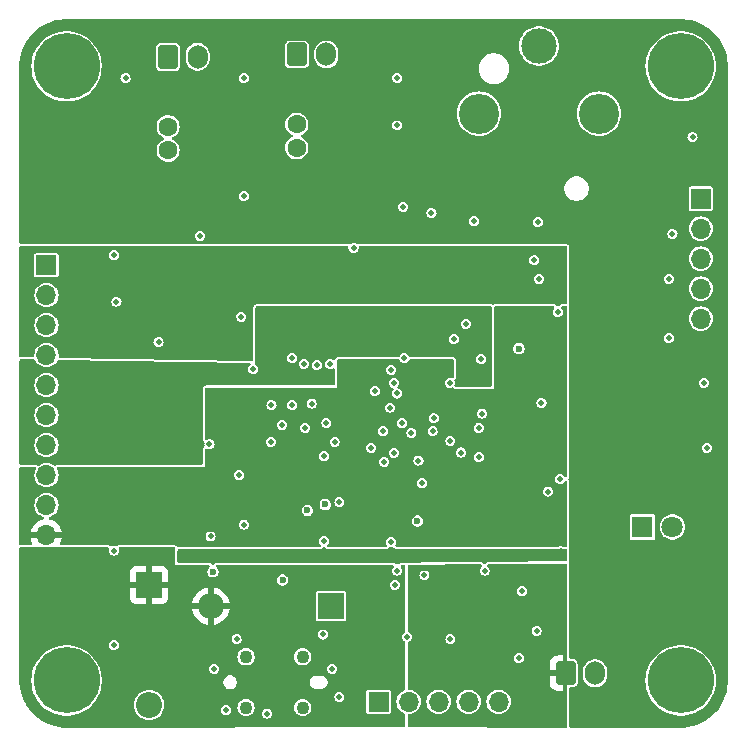
<source format=gbr>
%TF.GenerationSoftware,KiCad,Pcbnew,8.0.1-8.0.1-1~ubuntu22.04.1*%
%TF.CreationDate,2024-05-06T17:23:11+02:00*%
%TF.ProjectId,Pojet 1A,506f6a65-7420-4314-912e-6b696361645f,rev?*%
%TF.SameCoordinates,Original*%
%TF.FileFunction,Copper,L3,Inr*%
%TF.FilePolarity,Positive*%
%FSLAX46Y46*%
G04 Gerber Fmt 4.6, Leading zero omitted, Abs format (unit mm)*
G04 Created by KiCad (PCBNEW 8.0.1-8.0.1-1~ubuntu22.04.1) date 2024-05-06 17:23:11*
%MOMM*%
%LPD*%
G01*
G04 APERTURE LIST*
G04 Aperture macros list*
%AMRoundRect*
0 Rectangle with rounded corners*
0 $1 Rounding radius*
0 $2 $3 $4 $5 $6 $7 $8 $9 X,Y pos of 4 corners*
0 Add a 4 corners polygon primitive as box body*
4,1,4,$2,$3,$4,$5,$6,$7,$8,$9,$2,$3,0*
0 Add four circle primitives for the rounded corners*
1,1,$1+$1,$2,$3*
1,1,$1+$1,$4,$5*
1,1,$1+$1,$6,$7*
1,1,$1+$1,$8,$9*
0 Add four rect primitives between the rounded corners*
20,1,$1+$1,$2,$3,$4,$5,0*
20,1,$1+$1,$4,$5,$6,$7,0*
20,1,$1+$1,$6,$7,$8,$9,0*
20,1,$1+$1,$8,$9,$2,$3,0*%
G04 Aperture macros list end*
%TA.AperFunction,ComponentPad*%
%ADD10R,1.700000X1.700000*%
%TD*%
%TA.AperFunction,ComponentPad*%
%ADD11O,1.700000X1.700000*%
%TD*%
%TA.AperFunction,ComponentPad*%
%ADD12C,1.600000*%
%TD*%
%TA.AperFunction,ComponentPad*%
%ADD13R,2.200000X2.200000*%
%TD*%
%TA.AperFunction,ComponentPad*%
%ADD14O,2.200000X2.200000*%
%TD*%
%TA.AperFunction,ComponentPad*%
%ADD15C,5.600000*%
%TD*%
%TA.AperFunction,ComponentPad*%
%ADD16RoundRect,0.250000X-0.600000X-0.750000X0.600000X-0.750000X0.600000X0.750000X-0.600000X0.750000X0*%
%TD*%
%TA.AperFunction,ComponentPad*%
%ADD17O,1.700000X2.000000*%
%TD*%
%TA.AperFunction,ComponentPad*%
%ADD18C,3.400000*%
%TD*%
%TA.AperFunction,ComponentPad*%
%ADD19C,3.000000*%
%TD*%
%TA.AperFunction,ComponentPad*%
%ADD20R,1.800000X1.800000*%
%TD*%
%TA.AperFunction,ComponentPad*%
%ADD21C,1.800000*%
%TD*%
%TA.AperFunction,ComponentPad*%
%ADD22C,1.100000*%
%TD*%
%TA.AperFunction,ViaPad*%
%ADD23C,0.500000*%
%TD*%
%TA.AperFunction,ViaPad*%
%ADD24C,0.600000*%
%TD*%
%TA.AperFunction,Conductor*%
%ADD25C,0.250000*%
%TD*%
G04 APERTURE END LIST*
D10*
%TO.N,+5V*%
%TO.C,J5*%
X181700000Y-80200000D03*
D11*
%TO.N,LINEOUT_L*%
X181700000Y-82740000D03*
%TO.N,LINEOUT_R*%
X181700000Y-85280000D03*
%TO.N,Potar_volume*%
X181700000Y-87820000D03*
%TO.N,LIGHT*%
X181700000Y-90360000D03*
%TD*%
D12*
%TO.N,Net-(C24-Pad1)*%
%TO.C,C28*%
X147500000Y-75900000D03*
%TO.N,Net-(J2-Pin_1)*%
X147500000Y-73900000D03*
%TD*%
D13*
%TO.N,Net-(D1-K)*%
%TO.C,D1*%
X135000000Y-112920000D03*
D14*
%TO.N,GND*%
X135000000Y-123080000D03*
%TD*%
D12*
%TO.N,Net-(C25-Pad1)*%
%TO.C,C32*%
X136600000Y-76100000D03*
%TO.N,Net-(J3-Pin_1)*%
X136600000Y-74100000D03*
%TD*%
D15*
%TO.N,GND*%
%TO.C,H2*%
X128000000Y-121000000D03*
%TD*%
D16*
%TO.N,Net-(J3-Pin_1)*%
%TO.C,J3*%
X136600000Y-68200000D03*
D17*
%TO.N,GND*%
X139100000Y-68200000D03*
%TD*%
D15*
%TO.N,GND*%
%TO.C,H1*%
X180000000Y-121000000D03*
%TD*%
%TO.N,GND*%
%TO.C,H4*%
X128000000Y-69000000D03*
%TD*%
D13*
%TO.N,Net-(D3-K)*%
%TO.C,D3*%
X150380000Y-114700000D03*
D14*
%TO.N,Net-(D1-K)*%
X140220000Y-114700000D03*
%TD*%
D10*
%TO.N,GND*%
%TO.C,J6*%
X126300000Y-85840000D03*
D11*
%TO.N,A Encodeur 1*%
X126300000Y-88380000D03*
%TO.N,B Encodeur 1*%
X126300000Y-90920000D03*
%TO.N,B Encodeur 2*%
X126300000Y-93460000D03*
%TO.N,A Encodeur 2*%
X126300000Y-96000000D03*
%TO.N,TIM3_CH1*%
X126300000Y-98540000D03*
%TO.N,TIM3_CH2*%
X126300000Y-101080000D03*
%TO.N,TIM3_CH3*%
X126300000Y-103620000D03*
%TO.N,TIM3_CH4*%
X126300000Y-106160000D03*
%TO.N,+3.3V*%
X126300000Y-108700000D03*
%TD*%
D16*
%TO.N,Net-(J2-Pin_1)*%
%TO.C,J2*%
X147500000Y-68000000D03*
D17*
%TO.N,GND*%
X150000000Y-68000000D03*
%TD*%
D16*
%TO.N,V_BAT+*%
%TO.C,J4*%
X170250000Y-120375000D03*
D17*
%TO.N,V_BAT-*%
X172750000Y-120375000D03*
%TD*%
D10*
%TO.N,EQ_BAND_BTN*%
%TO.C,J8*%
X154420000Y-122800000D03*
D11*
%TO.N,band3*%
X156960000Y-122800000D03*
%TO.N,band2*%
X159500000Y-122800000D03*
%TO.N,band1*%
X162040000Y-122800000D03*
%TO.N,band0*%
X164580000Y-122800000D03*
%TD*%
D15*
%TO.N,GND*%
%TO.C,H3*%
X180000000Y-69000000D03*
%TD*%
D18*
%TO.N,LINEIN_R*%
%TO.C,J7*%
X162920000Y-73000000D03*
%TO.N,LINEIN_L*%
X173080000Y-73000000D03*
D19*
%TO.N,GND*%
X168000000Y-67280000D03*
%TD*%
D20*
%TO.N,Net-(D2-K)*%
%TO.C,D2*%
X176760000Y-108000000D03*
D21*
%TO.N,REGN*%
X179300000Y-108000000D03*
%TD*%
D22*
%TO.N,GND*%
%TO.C,J1*%
X143200000Y-119000000D03*
X143200000Y-123300000D03*
X148000000Y-119000000D03*
X148000000Y-123300000D03*
%TD*%
D23*
%TO.N,V_BAT+*%
X165900000Y-120200000D03*
X169800000Y-103950000D03*
D24*
X161222500Y-113300000D03*
D23*
X161800000Y-113300000D03*
D24*
%TO.N,V_SYS*%
X131300000Y-81800000D03*
X144800000Y-83300000D03*
D23*
X171750000Y-94500000D03*
X171000000Y-105250000D03*
X143600000Y-82300000D03*
X131500000Y-82750000D03*
%TO.N,UCPD_CC1*%
X155800000Y-112900000D03*
%TO.N,Net-(D1-K)*%
X147857428Y-117057428D03*
X143000000Y-107800000D03*
X147200000Y-112300000D03*
X153200000Y-116600000D03*
X144350000Y-123350000D03*
X144800000Y-117300000D03*
%TO.N,A Encodeur 1*%
X150325000Y-94200000D03*
%TO.N,B Encodeur 1*%
X149200000Y-94300000D03*
%TO.N,A Encodeur 2*%
X148750000Y-97550000D03*
%TO.N,B Encodeur 2*%
X148100000Y-94189950D03*
%TO.N,V_sense*%
X147100000Y-97700000D03*
%TO.N,SYS_MCLK*%
X155700000Y-95800000D03*
X143800000Y-94650000D03*
%TO.N,LIGHT*%
X145350000Y-97700000D03*
%TO.N,Potar_volume*%
X146250000Y-99350000D03*
%TO.N,I2S_SCLK*%
X148200000Y-99600000D03*
X155400000Y-97900000D03*
%TO.N,I2S_LRCLK*%
X156000000Y-96700000D03*
X150000000Y-99200000D03*
%TO.N,I2S_DIN*%
X159100000Y-98800000D03*
X150700000Y-100800000D03*
D24*
%TO.N,USB_DM*%
X148400000Y-106600000D03*
%TO.N,USB_DP*%
X149900000Y-106100000D03*
D23*
%TO.N,I2S_DOUT*%
X154800000Y-99900000D03*
X157200000Y-100036504D03*
%TO.N,CTRL_DATA*%
X159000000Y-99900000D03*
X156400000Y-99200000D03*
%TO.N,UCPD_CC2*%
X156000000Y-111700000D03*
%TO.N,CTRL_CLK*%
X160500000Y-100700000D03*
X153800000Y-101300000D03*
%TO.N,NRST*%
X169600000Y-89800000D03*
X147100000Y-93700000D03*
X158900000Y-81400000D03*
X167600000Y-85400000D03*
%TO.N,GND*%
X160500000Y-117500000D03*
X162500000Y-82100000D03*
X140100000Y-101000000D03*
X182200000Y-101300000D03*
X150500000Y-120000000D03*
X143000000Y-70000000D03*
X156000000Y-74000000D03*
X160450000Y-95800000D03*
X135792001Y-92350000D03*
X179000000Y-92000000D03*
X140500000Y-120000000D03*
X132000000Y-118000000D03*
X142400000Y-117500000D03*
X166300000Y-119100000D03*
X163100000Y-93800000D03*
X149700000Y-117100000D03*
X140200000Y-108800000D03*
X158300000Y-112100000D03*
X156800000Y-117300000D03*
D24*
X140400000Y-111800000D03*
D23*
X163400000Y-111700000D03*
X162900000Y-99600000D03*
X154100000Y-96500000D03*
X142600000Y-103600000D03*
X167800000Y-116800000D03*
X168000000Y-87000000D03*
X155500000Y-94700000D03*
D24*
X157700000Y-107500000D03*
D23*
X151100000Y-122400000D03*
X156500000Y-80900000D03*
X151100000Y-105900000D03*
X152300000Y-84375000D03*
X181000000Y-75000000D03*
X168750000Y-105000000D03*
X158100000Y-104300000D03*
X168212500Y-97500000D03*
X181957000Y-95793000D03*
X132000000Y-110000000D03*
X132225001Y-88925000D03*
D24*
X166300000Y-92900000D03*
D23*
X143000000Y-80000000D03*
X156000000Y-70000000D03*
X145300000Y-100800000D03*
X156600000Y-93700000D03*
X149800000Y-109200000D03*
X142800000Y-90200000D03*
X155500000Y-109287500D03*
X179000000Y-87000000D03*
X167900000Y-82200000D03*
X132000000Y-85000000D03*
X139300000Y-83350000D03*
X179300000Y-83200000D03*
X141498000Y-123495000D03*
X133000000Y-70000000D03*
X166560000Y-113440000D03*
%TO.N,LINEIN_R*%
X160800000Y-92100000D03*
%TO.N,LINEIN_L*%
X161800000Y-90800000D03*
%TO.N,SWDIO*%
X157800000Y-102375000D03*
X154900000Y-102475000D03*
%TO.N,SWCLK*%
X161400000Y-101700000D03*
X155700000Y-101725000D03*
%TO.N,SWO*%
X162900000Y-102100000D03*
X149800000Y-102000000D03*
%TO.N,V_BUS*%
X157700000Y-110400000D03*
X169850000Y-110050000D03*
X138800000Y-110400000D03*
X169400000Y-110500000D03*
%TO.N,+5V*%
X158800000Y-84800000D03*
X151600000Y-88200000D03*
X141000000Y-91900000D03*
X141300000Y-88700000D03*
X169100000Y-84900000D03*
%TO.N,+3.3V*%
X156800000Y-94800000D03*
X157700000Y-109000000D03*
X151800000Y-94200000D03*
X140150000Y-99550000D03*
X145300000Y-102750000D03*
X150600000Y-97300000D03*
X156300000Y-94400000D03*
D24*
X167500000Y-94900000D03*
X150800000Y-102400000D03*
D23*
%TO.N,+1V8*%
X163200000Y-98400000D03*
%TO.N,+3.3VA*%
X138981250Y-102018750D03*
D24*
X163400000Y-89700000D03*
D23*
X162900000Y-95200000D03*
%TO.N,UCPD_CC1c*%
X145000000Y-123800000D03*
D24*
X146300000Y-112500000D03*
%TD*%
D25*
%TO.N,GND*%
X150535452Y-120035452D02*
X150500000Y-120000000D01*
X135095000Y-122985000D02*
X135000000Y-123080000D01*
%TD*%
%TA.AperFunction,Conductor*%
%TO.N,+5V*%
G36*
X151818767Y-84219685D02*
G01*
X151864522Y-84272489D01*
X151874466Y-84341647D01*
X151874201Y-84343398D01*
X151869196Y-84374998D01*
X151869196Y-84375002D01*
X151890279Y-84508121D01*
X151890280Y-84508124D01*
X151890281Y-84508126D01*
X151951472Y-84628220D01*
X151951473Y-84628221D01*
X151951476Y-84628225D01*
X152046774Y-84723523D01*
X152046778Y-84723526D01*
X152046780Y-84723528D01*
X152166874Y-84784719D01*
X152166876Y-84784719D01*
X152166878Y-84784720D01*
X152299998Y-84805804D01*
X152300000Y-84805804D01*
X152300002Y-84805804D01*
X152433121Y-84784720D01*
X152433121Y-84784719D01*
X152433126Y-84784719D01*
X152553220Y-84723528D01*
X152648528Y-84628220D01*
X152709719Y-84508126D01*
X152730804Y-84375000D01*
X152725799Y-84343398D01*
X152734753Y-84274105D01*
X152779750Y-84220653D01*
X152846501Y-84200013D01*
X152848272Y-84200000D01*
X170276000Y-84200000D01*
X170343039Y-84219685D01*
X170388794Y-84272489D01*
X170400000Y-84324000D01*
X170400000Y-88995500D01*
X170380315Y-89062539D01*
X170327511Y-89108294D01*
X170276000Y-89119500D01*
X170001108Y-89119500D01*
X169997889Y-89119557D01*
X169994667Y-89119615D01*
X169985821Y-89119931D01*
X169985818Y-89119931D01*
X169929187Y-89131196D01*
X169863719Y-89155614D01*
X169849129Y-89161798D01*
X169849124Y-89161802D01*
X169782305Y-89216561D01*
X169782303Y-89216563D01*
X169757040Y-89250311D01*
X169701107Y-89292182D01*
X169657774Y-89300000D01*
X169544335Y-89300000D01*
X169477296Y-89280315D01*
X169450622Y-89257203D01*
X169448097Y-89254289D01*
X169448096Y-89254287D01*
X169402341Y-89201483D01*
X169391442Y-89189968D01*
X169316782Y-89146497D01*
X169316781Y-89146496D01*
X169316780Y-89146496D01*
X169316777Y-89146495D01*
X169249751Y-89126814D01*
X169249748Y-89126813D01*
X169249743Y-89126812D01*
X169198889Y-89119500D01*
X164324000Y-89119500D01*
X164323997Y-89119500D01*
X164285632Y-89123624D01*
X164234119Y-89134831D01*
X164231216Y-89135488D01*
X164165421Y-89169103D01*
X164096766Y-89182074D01*
X164046612Y-89165839D01*
X164013391Y-89146496D01*
X164013388Y-89146495D01*
X163946362Y-89126814D01*
X163946359Y-89126813D01*
X163946354Y-89126812D01*
X163895500Y-89119500D01*
X144124000Y-89119500D01*
X144123997Y-89119500D01*
X144085632Y-89123624D01*
X144034119Y-89134831D01*
X144031220Y-89135487D01*
X143954283Y-89174795D01*
X143901488Y-89220542D01*
X143889969Y-89231446D01*
X143889968Y-89231447D01*
X143846496Y-89306108D01*
X143846495Y-89306111D01*
X143826814Y-89373137D01*
X143826813Y-89373141D01*
X143826812Y-89373146D01*
X143821447Y-89410461D01*
X143819500Y-89424003D01*
X143819500Y-93865552D01*
X143799815Y-93932591D01*
X143747011Y-93978346D01*
X143677853Y-93988290D01*
X143631509Y-93971765D01*
X143579058Y-93940164D01*
X143512321Y-93919476D01*
X143461588Y-93911403D01*
X143461576Y-93911402D01*
X127444617Y-93671148D01*
X127377881Y-93650460D01*
X127332923Y-93596976D01*
X127323074Y-93535007D01*
X127330462Y-93460000D01*
X127310662Y-93258967D01*
X127252023Y-93065659D01*
X127252021Y-93065656D01*
X127252021Y-93065654D01*
X127156801Y-92887511D01*
X127156799Y-92887509D01*
X127156798Y-92887506D01*
X127117824Y-92840016D01*
X127028647Y-92731352D01*
X126872495Y-92603203D01*
X126872488Y-92603198D01*
X126694345Y-92507978D01*
X126501031Y-92449337D01*
X126300000Y-92429538D01*
X126098968Y-92449337D01*
X125905654Y-92507978D01*
X125727511Y-92603198D01*
X125727504Y-92603203D01*
X125571352Y-92731352D01*
X125443203Y-92887504D01*
X125443198Y-92887511D01*
X125347978Y-93065654D01*
X125289337Y-93258968D01*
X125269538Y-93460000D01*
X125273533Y-93500562D01*
X125260514Y-93569208D01*
X125212449Y-93619918D01*
X125148270Y-93636702D01*
X124125125Y-93621355D01*
X124125138Y-93620426D01*
X124061205Y-93604413D01*
X124013366Y-93553490D01*
X124000000Y-93497489D01*
X124000000Y-92350002D01*
X135361197Y-92350002D01*
X135382280Y-92483121D01*
X135382281Y-92483124D01*
X135382282Y-92483126D01*
X135443473Y-92603220D01*
X135443474Y-92603221D01*
X135443477Y-92603225D01*
X135538775Y-92698523D01*
X135538779Y-92698526D01*
X135538781Y-92698528D01*
X135658875Y-92759719D01*
X135658877Y-92759719D01*
X135658879Y-92759720D01*
X135791999Y-92780804D01*
X135792001Y-92780804D01*
X135792003Y-92780804D01*
X135925122Y-92759720D01*
X135925122Y-92759719D01*
X135925127Y-92759719D01*
X136045221Y-92698528D01*
X136140529Y-92603220D01*
X136201720Y-92483126D01*
X136201721Y-92483121D01*
X136222805Y-92350002D01*
X136222805Y-92349997D01*
X136201721Y-92216878D01*
X136201720Y-92216876D01*
X136201720Y-92216874D01*
X136140529Y-92096780D01*
X136140527Y-92096778D01*
X136140524Y-92096774D01*
X136045226Y-92001476D01*
X136045222Y-92001473D01*
X136045221Y-92001472D01*
X135925127Y-91940281D01*
X135925125Y-91940280D01*
X135925122Y-91940279D01*
X135792003Y-91919196D01*
X135791999Y-91919196D01*
X135658879Y-91940279D01*
X135538779Y-92001473D01*
X135538775Y-92001476D01*
X135443477Y-92096774D01*
X135443474Y-92096778D01*
X135382280Y-92216878D01*
X135361197Y-92349997D01*
X135361197Y-92350002D01*
X124000000Y-92350002D01*
X124000000Y-90920000D01*
X125269538Y-90920000D01*
X125289337Y-91121031D01*
X125347978Y-91314345D01*
X125443198Y-91492488D01*
X125443203Y-91492495D01*
X125571352Y-91648647D01*
X125680016Y-91737824D01*
X125727506Y-91776798D01*
X125727509Y-91776799D01*
X125727511Y-91776801D01*
X125905654Y-91872021D01*
X125905656Y-91872021D01*
X125905659Y-91872023D01*
X126098967Y-91930662D01*
X126300000Y-91950462D01*
X126501033Y-91930662D01*
X126694341Y-91872023D01*
X126872494Y-91776798D01*
X127028647Y-91648647D01*
X127156798Y-91492494D01*
X127252023Y-91314341D01*
X127310662Y-91121033D01*
X127330462Y-90920000D01*
X127310662Y-90718967D01*
X127252023Y-90525659D01*
X127252021Y-90525656D01*
X127252021Y-90525654D01*
X127156801Y-90347511D01*
X127156799Y-90347509D01*
X127156798Y-90347506D01*
X127117824Y-90300016D01*
X127035746Y-90200002D01*
X142369196Y-90200002D01*
X142390279Y-90333121D01*
X142390280Y-90333124D01*
X142390281Y-90333126D01*
X142397611Y-90347511D01*
X142451473Y-90453221D01*
X142451476Y-90453225D01*
X142546774Y-90548523D01*
X142546778Y-90548526D01*
X142546780Y-90548528D01*
X142666874Y-90609719D01*
X142666876Y-90609719D01*
X142666878Y-90609720D01*
X142799998Y-90630804D01*
X142800000Y-90630804D01*
X142800002Y-90630804D01*
X142933121Y-90609720D01*
X142933121Y-90609719D01*
X142933126Y-90609719D01*
X143053220Y-90548528D01*
X143148528Y-90453220D01*
X143209719Y-90333126D01*
X143230804Y-90200000D01*
X143229434Y-90191353D01*
X143209720Y-90066878D01*
X143209719Y-90066876D01*
X143209719Y-90066874D01*
X143148528Y-89946780D01*
X143148526Y-89946778D01*
X143148523Y-89946774D01*
X143053225Y-89851476D01*
X143053221Y-89851473D01*
X143053220Y-89851472D01*
X142933126Y-89790281D01*
X142933124Y-89790280D01*
X142933121Y-89790279D01*
X142800002Y-89769196D01*
X142799998Y-89769196D01*
X142666878Y-89790279D01*
X142546778Y-89851473D01*
X142546774Y-89851476D01*
X142451476Y-89946774D01*
X142451473Y-89946778D01*
X142451472Y-89946780D01*
X142392152Y-90063203D01*
X142390279Y-90066878D01*
X142369196Y-90199997D01*
X142369196Y-90200002D01*
X127035746Y-90200002D01*
X127028647Y-90191352D01*
X126872495Y-90063203D01*
X126872488Y-90063198D01*
X126694345Y-89967978D01*
X126501031Y-89909337D01*
X126300000Y-89889538D01*
X126098968Y-89909337D01*
X125905654Y-89967978D01*
X125727511Y-90063198D01*
X125727504Y-90063203D01*
X125571352Y-90191352D01*
X125443203Y-90347504D01*
X125443198Y-90347511D01*
X125347978Y-90525654D01*
X125289337Y-90718968D01*
X125269538Y-90920000D01*
X124000000Y-90920000D01*
X124000000Y-88380000D01*
X125269538Y-88380000D01*
X125289337Y-88581031D01*
X125347978Y-88774345D01*
X125443198Y-88952488D01*
X125443203Y-88952495D01*
X125571352Y-89108647D01*
X125641042Y-89165839D01*
X125727506Y-89236798D01*
X125727509Y-89236799D01*
X125727511Y-89236801D01*
X125905654Y-89332021D01*
X125905656Y-89332021D01*
X125905659Y-89332023D01*
X126098967Y-89390662D01*
X126300000Y-89410462D01*
X126501033Y-89390662D01*
X126694341Y-89332023D01*
X126695844Y-89331220D01*
X126803781Y-89273526D01*
X126872494Y-89236798D01*
X127028647Y-89108647D01*
X127156798Y-88952494D01*
X127171493Y-88925002D01*
X131794197Y-88925002D01*
X131815280Y-89058121D01*
X131815281Y-89058124D01*
X131815282Y-89058126D01*
X131868108Y-89161802D01*
X131876474Y-89178221D01*
X131876477Y-89178225D01*
X131971775Y-89273523D01*
X131971779Y-89273526D01*
X131971781Y-89273528D01*
X132091875Y-89334719D01*
X132091877Y-89334719D01*
X132091879Y-89334720D01*
X132224999Y-89355804D01*
X132225001Y-89355804D01*
X132225003Y-89355804D01*
X132358122Y-89334720D01*
X132358122Y-89334719D01*
X132358127Y-89334719D01*
X132478221Y-89273528D01*
X132573529Y-89178220D01*
X132634720Y-89058126D01*
X132644639Y-88995500D01*
X132655805Y-88925002D01*
X132655805Y-88924997D01*
X132634721Y-88791878D01*
X132634720Y-88791876D01*
X132634720Y-88791874D01*
X132573529Y-88671780D01*
X132573527Y-88671778D01*
X132573524Y-88671774D01*
X132478226Y-88576476D01*
X132478222Y-88576473D01*
X132478221Y-88576472D01*
X132358127Y-88515281D01*
X132358125Y-88515280D01*
X132358122Y-88515279D01*
X132225003Y-88494196D01*
X132224999Y-88494196D01*
X132091879Y-88515279D01*
X131971779Y-88576473D01*
X131971775Y-88576476D01*
X131876477Y-88671774D01*
X131876474Y-88671778D01*
X131876473Y-88671780D01*
X131824214Y-88774345D01*
X131815280Y-88791878D01*
X131794197Y-88924997D01*
X131794197Y-88925002D01*
X127171493Y-88925002D01*
X127252023Y-88774341D01*
X127310662Y-88581033D01*
X127330462Y-88380000D01*
X127310662Y-88178967D01*
X127252023Y-87985659D01*
X127252021Y-87985656D01*
X127252021Y-87985654D01*
X127156801Y-87807511D01*
X127156799Y-87807509D01*
X127156798Y-87807506D01*
X127117824Y-87760016D01*
X127028647Y-87651352D01*
X126872495Y-87523203D01*
X126872488Y-87523198D01*
X126694345Y-87427978D01*
X126501031Y-87369337D01*
X126300000Y-87349538D01*
X126098968Y-87369337D01*
X125905654Y-87427978D01*
X125727511Y-87523198D01*
X125727504Y-87523203D01*
X125571352Y-87651352D01*
X125443203Y-87807504D01*
X125443198Y-87807511D01*
X125347978Y-87985654D01*
X125289337Y-88178968D01*
X125269538Y-88380000D01*
X124000000Y-88380000D01*
X124000000Y-87000002D01*
X167569196Y-87000002D01*
X167590279Y-87133121D01*
X167590280Y-87133124D01*
X167590281Y-87133126D01*
X167651472Y-87253220D01*
X167651473Y-87253221D01*
X167651476Y-87253225D01*
X167746774Y-87348523D01*
X167746778Y-87348526D01*
X167746780Y-87348528D01*
X167866874Y-87409719D01*
X167866876Y-87409719D01*
X167866878Y-87409720D01*
X167999998Y-87430804D01*
X168000000Y-87430804D01*
X168000002Y-87430804D01*
X168133121Y-87409720D01*
X168133121Y-87409719D01*
X168133126Y-87409719D01*
X168253220Y-87348528D01*
X168348528Y-87253220D01*
X168409719Y-87133126D01*
X168430804Y-87000000D01*
X168409719Y-86866874D01*
X168348528Y-86746780D01*
X168348526Y-86746778D01*
X168348523Y-86746774D01*
X168253225Y-86651476D01*
X168253221Y-86651473D01*
X168253220Y-86651472D01*
X168133126Y-86590281D01*
X168133124Y-86590280D01*
X168133121Y-86590279D01*
X168000002Y-86569196D01*
X167999998Y-86569196D01*
X167866878Y-86590279D01*
X167746778Y-86651473D01*
X167746774Y-86651476D01*
X167651476Y-86746774D01*
X167651473Y-86746778D01*
X167590279Y-86866878D01*
X167569196Y-86999997D01*
X167569196Y-87000002D01*
X124000000Y-87000002D01*
X124000000Y-86707288D01*
X125274500Y-86707288D01*
X125284681Y-86758475D01*
X125284682Y-86758476D01*
X125323471Y-86816528D01*
X125381523Y-86855317D01*
X125381524Y-86855318D01*
X125432711Y-86865499D01*
X125432714Y-86865500D01*
X125432716Y-86865500D01*
X127167286Y-86865500D01*
X127167287Y-86865499D01*
X127180257Y-86862919D01*
X127218475Y-86855318D01*
X127218475Y-86855317D01*
X127218477Y-86855317D01*
X127276528Y-86816528D01*
X127315317Y-86758477D01*
X127315317Y-86758475D01*
X127315318Y-86758475D01*
X127325499Y-86707288D01*
X127325500Y-86707286D01*
X127325500Y-85000002D01*
X131569196Y-85000002D01*
X131590279Y-85133121D01*
X131590280Y-85133124D01*
X131590281Y-85133126D01*
X131651472Y-85253220D01*
X131651473Y-85253221D01*
X131651476Y-85253225D01*
X131746774Y-85348523D01*
X131746778Y-85348526D01*
X131746780Y-85348528D01*
X131866874Y-85409719D01*
X131866876Y-85409719D01*
X131866878Y-85409720D01*
X131999998Y-85430804D01*
X132000000Y-85430804D01*
X132000002Y-85430804D01*
X132133121Y-85409720D01*
X132133121Y-85409719D01*
X132133126Y-85409719D01*
X132152197Y-85400002D01*
X167169196Y-85400002D01*
X167190279Y-85533121D01*
X167190280Y-85533124D01*
X167190281Y-85533126D01*
X167251472Y-85653220D01*
X167251473Y-85653221D01*
X167251476Y-85653225D01*
X167346774Y-85748523D01*
X167346778Y-85748526D01*
X167346780Y-85748528D01*
X167466874Y-85809719D01*
X167466876Y-85809719D01*
X167466878Y-85809720D01*
X167599998Y-85830804D01*
X167600000Y-85830804D01*
X167600002Y-85830804D01*
X167733121Y-85809720D01*
X167733121Y-85809719D01*
X167733126Y-85809719D01*
X167853220Y-85748528D01*
X167948528Y-85653220D01*
X168009719Y-85533126D01*
X168030804Y-85400000D01*
X168022651Y-85348526D01*
X168009720Y-85266878D01*
X168009719Y-85266876D01*
X168009719Y-85266874D01*
X167948528Y-85146780D01*
X167948526Y-85146778D01*
X167948523Y-85146774D01*
X167853225Y-85051476D01*
X167853221Y-85051473D01*
X167853220Y-85051472D01*
X167733126Y-84990281D01*
X167733124Y-84990280D01*
X167733121Y-84990279D01*
X167600002Y-84969196D01*
X167599998Y-84969196D01*
X167466878Y-84990279D01*
X167466874Y-84990280D01*
X167466874Y-84990281D01*
X167386811Y-85031075D01*
X167346778Y-85051473D01*
X167346774Y-85051476D01*
X167251476Y-85146774D01*
X167251473Y-85146778D01*
X167190279Y-85266878D01*
X167169196Y-85399997D01*
X167169196Y-85400002D01*
X132152197Y-85400002D01*
X132253220Y-85348528D01*
X132348528Y-85253220D01*
X132409719Y-85133126D01*
X132430804Y-85000000D01*
X132429264Y-84990279D01*
X132409720Y-84866878D01*
X132409719Y-84866876D01*
X132409719Y-84866874D01*
X132348528Y-84746780D01*
X132348526Y-84746778D01*
X132348523Y-84746774D01*
X132253225Y-84651476D01*
X132253221Y-84651473D01*
X132253220Y-84651472D01*
X132133126Y-84590281D01*
X132133124Y-84590280D01*
X132133121Y-84590279D01*
X132000002Y-84569196D01*
X131999998Y-84569196D01*
X131866878Y-84590279D01*
X131746778Y-84651473D01*
X131746774Y-84651476D01*
X131651476Y-84746774D01*
X131651473Y-84746778D01*
X131590279Y-84866878D01*
X131569196Y-84999997D01*
X131569196Y-85000002D01*
X127325500Y-85000002D01*
X127325500Y-84972713D01*
X127325499Y-84972711D01*
X127315318Y-84921524D01*
X127315317Y-84921523D01*
X127276528Y-84863471D01*
X127218476Y-84824682D01*
X127218475Y-84824681D01*
X127167288Y-84814500D01*
X127167284Y-84814500D01*
X125432716Y-84814500D01*
X125432711Y-84814500D01*
X125381524Y-84824681D01*
X125381523Y-84824682D01*
X125323471Y-84863471D01*
X125284682Y-84921523D01*
X125284681Y-84921524D01*
X125274500Y-84972711D01*
X125274500Y-86707288D01*
X124000000Y-86707288D01*
X124000000Y-84324000D01*
X124019685Y-84256961D01*
X124072489Y-84211206D01*
X124124000Y-84200000D01*
X151751728Y-84200000D01*
X151818767Y-84219685D01*
G37*
%TD.AperFunction*%
%TD*%
%TA.AperFunction,Conductor*%
%TO.N,V_SYS*%
G36*
X180000733Y-65000008D02*
G01*
X180191077Y-65002343D01*
X180201681Y-65002930D01*
X180581224Y-65040312D01*
X180593249Y-65042096D01*
X180966527Y-65116345D01*
X180978329Y-65119301D01*
X181342544Y-65229785D01*
X181354002Y-65233885D01*
X181705627Y-65379532D01*
X181716626Y-65384734D01*
X182052282Y-65564147D01*
X182062708Y-65570396D01*
X182169765Y-65641929D01*
X182379169Y-65781849D01*
X182388942Y-65789097D01*
X182683148Y-66030544D01*
X182692165Y-66038717D01*
X182961282Y-66307834D01*
X182969455Y-66316851D01*
X183210902Y-66611057D01*
X183218150Y-66620830D01*
X183429600Y-66937286D01*
X183435856Y-66947724D01*
X183615264Y-67283372D01*
X183620467Y-67294372D01*
X183766114Y-67645997D01*
X183770214Y-67657455D01*
X183880698Y-68021670D01*
X183883654Y-68033474D01*
X183957902Y-68406744D01*
X183959688Y-68418781D01*
X183997068Y-68798304D01*
X183997656Y-68808937D01*
X183999991Y-68999266D01*
X184000000Y-69000787D01*
X184000000Y-120999212D01*
X183999991Y-121000733D01*
X183997656Y-121191062D01*
X183997068Y-121201695D01*
X183959688Y-121581218D01*
X183957902Y-121593255D01*
X183883654Y-121966525D01*
X183880698Y-121978329D01*
X183770214Y-122342544D01*
X183766114Y-122354002D01*
X183620467Y-122705627D01*
X183615264Y-122716627D01*
X183435856Y-123052275D01*
X183429600Y-123062713D01*
X183218150Y-123379169D01*
X183210902Y-123388942D01*
X182969455Y-123683148D01*
X182961282Y-123692165D01*
X182692165Y-123961282D01*
X182683148Y-123969455D01*
X182388942Y-124210902D01*
X182379169Y-124218150D01*
X182062713Y-124429600D01*
X182052275Y-124435856D01*
X181716627Y-124615264D01*
X181705627Y-124620467D01*
X181354002Y-124766114D01*
X181342544Y-124770214D01*
X180978329Y-124880698D01*
X180966525Y-124883654D01*
X180593255Y-124957902D01*
X180581218Y-124959688D01*
X180201695Y-124997068D01*
X180191062Y-124997656D01*
X180000734Y-124999991D01*
X179999213Y-125000000D01*
X170704500Y-125000000D01*
X170637461Y-124980315D01*
X170591706Y-124927511D01*
X170580500Y-124876000D01*
X170580500Y-121674500D01*
X170600185Y-121607461D01*
X170652989Y-121561706D01*
X170704500Y-121550500D01*
X170883493Y-121550500D01*
X170983121Y-121534720D01*
X170983121Y-121534719D01*
X170983126Y-121534719D01*
X171103220Y-121473528D01*
X171198528Y-121378220D01*
X171259719Y-121258126D01*
X171265857Y-121219373D01*
X171275500Y-121158493D01*
X171275500Y-120626007D01*
X171724500Y-120626007D01*
X171763907Y-120824119D01*
X171763909Y-120824127D01*
X171841212Y-121010752D01*
X171841217Y-121010762D01*
X171953441Y-121178718D01*
X172096281Y-121321558D01*
X172264237Y-121433782D01*
X172264241Y-121433784D01*
X172264244Y-121433786D01*
X172450873Y-121511091D01*
X172648992Y-121550499D01*
X172648996Y-121550500D01*
X172648997Y-121550500D01*
X172851004Y-121550500D01*
X172851005Y-121550499D01*
X173049127Y-121511091D01*
X173235756Y-121433786D01*
X173403718Y-121321558D01*
X173546558Y-121178718D01*
X173658786Y-121010756D01*
X173663240Y-121000003D01*
X177019457Y-121000003D01*
X177039610Y-121346020D01*
X177039611Y-121346031D01*
X177099794Y-121687343D01*
X177099797Y-121687357D01*
X177199205Y-122019405D01*
X177336485Y-122337656D01*
X177336491Y-122337669D01*
X177509793Y-122637836D01*
X177716768Y-122915852D01*
X177716773Y-122915858D01*
X177839615Y-123046062D01*
X177954627Y-123167968D01*
X177954633Y-123167973D01*
X177954635Y-123167975D01*
X178217972Y-123388942D01*
X178220143Y-123390763D01*
X178509728Y-123581226D01*
X178819467Y-123736783D01*
X179145171Y-123855329D01*
X179145177Y-123855330D01*
X179145179Y-123855331D01*
X179482418Y-123935259D01*
X179482425Y-123935260D01*
X179482434Y-123935262D01*
X179826697Y-123975500D01*
X179826704Y-123975500D01*
X180173296Y-123975500D01*
X180173303Y-123975500D01*
X180517566Y-123935262D01*
X180517575Y-123935259D01*
X180517581Y-123935259D01*
X180789616Y-123870784D01*
X180854829Y-123855329D01*
X181180533Y-123736783D01*
X181490272Y-123581226D01*
X181779857Y-123390763D01*
X182045373Y-123167968D01*
X182283228Y-122915856D01*
X182490207Y-122637835D01*
X182663511Y-122337665D01*
X182800794Y-122019406D01*
X182900202Y-121687361D01*
X182960390Y-121346020D01*
X182979917Y-121010752D01*
X182980543Y-121000003D01*
X182980543Y-120999996D01*
X182976546Y-120931374D01*
X182960390Y-120653980D01*
X182900202Y-120312639D01*
X182800794Y-119980594D01*
X182663511Y-119662335D01*
X182490207Y-119362165D01*
X182490206Y-119362163D01*
X182283231Y-119084147D01*
X182283226Y-119084141D01*
X182168216Y-118962238D01*
X182045373Y-118832032D01*
X182045366Y-118832026D01*
X182045364Y-118832024D01*
X181779860Y-118609239D01*
X181779857Y-118609237D01*
X181490272Y-118418774D01*
X181485024Y-118416138D01*
X181180540Y-118263220D01*
X181180534Y-118263217D01*
X180854841Y-118144675D01*
X180854820Y-118144668D01*
X180517581Y-118064740D01*
X180517566Y-118064738D01*
X180173303Y-118024500D01*
X179826697Y-118024500D01*
X179525466Y-118059708D01*
X179482433Y-118064738D01*
X179482418Y-118064740D01*
X179145179Y-118144668D01*
X179145158Y-118144675D01*
X178819465Y-118263217D01*
X178819459Y-118263220D01*
X178509731Y-118418772D01*
X178220139Y-118609239D01*
X177954635Y-118832024D01*
X177954625Y-118832034D01*
X177716773Y-119084141D01*
X177716768Y-119084147D01*
X177509793Y-119362163D01*
X177336491Y-119662330D01*
X177336485Y-119662343D01*
X177199205Y-119980594D01*
X177099797Y-120312642D01*
X177099794Y-120312656D01*
X177039611Y-120653968D01*
X177039610Y-120653979D01*
X177019457Y-120999996D01*
X177019457Y-121000003D01*
X173663240Y-121000003D01*
X173736091Y-120824127D01*
X173775500Y-120626003D01*
X173775500Y-120123997D01*
X173736091Y-119925873D01*
X173658786Y-119739244D01*
X173658784Y-119739241D01*
X173658782Y-119739237D01*
X173546558Y-119571281D01*
X173403718Y-119428441D01*
X173235762Y-119316217D01*
X173235752Y-119316212D01*
X173049127Y-119238909D01*
X173049119Y-119238907D01*
X172851007Y-119199500D01*
X172851003Y-119199500D01*
X172648997Y-119199500D01*
X172648992Y-119199500D01*
X172450880Y-119238907D01*
X172450872Y-119238909D01*
X172264247Y-119316212D01*
X172264237Y-119316217D01*
X172096281Y-119428441D01*
X171953441Y-119571281D01*
X171841217Y-119739237D01*
X171841212Y-119739247D01*
X171763909Y-119925872D01*
X171763907Y-119925880D01*
X171724500Y-120123992D01*
X171724500Y-120626007D01*
X171275500Y-120626007D01*
X171275500Y-119591506D01*
X171259720Y-119491878D01*
X171259719Y-119491876D01*
X171259719Y-119491874D01*
X171198528Y-119371780D01*
X171198526Y-119371778D01*
X171198523Y-119371774D01*
X171103225Y-119276476D01*
X171103221Y-119276473D01*
X171103220Y-119276472D01*
X170983126Y-119215281D01*
X170983124Y-119215280D01*
X170983121Y-119215279D01*
X170883493Y-119199500D01*
X170883488Y-119199500D01*
X170704500Y-119199500D01*
X170637461Y-119179815D01*
X170591706Y-119127011D01*
X170580500Y-119075500D01*
X170580500Y-111224911D01*
X170580500Y-111224908D01*
X170576233Y-111185895D01*
X170564648Y-111133562D01*
X170563828Y-111130026D01*
X170531203Y-111067303D01*
X170517731Y-110998748D01*
X170534054Y-110947691D01*
X170553503Y-110914289D01*
X170573188Y-110847250D01*
X170580500Y-110796396D01*
X170580500Y-110004500D01*
X170576375Y-109966130D01*
X170565169Y-109914619D01*
X170564513Y-109911720D01*
X170530896Y-109845923D01*
X170517924Y-109777269D01*
X170534161Y-109727113D01*
X170553500Y-109693898D01*
X170553499Y-109693898D01*
X170553503Y-109693893D01*
X170573188Y-109626854D01*
X170580500Y-109576000D01*
X170580500Y-108917288D01*
X175684500Y-108917288D01*
X175694681Y-108968475D01*
X175694682Y-108968476D01*
X175733471Y-109026528D01*
X175791523Y-109065317D01*
X175791524Y-109065318D01*
X175842711Y-109075499D01*
X175842714Y-109075500D01*
X175842716Y-109075500D01*
X177677286Y-109075500D01*
X177677287Y-109075499D01*
X177690257Y-109072919D01*
X177728475Y-109065318D01*
X177728475Y-109065317D01*
X177728477Y-109065317D01*
X177786528Y-109026528D01*
X177825317Y-108968477D01*
X177825317Y-108968475D01*
X177825318Y-108968475D01*
X177835499Y-108917288D01*
X177835500Y-108917286D01*
X177835500Y-108000000D01*
X178219892Y-108000000D01*
X178238282Y-108198464D01*
X178292830Y-108390183D01*
X178381670Y-108568598D01*
X178381675Y-108568606D01*
X178501792Y-108727666D01*
X178628508Y-108843182D01*
X178649090Y-108861945D01*
X178818554Y-108966873D01*
X179004414Y-109038876D01*
X179200340Y-109075500D01*
X179200342Y-109075500D01*
X179399658Y-109075500D01*
X179399660Y-109075500D01*
X179595586Y-109038876D01*
X179781446Y-108966873D01*
X179950910Y-108861945D01*
X180098209Y-108727664D01*
X180218326Y-108568604D01*
X180307171Y-108390180D01*
X180361717Y-108198469D01*
X180380108Y-108000000D01*
X180361717Y-107801531D01*
X180307171Y-107609820D01*
X180252486Y-107499998D01*
X180218329Y-107431401D01*
X180218324Y-107431393D01*
X180098207Y-107272333D01*
X179950911Y-107138056D01*
X179950910Y-107138055D01*
X179861527Y-107082711D01*
X179781447Y-107033127D01*
X179781445Y-107033126D01*
X179699379Y-107001334D01*
X179595586Y-106961124D01*
X179595582Y-106961123D01*
X179516639Y-106946366D01*
X179399660Y-106924500D01*
X179200340Y-106924500D01*
X179110254Y-106941339D01*
X179004417Y-106961123D01*
X179004415Y-106961123D01*
X179004414Y-106961124D01*
X178952517Y-106981229D01*
X178818554Y-107033126D01*
X178818552Y-107033127D01*
X178649088Y-107138056D01*
X178501792Y-107272333D01*
X178381675Y-107431393D01*
X178381670Y-107431401D01*
X178292830Y-107609816D01*
X178292829Y-107609820D01*
X178238720Y-107799997D01*
X178238282Y-107801535D01*
X178219892Y-107999999D01*
X178219892Y-108000000D01*
X177835500Y-108000000D01*
X177835500Y-107082713D01*
X177835499Y-107082711D01*
X177825318Y-107031524D01*
X177825317Y-107031523D01*
X177786528Y-106973471D01*
X177728476Y-106934682D01*
X177728475Y-106934681D01*
X177677288Y-106924500D01*
X177677284Y-106924500D01*
X175842716Y-106924500D01*
X175842711Y-106924500D01*
X175791524Y-106934681D01*
X175791523Y-106934682D01*
X175733471Y-106973471D01*
X175694682Y-107031523D01*
X175694681Y-107031524D01*
X175684500Y-107082711D01*
X175684500Y-108917288D01*
X170580500Y-108917288D01*
X170580500Y-104226174D01*
X170580036Y-104221376D01*
X170577157Y-104191595D01*
X170568053Y-104144958D01*
X170532247Y-104067288D01*
X170532244Y-104067284D01*
X170525559Y-104058866D01*
X170499281Y-103994126D01*
X170498665Y-103982392D01*
X170498356Y-103920518D01*
X170515195Y-103857509D01*
X170553503Y-103791718D01*
X170573188Y-103724679D01*
X170580500Y-103673825D01*
X170580500Y-101300002D01*
X181769196Y-101300002D01*
X181790279Y-101433121D01*
X181790280Y-101433124D01*
X181790281Y-101433126D01*
X181851472Y-101553220D01*
X181851473Y-101553221D01*
X181851476Y-101553225D01*
X181946774Y-101648523D01*
X181946778Y-101648526D01*
X181946780Y-101648528D01*
X182066874Y-101709719D01*
X182066876Y-101709719D01*
X182066878Y-101709720D01*
X182199998Y-101730804D01*
X182200000Y-101730804D01*
X182200002Y-101730804D01*
X182333121Y-101709720D01*
X182333121Y-101709719D01*
X182333126Y-101709719D01*
X182453220Y-101648528D01*
X182548528Y-101553220D01*
X182609719Y-101433126D01*
X182630804Y-101300000D01*
X182609719Y-101166874D01*
X182548528Y-101046780D01*
X182548526Y-101046778D01*
X182548523Y-101046774D01*
X182453225Y-100951476D01*
X182453221Y-100951473D01*
X182453220Y-100951472D01*
X182333126Y-100890281D01*
X182333124Y-100890280D01*
X182333121Y-100890279D01*
X182200002Y-100869196D01*
X182199998Y-100869196D01*
X182066878Y-100890279D01*
X181946778Y-100951473D01*
X181946774Y-100951476D01*
X181851476Y-101046774D01*
X181851473Y-101046778D01*
X181790279Y-101166878D01*
X181769196Y-101299997D01*
X181769196Y-101300002D01*
X170580500Y-101300002D01*
X170580500Y-95793002D01*
X181526196Y-95793002D01*
X181547279Y-95926121D01*
X181547280Y-95926124D01*
X181547281Y-95926126D01*
X181608472Y-96046220D01*
X181608473Y-96046221D01*
X181608476Y-96046225D01*
X181703774Y-96141523D01*
X181703778Y-96141526D01*
X181703780Y-96141528D01*
X181823874Y-96202719D01*
X181823876Y-96202719D01*
X181823878Y-96202720D01*
X181956998Y-96223804D01*
X181957000Y-96223804D01*
X181957002Y-96223804D01*
X182090121Y-96202720D01*
X182090121Y-96202719D01*
X182090126Y-96202719D01*
X182210220Y-96141528D01*
X182305528Y-96046220D01*
X182366719Y-95926126D01*
X182387804Y-95793000D01*
X182366719Y-95659874D01*
X182305528Y-95539780D01*
X182305526Y-95539778D01*
X182305523Y-95539774D01*
X182210225Y-95444476D01*
X182210221Y-95444473D01*
X182210220Y-95444472D01*
X182090126Y-95383281D01*
X182090124Y-95383280D01*
X182090121Y-95383279D01*
X181957002Y-95362196D01*
X181956998Y-95362196D01*
X181823878Y-95383279D01*
X181703778Y-95444473D01*
X181703774Y-95444476D01*
X181608476Y-95539774D01*
X181608473Y-95539778D01*
X181547279Y-95659878D01*
X181526196Y-95792997D01*
X181526196Y-95793002D01*
X170580500Y-95793002D01*
X170580500Y-92000002D01*
X178569196Y-92000002D01*
X178590279Y-92133121D01*
X178590280Y-92133124D01*
X178590281Y-92133126D01*
X178651472Y-92253220D01*
X178651473Y-92253221D01*
X178651476Y-92253225D01*
X178746774Y-92348523D01*
X178746778Y-92348526D01*
X178746780Y-92348528D01*
X178866874Y-92409719D01*
X178866876Y-92409719D01*
X178866878Y-92409720D01*
X178999998Y-92430804D01*
X179000000Y-92430804D01*
X179000002Y-92430804D01*
X179133121Y-92409720D01*
X179133121Y-92409719D01*
X179133126Y-92409719D01*
X179253220Y-92348528D01*
X179348528Y-92253220D01*
X179409719Y-92133126D01*
X179430804Y-92000000D01*
X179409719Y-91866874D01*
X179348528Y-91746780D01*
X179348526Y-91746778D01*
X179348523Y-91746774D01*
X179253225Y-91651476D01*
X179253221Y-91651473D01*
X179253220Y-91651472D01*
X179133126Y-91590281D01*
X179133124Y-91590280D01*
X179133121Y-91590279D01*
X179000002Y-91569196D01*
X178999998Y-91569196D01*
X178866878Y-91590279D01*
X178746778Y-91651473D01*
X178746774Y-91651476D01*
X178651476Y-91746774D01*
X178651473Y-91746778D01*
X178590279Y-91866878D01*
X178569196Y-91999997D01*
X178569196Y-92000002D01*
X170580500Y-92000002D01*
X170580500Y-90360000D01*
X180669538Y-90360000D01*
X180689337Y-90561031D01*
X180747978Y-90754345D01*
X180843198Y-90932488D01*
X180843203Y-90932495D01*
X180971352Y-91088647D01*
X181080016Y-91177824D01*
X181127506Y-91216798D01*
X181127509Y-91216799D01*
X181127511Y-91216801D01*
X181305654Y-91312021D01*
X181305656Y-91312021D01*
X181305659Y-91312023D01*
X181498967Y-91370662D01*
X181700000Y-91390462D01*
X181901033Y-91370662D01*
X182094341Y-91312023D01*
X182272494Y-91216798D01*
X182428647Y-91088647D01*
X182556798Y-90932494D01*
X182652023Y-90754341D01*
X182710662Y-90561033D01*
X182730462Y-90360000D01*
X182710662Y-90158967D01*
X182652023Y-89965659D01*
X182652021Y-89965656D01*
X182652021Y-89965654D01*
X182556801Y-89787511D01*
X182556799Y-89787509D01*
X182556798Y-89787506D01*
X182517824Y-89740016D01*
X182428647Y-89631352D01*
X182272495Y-89503203D01*
X182272488Y-89503198D01*
X182094345Y-89407978D01*
X181901031Y-89349337D01*
X181700000Y-89329538D01*
X181498968Y-89349337D01*
X181305654Y-89407978D01*
X181127511Y-89503198D01*
X181127504Y-89503203D01*
X180971352Y-89631352D01*
X180843203Y-89787504D01*
X180843198Y-89787511D01*
X180747978Y-89965654D01*
X180689337Y-90158968D01*
X180669538Y-90360000D01*
X170580500Y-90360000D01*
X170580500Y-89424000D01*
X170576375Y-89385630D01*
X170565169Y-89334119D01*
X170564513Y-89331220D01*
X170530896Y-89265423D01*
X170517924Y-89196769D01*
X170534161Y-89146613D01*
X170553500Y-89113398D01*
X170553499Y-89113398D01*
X170553503Y-89113393D01*
X170573188Y-89046354D01*
X170580500Y-88995500D01*
X170580500Y-87820000D01*
X180669538Y-87820000D01*
X180689337Y-88021031D01*
X180747978Y-88214345D01*
X180843198Y-88392488D01*
X180843203Y-88392495D01*
X180971352Y-88548647D01*
X181080016Y-88637824D01*
X181127506Y-88676798D01*
X181127509Y-88676799D01*
X181127511Y-88676801D01*
X181305654Y-88772021D01*
X181305656Y-88772021D01*
X181305659Y-88772023D01*
X181498967Y-88830662D01*
X181700000Y-88850462D01*
X181901033Y-88830662D01*
X182094341Y-88772023D01*
X182272494Y-88676798D01*
X182428647Y-88548647D01*
X182556798Y-88392494D01*
X182652023Y-88214341D01*
X182710662Y-88021033D01*
X182730462Y-87820000D01*
X182710662Y-87618967D01*
X182652023Y-87425659D01*
X182652021Y-87425656D01*
X182652021Y-87425654D01*
X182556801Y-87247511D01*
X182556799Y-87247509D01*
X182556798Y-87247506D01*
X182517824Y-87200016D01*
X182428647Y-87091352D01*
X182272495Y-86963203D01*
X182272488Y-86963198D01*
X182094345Y-86867978D01*
X181901031Y-86809337D01*
X181700000Y-86789538D01*
X181498968Y-86809337D01*
X181305654Y-86867978D01*
X181127511Y-86963198D01*
X181127504Y-86963203D01*
X180971352Y-87091352D01*
X180843203Y-87247504D01*
X180843198Y-87247511D01*
X180747978Y-87425654D01*
X180689337Y-87618968D01*
X180669538Y-87820000D01*
X170580500Y-87820000D01*
X170580500Y-87000002D01*
X178569196Y-87000002D01*
X178590279Y-87133121D01*
X178590280Y-87133124D01*
X178590281Y-87133126D01*
X178651472Y-87253220D01*
X178651473Y-87253221D01*
X178651476Y-87253225D01*
X178746774Y-87348523D01*
X178746778Y-87348526D01*
X178746780Y-87348528D01*
X178866874Y-87409719D01*
X178866876Y-87409719D01*
X178866878Y-87409720D01*
X178999998Y-87430804D01*
X179000000Y-87430804D01*
X179000002Y-87430804D01*
X179133121Y-87409720D01*
X179133121Y-87409719D01*
X179133126Y-87409719D01*
X179253220Y-87348528D01*
X179348528Y-87253220D01*
X179409719Y-87133126D01*
X179416335Y-87091353D01*
X179430804Y-87000002D01*
X179430804Y-86999997D01*
X179409720Y-86866878D01*
X179409719Y-86866876D01*
X179409719Y-86866874D01*
X179348528Y-86746780D01*
X179348526Y-86746778D01*
X179348523Y-86746774D01*
X179253225Y-86651476D01*
X179253221Y-86651473D01*
X179253220Y-86651472D01*
X179133126Y-86590281D01*
X179133124Y-86590280D01*
X179133121Y-86590279D01*
X179000002Y-86569196D01*
X178999998Y-86569196D01*
X178866878Y-86590279D01*
X178746778Y-86651473D01*
X178746774Y-86651476D01*
X178651476Y-86746774D01*
X178651473Y-86746778D01*
X178590279Y-86866878D01*
X178569196Y-86999997D01*
X178569196Y-87000002D01*
X170580500Y-87000002D01*
X170580500Y-85280000D01*
X180669538Y-85280000D01*
X180689337Y-85481031D01*
X180747978Y-85674345D01*
X180843198Y-85852488D01*
X180843203Y-85852495D01*
X180971352Y-86008647D01*
X181080016Y-86097824D01*
X181127506Y-86136798D01*
X181127509Y-86136799D01*
X181127511Y-86136801D01*
X181305654Y-86232021D01*
X181305656Y-86232021D01*
X181305659Y-86232023D01*
X181498967Y-86290662D01*
X181700000Y-86310462D01*
X181901033Y-86290662D01*
X182094341Y-86232023D01*
X182272494Y-86136798D01*
X182428647Y-86008647D01*
X182556798Y-85852494D01*
X182652023Y-85674341D01*
X182710662Y-85481033D01*
X182730462Y-85280000D01*
X182710662Y-85078967D01*
X182652023Y-84885659D01*
X182652021Y-84885656D01*
X182652021Y-84885654D01*
X182556801Y-84707511D01*
X182556799Y-84707509D01*
X182556798Y-84707506D01*
X182517824Y-84660016D01*
X182428647Y-84551352D01*
X182272495Y-84423203D01*
X182272488Y-84423198D01*
X182094345Y-84327978D01*
X181901031Y-84269337D01*
X181700000Y-84249538D01*
X181498968Y-84269337D01*
X181305654Y-84327978D01*
X181127511Y-84423198D01*
X181127504Y-84423203D01*
X180971352Y-84551352D01*
X180843203Y-84707504D01*
X180843198Y-84707511D01*
X180747978Y-84885654D01*
X180689337Y-85078968D01*
X180669538Y-85280000D01*
X170580500Y-85280000D01*
X170580500Y-84324000D01*
X170576375Y-84285630D01*
X170565169Y-84234119D01*
X170564513Y-84231220D01*
X170525207Y-84154287D01*
X170525204Y-84154283D01*
X170479457Y-84101488D01*
X170477054Y-84098950D01*
X170468553Y-84089968D01*
X170393893Y-84046497D01*
X170393892Y-84046496D01*
X170393891Y-84046496D01*
X170393888Y-84046495D01*
X170326862Y-84026814D01*
X170326859Y-84026813D01*
X170326854Y-84026812D01*
X170276000Y-84019500D01*
X152848272Y-84019500D01*
X152847072Y-84019504D01*
X152845171Y-84019518D01*
X152793188Y-84027567D01*
X152793172Y-84027571D01*
X152726439Y-84048205D01*
X152711493Y-84053555D01*
X152706614Y-84056137D01*
X152638150Y-84070082D01*
X152573015Y-84044798D01*
X152560956Y-84034207D01*
X152553225Y-84026476D01*
X152553221Y-84026473D01*
X152553220Y-84026472D01*
X152433126Y-83965281D01*
X152433124Y-83965280D01*
X152433121Y-83965279D01*
X152300002Y-83944196D01*
X152299998Y-83944196D01*
X152166878Y-83965279D01*
X152046779Y-84026472D01*
X152036465Y-84036787D01*
X151975141Y-84070270D01*
X151905449Y-84065284D01*
X151886393Y-84056262D01*
X151869624Y-84046498D01*
X151869616Y-84046495D01*
X151802590Y-84026814D01*
X151802587Y-84026813D01*
X151802582Y-84026812D01*
X151751728Y-84019500D01*
X139368503Y-84019500D01*
X139301464Y-83999815D01*
X139298260Y-83996117D01*
X139247390Y-84018477D01*
X139231497Y-84019500D01*
X124124000Y-84019500D01*
X124056961Y-83999815D01*
X124011206Y-83947011D01*
X124000000Y-83895500D01*
X124000000Y-83350002D01*
X138869196Y-83350002D01*
X138890279Y-83483121D01*
X138890280Y-83483124D01*
X138890281Y-83483126D01*
X138951472Y-83603220D01*
X138951473Y-83603221D01*
X138951476Y-83603225D01*
X139046774Y-83698523D01*
X139046778Y-83698526D01*
X139046780Y-83698528D01*
X139166874Y-83759719D01*
X139166876Y-83759719D01*
X139166878Y-83759720D01*
X139250895Y-83773027D01*
X139301603Y-83797065D01*
X139333568Y-83776523D01*
X139349105Y-83773027D01*
X139433121Y-83759720D01*
X139433121Y-83759719D01*
X139433126Y-83759719D01*
X139553220Y-83698528D01*
X139648528Y-83603220D01*
X139709719Y-83483126D01*
X139714455Y-83453225D01*
X139730804Y-83350002D01*
X139730804Y-83349997D01*
X139709720Y-83216878D01*
X139709719Y-83216876D01*
X139709719Y-83216874D01*
X139701122Y-83200002D01*
X178869196Y-83200002D01*
X178890279Y-83333121D01*
X178890280Y-83333124D01*
X178890281Y-83333126D01*
X178898879Y-83350000D01*
X178951473Y-83453221D01*
X178951476Y-83453225D01*
X179046774Y-83548523D01*
X179046778Y-83548526D01*
X179046780Y-83548528D01*
X179166874Y-83609719D01*
X179166876Y-83609719D01*
X179166878Y-83609720D01*
X179299998Y-83630804D01*
X179300000Y-83630804D01*
X179300002Y-83630804D01*
X179433121Y-83609720D01*
X179433121Y-83609719D01*
X179433126Y-83609719D01*
X179553220Y-83548528D01*
X179648528Y-83453220D01*
X179709719Y-83333126D01*
X179728131Y-83216878D01*
X179730804Y-83200002D01*
X179730804Y-83199997D01*
X179709720Y-83066878D01*
X179709719Y-83066876D01*
X179709719Y-83066874D01*
X179648528Y-82946780D01*
X179648526Y-82946778D01*
X179648523Y-82946774D01*
X179553225Y-82851476D01*
X179553221Y-82851473D01*
X179553220Y-82851472D01*
X179433126Y-82790281D01*
X179433124Y-82790280D01*
X179433121Y-82790279D01*
X179300002Y-82769196D01*
X179299998Y-82769196D01*
X179166878Y-82790279D01*
X179046778Y-82851473D01*
X179046774Y-82851476D01*
X178951476Y-82946774D01*
X178951473Y-82946778D01*
X178890279Y-83066878D01*
X178869196Y-83199997D01*
X178869196Y-83200002D01*
X139701122Y-83200002D01*
X139648528Y-83096780D01*
X139648526Y-83096778D01*
X139648523Y-83096774D01*
X139553225Y-83001476D01*
X139553221Y-83001473D01*
X139553220Y-83001472D01*
X139433126Y-82940281D01*
X139433124Y-82940280D01*
X139433121Y-82940279D01*
X139300002Y-82919196D01*
X139299998Y-82919196D01*
X139166878Y-82940279D01*
X139046778Y-83001473D01*
X139046774Y-83001476D01*
X138951476Y-83096774D01*
X138951473Y-83096778D01*
X138890279Y-83216878D01*
X138869196Y-83349997D01*
X138869196Y-83350002D01*
X124000000Y-83350002D01*
X124000000Y-82740000D01*
X180669538Y-82740000D01*
X180689337Y-82941031D01*
X180747978Y-83134345D01*
X180843198Y-83312488D01*
X180843203Y-83312495D01*
X180971352Y-83468647D01*
X181068686Y-83548526D01*
X181127506Y-83596798D01*
X181127509Y-83596799D01*
X181127511Y-83596801D01*
X181305654Y-83692021D01*
X181305656Y-83692021D01*
X181305659Y-83692023D01*
X181498967Y-83750662D01*
X181700000Y-83770462D01*
X181901033Y-83750662D01*
X182094341Y-83692023D01*
X182272494Y-83596798D01*
X182428647Y-83468647D01*
X182556798Y-83312494D01*
X182652023Y-83134341D01*
X182710662Y-82941033D01*
X182730462Y-82740000D01*
X182710662Y-82538967D01*
X182652023Y-82345659D01*
X182652021Y-82345656D01*
X182652021Y-82345654D01*
X182556801Y-82167511D01*
X182556799Y-82167509D01*
X182556798Y-82167506D01*
X182501399Y-82100002D01*
X182428647Y-82011352D01*
X182272495Y-81883203D01*
X182272488Y-81883198D01*
X182094345Y-81787978D01*
X181901031Y-81729337D01*
X181700000Y-81709538D01*
X181498968Y-81729337D01*
X181305654Y-81787978D01*
X181127511Y-81883198D01*
X181127504Y-81883203D01*
X180971352Y-82011352D01*
X180843203Y-82167504D01*
X180843198Y-82167511D01*
X180747978Y-82345654D01*
X180689337Y-82538968D01*
X180669538Y-82740000D01*
X124000000Y-82740000D01*
X124000000Y-82100002D01*
X162069196Y-82100002D01*
X162090279Y-82233121D01*
X162090280Y-82233124D01*
X162090281Y-82233126D01*
X162151472Y-82353220D01*
X162151473Y-82353221D01*
X162151476Y-82353225D01*
X162246774Y-82448523D01*
X162246778Y-82448526D01*
X162246780Y-82448528D01*
X162366874Y-82509719D01*
X162366876Y-82509719D01*
X162366878Y-82509720D01*
X162499998Y-82530804D01*
X162500000Y-82530804D01*
X162500002Y-82530804D01*
X162633121Y-82509720D01*
X162633121Y-82509719D01*
X162633126Y-82509719D01*
X162753220Y-82448528D01*
X162848528Y-82353220D01*
X162909719Y-82233126D01*
X162909720Y-82233121D01*
X162914966Y-82200002D01*
X167469196Y-82200002D01*
X167490279Y-82333121D01*
X167490280Y-82333124D01*
X167490281Y-82333126D01*
X167551472Y-82453220D01*
X167551473Y-82453221D01*
X167551476Y-82453225D01*
X167646774Y-82548523D01*
X167646778Y-82548526D01*
X167646780Y-82548528D01*
X167766874Y-82609719D01*
X167766876Y-82609719D01*
X167766878Y-82609720D01*
X167899998Y-82630804D01*
X167900000Y-82630804D01*
X167900002Y-82630804D01*
X168033121Y-82609720D01*
X168033121Y-82609719D01*
X168033126Y-82609719D01*
X168153220Y-82548528D01*
X168248528Y-82453220D01*
X168309719Y-82333126D01*
X168309720Y-82333121D01*
X168330804Y-82200002D01*
X168330804Y-82199997D01*
X168309720Y-82066878D01*
X168309719Y-82066876D01*
X168309719Y-82066874D01*
X168248528Y-81946780D01*
X168248526Y-81946778D01*
X168248523Y-81946774D01*
X168153225Y-81851476D01*
X168153221Y-81851473D01*
X168153220Y-81851472D01*
X168033126Y-81790281D01*
X168033124Y-81790280D01*
X168033121Y-81790279D01*
X167900002Y-81769196D01*
X167899998Y-81769196D01*
X167766878Y-81790279D01*
X167646778Y-81851473D01*
X167646774Y-81851476D01*
X167551476Y-81946774D01*
X167551473Y-81946778D01*
X167490279Y-82066878D01*
X167469196Y-82199997D01*
X167469196Y-82200002D01*
X162914966Y-82200002D01*
X162930804Y-82100002D01*
X162930804Y-82099997D01*
X162909720Y-81966878D01*
X162909719Y-81966876D01*
X162909719Y-81966874D01*
X162848528Y-81846780D01*
X162848526Y-81846778D01*
X162848523Y-81846774D01*
X162753225Y-81751476D01*
X162753221Y-81751473D01*
X162753220Y-81751472D01*
X162633126Y-81690281D01*
X162633124Y-81690280D01*
X162633121Y-81690279D01*
X162500002Y-81669196D01*
X162499998Y-81669196D01*
X162366878Y-81690279D01*
X162246778Y-81751473D01*
X162246774Y-81751476D01*
X162151476Y-81846774D01*
X162151473Y-81846778D01*
X162090279Y-81966878D01*
X162069196Y-82099997D01*
X162069196Y-82100002D01*
X124000000Y-82100002D01*
X124000000Y-81400002D01*
X158469196Y-81400002D01*
X158490279Y-81533121D01*
X158490280Y-81533124D01*
X158490281Y-81533126D01*
X158551472Y-81653220D01*
X158551473Y-81653221D01*
X158551476Y-81653225D01*
X158646774Y-81748523D01*
X158646778Y-81748526D01*
X158646780Y-81748528D01*
X158766874Y-81809719D01*
X158766876Y-81809719D01*
X158766878Y-81809720D01*
X158899998Y-81830804D01*
X158900000Y-81830804D01*
X158900002Y-81830804D01*
X159033121Y-81809720D01*
X159033121Y-81809719D01*
X159033126Y-81809719D01*
X159153220Y-81748528D01*
X159248528Y-81653220D01*
X159309719Y-81533126D01*
X159330804Y-81400000D01*
X159319844Y-81330804D01*
X159309720Y-81266878D01*
X159309719Y-81266876D01*
X159309719Y-81266874D01*
X159248528Y-81146780D01*
X159248526Y-81146778D01*
X159248523Y-81146774D01*
X159169037Y-81067288D01*
X180674500Y-81067288D01*
X180684681Y-81118475D01*
X180684682Y-81118476D01*
X180723471Y-81176528D01*
X180781523Y-81215317D01*
X180781524Y-81215318D01*
X180832711Y-81225499D01*
X180832714Y-81225500D01*
X180832716Y-81225500D01*
X182567286Y-81225500D01*
X182567287Y-81225499D01*
X182580257Y-81222919D01*
X182618475Y-81215318D01*
X182618475Y-81215317D01*
X182618477Y-81215317D01*
X182676528Y-81176528D01*
X182715317Y-81118477D01*
X182715317Y-81118475D01*
X182715318Y-81118475D01*
X182725499Y-81067288D01*
X182725500Y-81067286D01*
X182725500Y-79332713D01*
X182725499Y-79332711D01*
X182715318Y-79281524D01*
X182715317Y-79281523D01*
X182676528Y-79223471D01*
X182618476Y-79184682D01*
X182618475Y-79184681D01*
X182567288Y-79174500D01*
X182567284Y-79174500D01*
X180832716Y-79174500D01*
X180832711Y-79174500D01*
X180781524Y-79184681D01*
X180781523Y-79184682D01*
X180723471Y-79223471D01*
X180684682Y-79281523D01*
X180684681Y-79281524D01*
X180674500Y-79332711D01*
X180674500Y-81067288D01*
X159169037Y-81067288D01*
X159153225Y-81051476D01*
X159153221Y-81051473D01*
X159153220Y-81051472D01*
X159033126Y-80990281D01*
X159033124Y-80990280D01*
X159033121Y-80990279D01*
X158900002Y-80969196D01*
X158899998Y-80969196D01*
X158766878Y-80990279D01*
X158646778Y-81051473D01*
X158646774Y-81051476D01*
X158551476Y-81146774D01*
X158551473Y-81146778D01*
X158490279Y-81266878D01*
X158469196Y-81399997D01*
X158469196Y-81400002D01*
X124000000Y-81400002D01*
X124000000Y-80900002D01*
X156069196Y-80900002D01*
X156090279Y-81033121D01*
X156090280Y-81033124D01*
X156090281Y-81033126D01*
X156133770Y-81118477D01*
X156151473Y-81153221D01*
X156151476Y-81153225D01*
X156246774Y-81248523D01*
X156246778Y-81248526D01*
X156246780Y-81248528D01*
X156366874Y-81309719D01*
X156366876Y-81309719D01*
X156366878Y-81309720D01*
X156499998Y-81330804D01*
X156500000Y-81330804D01*
X156500002Y-81330804D01*
X156633121Y-81309720D01*
X156633121Y-81309719D01*
X156633126Y-81309719D01*
X156753220Y-81248528D01*
X156848528Y-81153220D01*
X156909719Y-81033126D01*
X156916505Y-80990281D01*
X156930804Y-80900002D01*
X156930804Y-80899997D01*
X156909720Y-80766878D01*
X156909719Y-80766876D01*
X156909719Y-80766874D01*
X156848528Y-80646780D01*
X156848526Y-80646778D01*
X156848523Y-80646774D01*
X156753225Y-80551476D01*
X156753221Y-80551473D01*
X156753220Y-80551472D01*
X156633126Y-80490281D01*
X156633124Y-80490280D01*
X156633121Y-80490279D01*
X156500002Y-80469196D01*
X156499998Y-80469196D01*
X156366878Y-80490279D01*
X156246778Y-80551473D01*
X156246774Y-80551476D01*
X156151476Y-80646774D01*
X156151473Y-80646778D01*
X156090279Y-80766878D01*
X156069196Y-80899997D01*
X156069196Y-80900002D01*
X124000000Y-80900002D01*
X124000000Y-80000002D01*
X142569196Y-80000002D01*
X142590279Y-80133121D01*
X142590280Y-80133124D01*
X142590281Y-80133126D01*
X142651472Y-80253220D01*
X142651473Y-80253221D01*
X142651476Y-80253225D01*
X142746774Y-80348523D01*
X142746778Y-80348526D01*
X142746780Y-80348528D01*
X142866874Y-80409719D01*
X142866876Y-80409719D01*
X142866878Y-80409720D01*
X142999998Y-80430804D01*
X143000000Y-80430804D01*
X143000002Y-80430804D01*
X143133121Y-80409720D01*
X143133121Y-80409719D01*
X143133126Y-80409719D01*
X143253220Y-80348528D01*
X143348528Y-80253220D01*
X143409719Y-80133126D01*
X143430804Y-80000000D01*
X143409719Y-79866874D01*
X143348528Y-79746780D01*
X143348526Y-79746778D01*
X143348523Y-79746774D01*
X143253225Y-79651476D01*
X143253221Y-79651473D01*
X143253220Y-79651472D01*
X143133126Y-79590281D01*
X143133124Y-79590280D01*
X143133121Y-79590279D01*
X143000002Y-79569196D01*
X142999998Y-79569196D01*
X142866878Y-79590279D01*
X142746778Y-79651473D01*
X142746774Y-79651476D01*
X142651476Y-79746774D01*
X142651473Y-79746778D01*
X142590279Y-79866878D01*
X142569196Y-79999997D01*
X142569196Y-80000002D01*
X124000000Y-80000002D01*
X124000000Y-79453469D01*
X170129500Y-79453469D01*
X170169868Y-79656412D01*
X170169870Y-79656420D01*
X170207298Y-79746780D01*
X170249059Y-79847598D01*
X170306541Y-79933626D01*
X170364024Y-80019657D01*
X170510342Y-80165975D01*
X170510345Y-80165977D01*
X170682402Y-80280941D01*
X170873580Y-80360130D01*
X171076530Y-80400499D01*
X171076534Y-80400500D01*
X171076535Y-80400500D01*
X171283466Y-80400500D01*
X171283467Y-80400499D01*
X171486420Y-80360130D01*
X171677598Y-80280941D01*
X171849655Y-80165977D01*
X171995977Y-80019655D01*
X172110941Y-79847598D01*
X172190130Y-79656420D01*
X172230500Y-79453465D01*
X172230500Y-79246535D01*
X172190130Y-79043580D01*
X172110941Y-78852402D01*
X171995977Y-78680345D01*
X171995975Y-78680342D01*
X171849657Y-78534024D01*
X171763626Y-78476541D01*
X171677598Y-78419059D01*
X171486420Y-78339870D01*
X171486412Y-78339868D01*
X171283469Y-78299500D01*
X171283465Y-78299500D01*
X171076535Y-78299500D01*
X171076530Y-78299500D01*
X170873587Y-78339868D01*
X170873579Y-78339870D01*
X170682403Y-78419058D01*
X170510342Y-78534024D01*
X170364024Y-78680342D01*
X170249058Y-78852403D01*
X170169870Y-79043579D01*
X170169868Y-79043587D01*
X170129500Y-79246530D01*
X170129500Y-79453469D01*
X124000000Y-79453469D01*
X124000000Y-76100000D01*
X135619780Y-76100000D01*
X135638614Y-76291229D01*
X135694396Y-76475118D01*
X135784973Y-76644575D01*
X135784977Y-76644582D01*
X135906879Y-76793120D01*
X136055417Y-76915022D01*
X136055424Y-76915026D01*
X136224881Y-77005603D01*
X136224883Y-77005603D01*
X136224886Y-77005605D01*
X136408769Y-77061385D01*
X136408768Y-77061385D01*
X136425914Y-77063073D01*
X136600000Y-77080220D01*
X136791231Y-77061385D01*
X136975114Y-77005605D01*
X137144581Y-76915023D01*
X137293120Y-76793120D01*
X137415023Y-76644581D01*
X137505605Y-76475114D01*
X137561385Y-76291231D01*
X137580220Y-76100000D01*
X137561385Y-75908769D01*
X137558725Y-75900000D01*
X146519780Y-75900000D01*
X146538614Y-76091229D01*
X146594396Y-76275118D01*
X146684973Y-76444575D01*
X146684977Y-76444582D01*
X146806879Y-76593120D01*
X146955417Y-76715022D01*
X146955424Y-76715026D01*
X147124881Y-76805603D01*
X147124883Y-76805603D01*
X147124886Y-76805605D01*
X147308769Y-76861385D01*
X147308768Y-76861385D01*
X147325914Y-76863073D01*
X147500000Y-76880220D01*
X147691231Y-76861385D01*
X147875114Y-76805605D01*
X148044581Y-76715023D01*
X148193120Y-76593120D01*
X148315023Y-76444581D01*
X148405605Y-76275114D01*
X148461385Y-76091231D01*
X148480220Y-75900000D01*
X148461385Y-75708769D01*
X148405605Y-75524886D01*
X148405603Y-75524883D01*
X148405603Y-75524881D01*
X148315026Y-75355424D01*
X148315022Y-75355417D01*
X148193120Y-75206879D01*
X148044582Y-75084977D01*
X148044575Y-75084973D01*
X147903109Y-75009358D01*
X147893584Y-75000002D01*
X180569196Y-75000002D01*
X180590279Y-75133121D01*
X180590280Y-75133124D01*
X180590281Y-75133126D01*
X180651472Y-75253220D01*
X180651473Y-75253221D01*
X180651476Y-75253225D01*
X180746774Y-75348523D01*
X180746778Y-75348526D01*
X180746780Y-75348528D01*
X180866874Y-75409719D01*
X180866876Y-75409719D01*
X180866878Y-75409720D01*
X180999998Y-75430804D01*
X181000000Y-75430804D01*
X181000002Y-75430804D01*
X181133121Y-75409720D01*
X181133121Y-75409719D01*
X181133126Y-75409719D01*
X181253220Y-75348528D01*
X181348528Y-75253220D01*
X181409719Y-75133126D01*
X181411833Y-75119780D01*
X181430804Y-75000002D01*
X181430804Y-74999997D01*
X181409720Y-74866878D01*
X181409719Y-74866876D01*
X181409719Y-74866874D01*
X181348528Y-74746780D01*
X181348526Y-74746778D01*
X181348523Y-74746774D01*
X181253225Y-74651476D01*
X181253221Y-74651473D01*
X181253220Y-74651472D01*
X181133126Y-74590281D01*
X181133124Y-74590280D01*
X181133121Y-74590279D01*
X181000002Y-74569196D01*
X180999998Y-74569196D01*
X180866878Y-74590279D01*
X180746778Y-74651473D01*
X180746774Y-74651476D01*
X180651476Y-74746774D01*
X180651473Y-74746778D01*
X180590279Y-74866878D01*
X180569196Y-74999997D01*
X180569196Y-75000002D01*
X147893584Y-75000002D01*
X147853265Y-74960396D01*
X147837804Y-74892258D01*
X147861636Y-74826579D01*
X147903109Y-74790642D01*
X148009971Y-74733522D01*
X148044581Y-74715023D01*
X148193120Y-74593120D01*
X148315023Y-74444581D01*
X148405605Y-74275114D01*
X148461385Y-74091231D01*
X148470370Y-74000002D01*
X155569196Y-74000002D01*
X155590279Y-74133121D01*
X155590280Y-74133124D01*
X155590281Y-74133126D01*
X155651472Y-74253220D01*
X155651473Y-74253221D01*
X155651476Y-74253225D01*
X155746774Y-74348523D01*
X155746778Y-74348526D01*
X155746780Y-74348528D01*
X155866874Y-74409719D01*
X155866876Y-74409719D01*
X155866878Y-74409720D01*
X155999998Y-74430804D01*
X156000000Y-74430804D01*
X156000002Y-74430804D01*
X156133121Y-74409720D01*
X156133121Y-74409719D01*
X156133126Y-74409719D01*
X156253220Y-74348528D01*
X156348528Y-74253220D01*
X156409719Y-74133126D01*
X156414966Y-74100000D01*
X156430804Y-74000002D01*
X156430804Y-73999997D01*
X156409720Y-73866878D01*
X156409719Y-73866876D01*
X156409719Y-73866874D01*
X156348528Y-73746780D01*
X156348526Y-73746778D01*
X156348523Y-73746774D01*
X156253225Y-73651476D01*
X156253221Y-73651473D01*
X156253220Y-73651472D01*
X156133126Y-73590281D01*
X156133124Y-73590280D01*
X156133121Y-73590279D01*
X156000002Y-73569196D01*
X155999998Y-73569196D01*
X155866878Y-73590279D01*
X155746778Y-73651473D01*
X155746774Y-73651476D01*
X155651476Y-73746774D01*
X155651473Y-73746778D01*
X155590279Y-73866878D01*
X155569196Y-73999997D01*
X155569196Y-74000002D01*
X148470370Y-74000002D01*
X148480220Y-73900000D01*
X148461385Y-73708769D01*
X148405605Y-73524886D01*
X148405603Y-73524883D01*
X148405603Y-73524881D01*
X148315026Y-73355424D01*
X148315022Y-73355417D01*
X148193120Y-73206879D01*
X148044582Y-73084977D01*
X148044575Y-73084973D01*
X147885604Y-73000001D01*
X161039709Y-73000001D01*
X161058848Y-73267594D01*
X161058849Y-73267601D01*
X161115872Y-73529734D01*
X161209627Y-73781102D01*
X161209629Y-73781106D01*
X161338195Y-74016556D01*
X161338200Y-74016564D01*
X161498964Y-74231321D01*
X161498980Y-74231339D01*
X161688660Y-74421019D01*
X161688678Y-74421035D01*
X161903435Y-74581799D01*
X161903443Y-74581804D01*
X162138893Y-74710370D01*
X162138897Y-74710372D01*
X162138899Y-74710373D01*
X162390261Y-74804126D01*
X162390264Y-74804126D01*
X162390265Y-74804127D01*
X162493476Y-74826579D01*
X162652407Y-74861152D01*
X162899385Y-74878816D01*
X162919999Y-74880291D01*
X162920000Y-74880291D01*
X162920001Y-74880291D01*
X162939140Y-74878922D01*
X163187593Y-74861152D01*
X163449739Y-74804126D01*
X163701101Y-74710373D01*
X163936562Y-74581801D01*
X164151329Y-74421029D01*
X164341029Y-74231329D01*
X164501801Y-74016562D01*
X164630373Y-73781101D01*
X164724126Y-73529739D01*
X164781152Y-73267593D01*
X164800291Y-73000001D01*
X171199709Y-73000001D01*
X171218848Y-73267594D01*
X171218849Y-73267601D01*
X171275872Y-73529734D01*
X171369627Y-73781102D01*
X171369629Y-73781106D01*
X171498195Y-74016556D01*
X171498200Y-74016564D01*
X171658964Y-74231321D01*
X171658980Y-74231339D01*
X171848660Y-74421019D01*
X171848678Y-74421035D01*
X172063435Y-74581799D01*
X172063443Y-74581804D01*
X172298893Y-74710370D01*
X172298897Y-74710372D01*
X172298899Y-74710373D01*
X172550261Y-74804126D01*
X172550264Y-74804126D01*
X172550265Y-74804127D01*
X172653476Y-74826579D01*
X172812407Y-74861152D01*
X173059385Y-74878816D01*
X173079999Y-74880291D01*
X173080000Y-74880291D01*
X173080001Y-74880291D01*
X173099140Y-74878922D01*
X173347593Y-74861152D01*
X173609739Y-74804126D01*
X173861101Y-74710373D01*
X174096562Y-74581801D01*
X174311329Y-74421029D01*
X174501029Y-74231329D01*
X174661801Y-74016562D01*
X174790373Y-73781101D01*
X174884126Y-73529739D01*
X174941152Y-73267593D01*
X174960291Y-73000000D01*
X174941152Y-72732407D01*
X174884126Y-72470261D01*
X174790373Y-72218899D01*
X174661801Y-71983438D01*
X174625737Y-71935262D01*
X174501035Y-71768678D01*
X174501019Y-71768660D01*
X174311339Y-71578980D01*
X174311321Y-71578964D01*
X174096564Y-71418200D01*
X174096556Y-71418195D01*
X173861106Y-71289629D01*
X173861102Y-71289627D01*
X173609734Y-71195872D01*
X173347601Y-71138849D01*
X173347594Y-71138848D01*
X173080001Y-71119709D01*
X173079999Y-71119709D01*
X172812405Y-71138848D01*
X172812398Y-71138849D01*
X172550265Y-71195872D01*
X172298897Y-71289627D01*
X172298893Y-71289629D01*
X172063443Y-71418195D01*
X172063435Y-71418200D01*
X171848678Y-71578964D01*
X171848660Y-71578980D01*
X171658980Y-71768660D01*
X171658964Y-71768678D01*
X171498200Y-71983435D01*
X171498195Y-71983443D01*
X171369629Y-72218893D01*
X171369627Y-72218897D01*
X171275872Y-72470265D01*
X171218849Y-72732398D01*
X171218848Y-72732405D01*
X171199709Y-72999998D01*
X171199709Y-73000001D01*
X164800291Y-73000001D01*
X164800291Y-73000000D01*
X164781152Y-72732407D01*
X164724126Y-72470261D01*
X164630373Y-72218899D01*
X164501801Y-71983438D01*
X164465737Y-71935262D01*
X164341035Y-71768678D01*
X164341019Y-71768660D01*
X164151339Y-71578980D01*
X164151321Y-71578964D01*
X163936564Y-71418200D01*
X163936556Y-71418195D01*
X163701106Y-71289629D01*
X163701102Y-71289627D01*
X163449734Y-71195872D01*
X163187601Y-71138849D01*
X163187594Y-71138848D01*
X162920001Y-71119709D01*
X162919999Y-71119709D01*
X162652405Y-71138848D01*
X162652398Y-71138849D01*
X162390265Y-71195872D01*
X162138897Y-71289627D01*
X162138893Y-71289629D01*
X161903443Y-71418195D01*
X161903435Y-71418200D01*
X161688678Y-71578964D01*
X161688660Y-71578980D01*
X161498980Y-71768660D01*
X161498964Y-71768678D01*
X161338200Y-71983435D01*
X161338195Y-71983443D01*
X161209629Y-72218893D01*
X161209627Y-72218897D01*
X161115872Y-72470265D01*
X161058849Y-72732398D01*
X161058848Y-72732405D01*
X161039709Y-72999998D01*
X161039709Y-73000001D01*
X147885604Y-73000001D01*
X147875118Y-72994396D01*
X147783172Y-72966505D01*
X147691231Y-72938615D01*
X147691229Y-72938614D01*
X147691231Y-72938614D01*
X147500000Y-72919780D01*
X147308770Y-72938614D01*
X147124881Y-72994396D01*
X146955424Y-73084973D01*
X146955417Y-73084977D01*
X146806879Y-73206879D01*
X146684977Y-73355417D01*
X146684973Y-73355424D01*
X146594396Y-73524881D01*
X146538614Y-73708770D01*
X146519780Y-73900000D01*
X146538614Y-74091229D01*
X146594396Y-74275118D01*
X146684973Y-74444575D01*
X146684977Y-74444582D01*
X146806879Y-74593120D01*
X146955417Y-74715022D01*
X146955424Y-74715027D01*
X147096890Y-74790642D01*
X147146735Y-74839604D01*
X147162195Y-74907742D01*
X147138363Y-74973422D01*
X147096890Y-75009358D01*
X146955424Y-75084972D01*
X146955417Y-75084977D01*
X146806879Y-75206879D01*
X146684977Y-75355417D01*
X146684973Y-75355424D01*
X146594396Y-75524881D01*
X146538614Y-75708770D01*
X146519780Y-75900000D01*
X137558725Y-75900000D01*
X137505605Y-75724886D01*
X137505603Y-75724883D01*
X137505603Y-75724881D01*
X137415026Y-75555424D01*
X137415022Y-75555417D01*
X137293120Y-75406879D01*
X137144582Y-75284977D01*
X137144575Y-75284973D01*
X137003109Y-75209358D01*
X136953265Y-75160396D01*
X136937804Y-75092258D01*
X136961636Y-75026579D01*
X137003109Y-74990642D01*
X137135681Y-74919780D01*
X137144581Y-74915023D01*
X137293120Y-74793120D01*
X137415023Y-74644581D01*
X137505605Y-74475114D01*
X137561385Y-74291231D01*
X137580220Y-74100000D01*
X137561385Y-73908769D01*
X137505605Y-73724886D01*
X137505603Y-73724883D01*
X137505603Y-73724881D01*
X137415026Y-73555424D01*
X137415022Y-73555417D01*
X137293120Y-73406879D01*
X137144582Y-73284977D01*
X137144575Y-73284973D01*
X136975118Y-73194396D01*
X136883172Y-73166505D01*
X136791231Y-73138615D01*
X136791229Y-73138614D01*
X136791231Y-73138614D01*
X136600000Y-73119780D01*
X136408770Y-73138614D01*
X136224881Y-73194396D01*
X136055424Y-73284973D01*
X136055417Y-73284977D01*
X135906879Y-73406879D01*
X135784977Y-73555417D01*
X135784973Y-73555424D01*
X135694396Y-73724881D01*
X135638614Y-73908770D01*
X135619780Y-74100000D01*
X135638614Y-74291229D01*
X135694396Y-74475118D01*
X135784973Y-74644575D01*
X135784977Y-74644582D01*
X135906879Y-74793120D01*
X136055417Y-74915022D01*
X136055424Y-74915027D01*
X136196890Y-74990642D01*
X136246735Y-75039604D01*
X136262195Y-75107742D01*
X136238363Y-75173422D01*
X136196890Y-75209358D01*
X136055424Y-75284972D01*
X136055417Y-75284977D01*
X135906879Y-75406879D01*
X135784977Y-75555417D01*
X135784973Y-75555424D01*
X135694396Y-75724881D01*
X135638614Y-75908770D01*
X135619780Y-76100000D01*
X124000000Y-76100000D01*
X124000000Y-69000787D01*
X124000005Y-69000003D01*
X125019457Y-69000003D01*
X125039610Y-69346020D01*
X125039611Y-69346031D01*
X125099794Y-69687343D01*
X125099797Y-69687357D01*
X125099798Y-69687361D01*
X125117585Y-69746774D01*
X125199205Y-70019405D01*
X125336485Y-70337656D01*
X125336491Y-70337669D01*
X125509793Y-70637836D01*
X125716768Y-70915852D01*
X125716773Y-70915858D01*
X125839615Y-71046062D01*
X125954627Y-71167968D01*
X125954633Y-71167973D01*
X125954635Y-71167975D01*
X126099616Y-71289629D01*
X126220143Y-71390763D01*
X126509728Y-71581226D01*
X126819467Y-71736783D01*
X127145171Y-71855329D01*
X127145177Y-71855330D01*
X127145179Y-71855331D01*
X127482418Y-71935259D01*
X127482425Y-71935260D01*
X127482434Y-71935262D01*
X127826697Y-71975500D01*
X127826704Y-71975500D01*
X128173296Y-71975500D01*
X128173303Y-71975500D01*
X128517566Y-71935262D01*
X128517575Y-71935259D01*
X128517581Y-71935259D01*
X128789616Y-71870784D01*
X128854829Y-71855329D01*
X129180533Y-71736783D01*
X129490272Y-71581226D01*
X129779857Y-71390763D01*
X130045373Y-71167968D01*
X130283228Y-70915856D01*
X130490207Y-70637835D01*
X130663511Y-70337665D01*
X130800794Y-70019406D01*
X130806603Y-70000002D01*
X132569196Y-70000002D01*
X132590279Y-70133121D01*
X132590280Y-70133124D01*
X132590281Y-70133126D01*
X132615169Y-70181971D01*
X132651473Y-70253221D01*
X132651476Y-70253225D01*
X132746774Y-70348523D01*
X132746778Y-70348526D01*
X132746780Y-70348528D01*
X132866874Y-70409719D01*
X132866876Y-70409719D01*
X132866878Y-70409720D01*
X132999998Y-70430804D01*
X133000000Y-70430804D01*
X133000002Y-70430804D01*
X133133121Y-70409720D01*
X133133121Y-70409719D01*
X133133126Y-70409719D01*
X133253220Y-70348528D01*
X133348528Y-70253220D01*
X133409719Y-70133126D01*
X133424910Y-70037213D01*
X133430804Y-70000002D01*
X142569196Y-70000002D01*
X142590279Y-70133121D01*
X142590280Y-70133124D01*
X142590281Y-70133126D01*
X142615169Y-70181971D01*
X142651473Y-70253221D01*
X142651476Y-70253225D01*
X142746774Y-70348523D01*
X142746778Y-70348526D01*
X142746780Y-70348528D01*
X142866874Y-70409719D01*
X142866876Y-70409719D01*
X142866878Y-70409720D01*
X142999998Y-70430804D01*
X143000000Y-70430804D01*
X143000002Y-70430804D01*
X143133121Y-70409720D01*
X143133121Y-70409719D01*
X143133126Y-70409719D01*
X143253220Y-70348528D01*
X143348528Y-70253220D01*
X143409719Y-70133126D01*
X143424910Y-70037213D01*
X143430804Y-70000002D01*
X155569196Y-70000002D01*
X155590279Y-70133121D01*
X155590280Y-70133124D01*
X155590281Y-70133126D01*
X155615169Y-70181971D01*
X155651473Y-70253221D01*
X155651476Y-70253225D01*
X155746774Y-70348523D01*
X155746778Y-70348526D01*
X155746780Y-70348528D01*
X155866874Y-70409719D01*
X155866876Y-70409719D01*
X155866878Y-70409720D01*
X155999998Y-70430804D01*
X156000000Y-70430804D01*
X156000002Y-70430804D01*
X156133121Y-70409720D01*
X156133121Y-70409719D01*
X156133126Y-70409719D01*
X156253220Y-70348528D01*
X156348528Y-70253220D01*
X156409719Y-70133126D01*
X156424910Y-70037213D01*
X156430804Y-70000002D01*
X156430804Y-69999997D01*
X156409720Y-69866878D01*
X156409719Y-69866876D01*
X156409719Y-69866874D01*
X156348528Y-69746780D01*
X156348526Y-69746778D01*
X156348523Y-69746774D01*
X156253225Y-69651476D01*
X156253221Y-69651473D01*
X156253220Y-69651472D01*
X156133126Y-69590281D01*
X156133124Y-69590280D01*
X156133121Y-69590279D01*
X156000002Y-69569196D01*
X155999998Y-69569196D01*
X155866878Y-69590279D01*
X155746778Y-69651473D01*
X155746774Y-69651476D01*
X155651476Y-69746774D01*
X155651473Y-69746778D01*
X155590279Y-69866878D01*
X155569196Y-69999997D01*
X155569196Y-70000002D01*
X143430804Y-70000002D01*
X143430804Y-69999997D01*
X143409720Y-69866878D01*
X143409719Y-69866876D01*
X143409719Y-69866874D01*
X143348528Y-69746780D01*
X143348526Y-69746778D01*
X143348523Y-69746774D01*
X143253225Y-69651476D01*
X143253221Y-69651473D01*
X143253220Y-69651472D01*
X143133126Y-69590281D01*
X143133124Y-69590280D01*
X143133121Y-69590279D01*
X143000002Y-69569196D01*
X142999998Y-69569196D01*
X142866878Y-69590279D01*
X142746778Y-69651473D01*
X142746774Y-69651476D01*
X142651476Y-69746774D01*
X142651473Y-69746778D01*
X142590279Y-69866878D01*
X142569196Y-69999997D01*
X142569196Y-70000002D01*
X133430804Y-70000002D01*
X133430804Y-69999997D01*
X133409720Y-69866878D01*
X133409719Y-69866876D01*
X133409719Y-69866874D01*
X133348528Y-69746780D01*
X133348526Y-69746778D01*
X133348523Y-69746774D01*
X133253225Y-69651476D01*
X133253221Y-69651473D01*
X133253220Y-69651472D01*
X133133126Y-69590281D01*
X133133124Y-69590280D01*
X133133121Y-69590279D01*
X133000002Y-69569196D01*
X132999998Y-69569196D01*
X132866878Y-69590279D01*
X132746778Y-69651473D01*
X132746774Y-69651476D01*
X132651476Y-69746774D01*
X132651473Y-69746778D01*
X132590279Y-69866878D01*
X132569196Y-69999997D01*
X132569196Y-70000002D01*
X130806603Y-70000002D01*
X130900202Y-69687361D01*
X130960390Y-69346020D01*
X130977545Y-69051468D01*
X130980543Y-69000003D01*
X130980543Y-68999996D01*
X130979582Y-68983493D01*
X135574500Y-68983493D01*
X135590279Y-69083121D01*
X135590280Y-69083124D01*
X135590281Y-69083126D01*
X135637348Y-69175500D01*
X135651473Y-69203221D01*
X135651476Y-69203225D01*
X135746774Y-69298523D01*
X135746778Y-69298526D01*
X135746780Y-69298528D01*
X135866874Y-69359719D01*
X135866876Y-69359719D01*
X135866878Y-69359720D01*
X135966507Y-69375500D01*
X135966512Y-69375500D01*
X137233493Y-69375500D01*
X137333121Y-69359720D01*
X137333121Y-69359719D01*
X137333126Y-69359719D01*
X137453220Y-69298528D01*
X137548528Y-69203220D01*
X137609719Y-69083126D01*
X137613575Y-69058782D01*
X137625500Y-68983493D01*
X137625500Y-68451007D01*
X138074500Y-68451007D01*
X138113907Y-68649119D01*
X138113909Y-68649127D01*
X138191212Y-68835752D01*
X138191217Y-68835762D01*
X138303441Y-69003718D01*
X138446281Y-69146558D01*
X138614237Y-69258782D01*
X138614241Y-69258784D01*
X138614244Y-69258786D01*
X138800873Y-69336091D01*
X138998992Y-69375499D01*
X138998996Y-69375500D01*
X138998997Y-69375500D01*
X139201004Y-69375500D01*
X139201005Y-69375499D01*
X139399127Y-69336091D01*
X139504721Y-69292352D01*
X162889500Y-69292352D01*
X162890478Y-69298526D01*
X162921522Y-69494534D01*
X162984781Y-69689223D01*
X163077715Y-69871613D01*
X163198028Y-70037213D01*
X163342786Y-70181971D01*
X163440861Y-70253225D01*
X163508390Y-70302287D01*
X163599139Y-70348526D01*
X163690776Y-70395218D01*
X163690778Y-70395218D01*
X163690781Y-70395220D01*
X163795137Y-70429127D01*
X163885465Y-70458477D01*
X163986557Y-70474488D01*
X164087648Y-70490500D01*
X164087649Y-70490500D01*
X164292351Y-70490500D01*
X164292352Y-70490500D01*
X164494534Y-70458477D01*
X164689219Y-70395220D01*
X164871610Y-70302287D01*
X164964590Y-70234732D01*
X165037213Y-70181971D01*
X165037215Y-70181968D01*
X165037219Y-70181966D01*
X165181966Y-70037219D01*
X165181968Y-70037215D01*
X165181971Y-70037213D01*
X165234732Y-69964590D01*
X165302287Y-69871610D01*
X165395220Y-69689219D01*
X165458477Y-69494534D01*
X165490500Y-69292352D01*
X165490500Y-69087648D01*
X165477207Y-69003718D01*
X165476619Y-69000003D01*
X177019457Y-69000003D01*
X177039610Y-69346020D01*
X177039611Y-69346031D01*
X177099794Y-69687343D01*
X177099797Y-69687357D01*
X177099798Y-69687361D01*
X177117585Y-69746774D01*
X177199205Y-70019405D01*
X177336485Y-70337656D01*
X177336491Y-70337669D01*
X177509793Y-70637836D01*
X177716768Y-70915852D01*
X177716773Y-70915858D01*
X177839615Y-71046062D01*
X177954627Y-71167968D01*
X177954633Y-71167973D01*
X177954635Y-71167975D01*
X178099616Y-71289629D01*
X178220143Y-71390763D01*
X178509728Y-71581226D01*
X178819467Y-71736783D01*
X179145171Y-71855329D01*
X179145177Y-71855330D01*
X179145179Y-71855331D01*
X179482418Y-71935259D01*
X179482425Y-71935260D01*
X179482434Y-71935262D01*
X179826697Y-71975500D01*
X179826704Y-71975500D01*
X180173296Y-71975500D01*
X180173303Y-71975500D01*
X180517566Y-71935262D01*
X180517575Y-71935259D01*
X180517581Y-71935259D01*
X180789616Y-71870784D01*
X180854829Y-71855329D01*
X181180533Y-71736783D01*
X181490272Y-71581226D01*
X181779857Y-71390763D01*
X182045373Y-71167968D01*
X182283228Y-70915856D01*
X182490207Y-70637835D01*
X182663511Y-70337665D01*
X182800794Y-70019406D01*
X182900202Y-69687361D01*
X182960390Y-69346020D01*
X182977545Y-69051468D01*
X182980543Y-69000003D01*
X182980543Y-68999996D01*
X182970977Y-68835756D01*
X182960390Y-68653980D01*
X182924599Y-68451003D01*
X182900205Y-68312656D01*
X182900204Y-68312655D01*
X182900202Y-68312639D01*
X182800794Y-67980594D01*
X182663511Y-67662335D01*
X182587349Y-67530419D01*
X182490206Y-67362163D01*
X182283231Y-67084147D01*
X182283226Y-67084141D01*
X182168216Y-66962238D01*
X182045373Y-66832032D01*
X182045366Y-66832026D01*
X182045364Y-66832024D01*
X181779860Y-66609239D01*
X181691295Y-66550989D01*
X181490272Y-66418774D01*
X181320500Y-66333511D01*
X181180540Y-66263220D01*
X181180534Y-66263217D01*
X180854841Y-66144675D01*
X180854820Y-66144668D01*
X180517581Y-66064740D01*
X180517566Y-66064738D01*
X180173303Y-66024500D01*
X179826697Y-66024500D01*
X179525466Y-66059708D01*
X179482433Y-66064738D01*
X179482418Y-66064740D01*
X179145179Y-66144668D01*
X179145158Y-66144675D01*
X178819465Y-66263217D01*
X178819459Y-66263220D01*
X178509731Y-66418772D01*
X178220139Y-66609239D01*
X177954635Y-66832024D01*
X177954625Y-66832034D01*
X177716773Y-67084141D01*
X177716768Y-67084147D01*
X177509793Y-67362163D01*
X177336491Y-67662330D01*
X177336485Y-67662343D01*
X177199205Y-67980594D01*
X177099797Y-68312642D01*
X177099794Y-68312656D01*
X177039611Y-68653968D01*
X177039610Y-68653979D01*
X177019457Y-68999996D01*
X177019457Y-69000003D01*
X165476619Y-69000003D01*
X165458477Y-68885465D01*
X165395218Y-68690776D01*
X165345720Y-68593632D01*
X165302287Y-68508390D01*
X165294556Y-68497749D01*
X165181971Y-68342786D01*
X165037213Y-68198028D01*
X164871613Y-68077715D01*
X164871612Y-68077714D01*
X164871610Y-68077713D01*
X164814653Y-68048691D01*
X164689223Y-67984781D01*
X164494534Y-67921522D01*
X164319995Y-67893878D01*
X164292352Y-67889500D01*
X164087648Y-67889500D01*
X164063329Y-67893351D01*
X163885465Y-67921522D01*
X163690776Y-67984781D01*
X163508386Y-68077715D01*
X163342786Y-68198028D01*
X163198028Y-68342786D01*
X163077715Y-68508386D01*
X162984781Y-68690776D01*
X162921522Y-68885465D01*
X162902793Y-69003718D01*
X162889500Y-69087648D01*
X162889500Y-69292352D01*
X139504721Y-69292352D01*
X139585756Y-69258786D01*
X139753718Y-69146558D01*
X139896558Y-69003718D01*
X140008786Y-68835756D01*
X140030434Y-68783493D01*
X146474500Y-68783493D01*
X146490279Y-68883121D01*
X146490280Y-68883124D01*
X146490281Y-68883126D01*
X146551472Y-69003220D01*
X146551473Y-69003221D01*
X146551476Y-69003225D01*
X146646774Y-69098523D01*
X146646778Y-69098526D01*
X146646780Y-69098528D01*
X146766874Y-69159719D01*
X146766876Y-69159719D01*
X146766878Y-69159720D01*
X146866507Y-69175500D01*
X146866512Y-69175500D01*
X148133493Y-69175500D01*
X148233121Y-69159720D01*
X148233121Y-69159719D01*
X148233126Y-69159719D01*
X148353220Y-69098528D01*
X148448528Y-69003220D01*
X148509719Y-68883126D01*
X148517222Y-68835756D01*
X148525500Y-68783493D01*
X148525500Y-68251007D01*
X148974500Y-68251007D01*
X149013907Y-68449119D01*
X149013909Y-68449127D01*
X149091212Y-68635752D01*
X149091217Y-68635762D01*
X149203441Y-68803718D01*
X149346281Y-68946558D01*
X149514237Y-69058782D01*
X149514241Y-69058784D01*
X149514244Y-69058786D01*
X149700873Y-69136091D01*
X149898992Y-69175499D01*
X149898996Y-69175500D01*
X149898997Y-69175500D01*
X150101004Y-69175500D01*
X150101005Y-69175499D01*
X150299127Y-69136091D01*
X150485756Y-69058786D01*
X150653718Y-68946558D01*
X150796558Y-68803718D01*
X150908786Y-68635756D01*
X150986091Y-68449127D01*
X151025500Y-68251003D01*
X151025500Y-67748997D01*
X150986091Y-67550873D01*
X150908786Y-67364244D01*
X150908784Y-67364241D01*
X150908782Y-67364237D01*
X150852500Y-67280004D01*
X166319802Y-67280004D01*
X166338567Y-67530419D01*
X166388886Y-67750880D01*
X166394448Y-67775247D01*
X166394450Y-67775252D01*
X166486194Y-68009011D01*
X166486193Y-68009011D01*
X166525859Y-68077713D01*
X166611755Y-68226489D01*
X166680460Y-68312642D01*
X166768331Y-68422829D01*
X166942107Y-68584069D01*
X166952414Y-68593632D01*
X167159901Y-68735094D01*
X167159906Y-68735096D01*
X167159907Y-68735097D01*
X167159908Y-68735098D01*
X167260392Y-68783488D01*
X167386151Y-68844050D01*
X167386152Y-68844050D01*
X167386155Y-68844052D01*
X167626121Y-68918072D01*
X167874439Y-68955500D01*
X167874440Y-68955500D01*
X168125560Y-68955500D01*
X168125561Y-68955500D01*
X168373879Y-68918072D01*
X168613845Y-68844052D01*
X168840099Y-68735094D01*
X169047586Y-68593632D01*
X169231672Y-68422825D01*
X169388245Y-68226489D01*
X169513806Y-68009011D01*
X169605552Y-67775247D01*
X169661432Y-67530421D01*
X169673885Y-67364244D01*
X169680198Y-67280004D01*
X169680198Y-67279995D01*
X169661432Y-67029580D01*
X169641263Y-66941214D01*
X169605552Y-66784753D01*
X169513806Y-66550989D01*
X169513805Y-66550988D01*
X169513806Y-66550988D01*
X169467847Y-66471385D01*
X169388245Y-66333511D01*
X169231672Y-66137175D01*
X169231671Y-66137174D01*
X169231668Y-66137170D01*
X169047586Y-65966368D01*
X168840099Y-65824906D01*
X168840095Y-65824904D01*
X168840092Y-65824902D01*
X168840091Y-65824901D01*
X168613847Y-65715949D01*
X168613849Y-65715949D01*
X168373887Y-65641930D01*
X168373883Y-65641929D01*
X168373879Y-65641928D01*
X168254432Y-65623924D01*
X168125566Y-65604500D01*
X168125561Y-65604500D01*
X167874439Y-65604500D01*
X167874433Y-65604500D01*
X167719792Y-65627809D01*
X167626121Y-65641928D01*
X167626118Y-65641929D01*
X167626112Y-65641930D01*
X167386151Y-65715949D01*
X167159908Y-65824901D01*
X167159907Y-65824902D01*
X166952413Y-65966368D01*
X166768331Y-66137170D01*
X166611755Y-66333511D01*
X166486194Y-66550988D01*
X166394450Y-66784747D01*
X166394445Y-66784764D01*
X166338567Y-67029580D01*
X166319802Y-67279995D01*
X166319802Y-67280004D01*
X150852500Y-67280004D01*
X150796558Y-67196281D01*
X150653718Y-67053441D01*
X150485762Y-66941217D01*
X150485752Y-66941212D01*
X150299127Y-66863909D01*
X150299119Y-66863907D01*
X150101007Y-66824500D01*
X150101003Y-66824500D01*
X149898997Y-66824500D01*
X149898992Y-66824500D01*
X149700880Y-66863907D01*
X149700872Y-66863909D01*
X149514247Y-66941212D01*
X149514237Y-66941217D01*
X149346281Y-67053441D01*
X149203441Y-67196281D01*
X149091217Y-67364237D01*
X149091212Y-67364247D01*
X149013909Y-67550872D01*
X149013907Y-67550880D01*
X148974500Y-67748992D01*
X148974500Y-68251007D01*
X148525500Y-68251007D01*
X148525500Y-67216506D01*
X148509720Y-67116878D01*
X148509719Y-67116876D01*
X148509719Y-67116874D01*
X148448528Y-66996780D01*
X148448526Y-66996778D01*
X148448523Y-66996774D01*
X148353225Y-66901476D01*
X148353221Y-66901473D01*
X148353220Y-66901472D01*
X148233126Y-66840281D01*
X148233124Y-66840280D01*
X148233121Y-66840279D01*
X148133493Y-66824500D01*
X148133488Y-66824500D01*
X146866512Y-66824500D01*
X146866507Y-66824500D01*
X146766878Y-66840279D01*
X146766874Y-66840280D01*
X146766874Y-66840281D01*
X146686811Y-66881075D01*
X146646778Y-66901473D01*
X146646774Y-66901476D01*
X146551476Y-66996774D01*
X146551473Y-66996778D01*
X146490279Y-67116878D01*
X146474500Y-67216506D01*
X146474500Y-68783493D01*
X140030434Y-68783493D01*
X140086091Y-68649127D01*
X140125500Y-68451003D01*
X140125500Y-67948997D01*
X140086091Y-67750873D01*
X140008786Y-67564244D01*
X140008784Y-67564241D01*
X140008782Y-67564237D01*
X139896558Y-67396281D01*
X139753718Y-67253441D01*
X139585762Y-67141217D01*
X139585752Y-67141212D01*
X139399127Y-67063909D01*
X139399119Y-67063907D01*
X139201007Y-67024500D01*
X139201003Y-67024500D01*
X138998997Y-67024500D01*
X138998992Y-67024500D01*
X138800880Y-67063907D01*
X138800872Y-67063909D01*
X138614247Y-67141212D01*
X138614237Y-67141217D01*
X138446281Y-67253441D01*
X138303441Y-67396281D01*
X138191217Y-67564237D01*
X138191212Y-67564247D01*
X138113909Y-67750872D01*
X138113907Y-67750880D01*
X138074500Y-67948992D01*
X138074500Y-68451007D01*
X137625500Y-68451007D01*
X137625500Y-67416506D01*
X137609720Y-67316878D01*
X137609719Y-67316876D01*
X137609719Y-67316874D01*
X137548528Y-67196780D01*
X137548526Y-67196778D01*
X137548523Y-67196774D01*
X137453225Y-67101476D01*
X137453221Y-67101473D01*
X137453220Y-67101472D01*
X137333126Y-67040281D01*
X137333124Y-67040280D01*
X137333121Y-67040279D01*
X137233493Y-67024500D01*
X137233488Y-67024500D01*
X135966512Y-67024500D01*
X135966507Y-67024500D01*
X135866878Y-67040279D01*
X135866874Y-67040280D01*
X135866874Y-67040281D01*
X135786811Y-67081075D01*
X135746778Y-67101473D01*
X135746774Y-67101476D01*
X135651476Y-67196774D01*
X135651473Y-67196778D01*
X135590279Y-67316878D01*
X135574500Y-67416506D01*
X135574500Y-68983493D01*
X130979582Y-68983493D01*
X130970977Y-68835756D01*
X130960390Y-68653980D01*
X130924599Y-68451003D01*
X130900205Y-68312656D01*
X130900204Y-68312655D01*
X130900202Y-68312639D01*
X130800794Y-67980594D01*
X130663511Y-67662335D01*
X130587349Y-67530419D01*
X130490206Y-67362163D01*
X130283231Y-67084147D01*
X130283226Y-67084141D01*
X130168216Y-66962238D01*
X130045373Y-66832032D01*
X130045366Y-66832026D01*
X130045364Y-66832024D01*
X129779860Y-66609239D01*
X129691295Y-66550989D01*
X129490272Y-66418774D01*
X129320500Y-66333511D01*
X129180540Y-66263220D01*
X129180534Y-66263217D01*
X128854841Y-66144675D01*
X128854820Y-66144668D01*
X128517581Y-66064740D01*
X128517566Y-66064738D01*
X128173303Y-66024500D01*
X127826697Y-66024500D01*
X127525466Y-66059708D01*
X127482433Y-66064738D01*
X127482418Y-66064740D01*
X127145179Y-66144668D01*
X127145158Y-66144675D01*
X126819465Y-66263217D01*
X126819459Y-66263220D01*
X126509731Y-66418772D01*
X126220139Y-66609239D01*
X125954635Y-66832024D01*
X125954625Y-66832034D01*
X125716773Y-67084141D01*
X125716768Y-67084147D01*
X125509793Y-67362163D01*
X125336491Y-67662330D01*
X125336485Y-67662343D01*
X125199205Y-67980594D01*
X125099797Y-68312642D01*
X125099794Y-68312656D01*
X125039611Y-68653968D01*
X125039610Y-68653979D01*
X125019457Y-68999996D01*
X125019457Y-69000003D01*
X124000005Y-69000003D01*
X124000009Y-68999267D01*
X124000546Y-68955499D01*
X124002343Y-68808922D01*
X124002930Y-68798320D01*
X124040312Y-68418772D01*
X124042097Y-68406744D01*
X124060813Y-68312656D01*
X124116346Y-68033468D01*
X124119301Y-68021670D01*
X124130492Y-67984781D01*
X124229787Y-67657447D01*
X124233885Y-67645997D01*
X124328943Y-67416506D01*
X124379535Y-67294363D01*
X124384730Y-67283380D01*
X124564152Y-66947708D01*
X124570390Y-66937300D01*
X124781852Y-66620825D01*
X124789091Y-66611064D01*
X125030555Y-66316838D01*
X125038707Y-66307844D01*
X125307844Y-66038707D01*
X125316838Y-66030555D01*
X125611064Y-65789091D01*
X125620825Y-65781852D01*
X125937300Y-65570390D01*
X125947708Y-65564152D01*
X126283380Y-65384730D01*
X126294363Y-65379535D01*
X126646004Y-65233882D01*
X126657447Y-65229787D01*
X127021677Y-65119299D01*
X127033468Y-65116346D01*
X127406753Y-65042095D01*
X127418772Y-65040312D01*
X127798320Y-65002930D01*
X127808922Y-65002343D01*
X127996784Y-65000039D01*
X127999267Y-65000009D01*
X128000787Y-65000000D01*
X179999213Y-65000000D01*
X180000733Y-65000008D01*
G37*
%TD.AperFunction*%
%TD*%
%TA.AperFunction,Conductor*%
%TO.N,Net-(D1-K)*%
G36*
X126081418Y-109705338D02*
G01*
X126098967Y-109710662D01*
X126300000Y-109730462D01*
X126501033Y-109710662D01*
X126518581Y-109705338D01*
X126554575Y-109700000D01*
X131473831Y-109700000D01*
X131540870Y-109719685D01*
X131586625Y-109772489D01*
X131596569Y-109841647D01*
X131591759Y-109862326D01*
X131590279Y-109866877D01*
X131569196Y-109999997D01*
X131569196Y-110000002D01*
X131590279Y-110133121D01*
X131590280Y-110133124D01*
X131590281Y-110133126D01*
X131651472Y-110253220D01*
X131651473Y-110253221D01*
X131651476Y-110253225D01*
X131746774Y-110348523D01*
X131746778Y-110348526D01*
X131746780Y-110348528D01*
X131866874Y-110409719D01*
X131866876Y-110409719D01*
X131866878Y-110409720D01*
X131999998Y-110430804D01*
X132000000Y-110430804D01*
X132000002Y-110430804D01*
X132133121Y-110409720D01*
X132133121Y-110409719D01*
X132133126Y-110409719D01*
X132253220Y-110348528D01*
X132348528Y-110253220D01*
X132409719Y-110133126D01*
X132430804Y-110000000D01*
X132429265Y-109990281D01*
X132409720Y-109866877D01*
X132408241Y-109862326D01*
X132406241Y-109792485D01*
X132442317Y-109732650D01*
X132505016Y-109701818D01*
X132526169Y-109700000D01*
X137076000Y-109700000D01*
X137143039Y-109719685D01*
X137188794Y-109772489D01*
X137200000Y-109824000D01*
X137200000Y-111200000D01*
X140031800Y-111200000D01*
X140098839Y-111219685D01*
X140144594Y-111272489D01*
X140154538Y-111341647D01*
X140125513Y-111405203D01*
X140098841Y-111428313D01*
X140088664Y-111434853D01*
X140085409Y-111436946D01*
X139995872Y-111540278D01*
X139995867Y-111540285D01*
X139939070Y-111664654D01*
X139939068Y-111664662D01*
X139919610Y-111800000D01*
X139939068Y-111935337D01*
X139939070Y-111935345D01*
X139995867Y-112059714D01*
X139995872Y-112059721D01*
X140085409Y-112163053D01*
X140085413Y-112163057D01*
X140145979Y-112201979D01*
X140200439Y-112236978D01*
X140211702Y-112240285D01*
X140331632Y-112275500D01*
X140331633Y-112275500D01*
X140468367Y-112275500D01*
X140599561Y-112236978D01*
X140714589Y-112163055D01*
X140804130Y-112059718D01*
X140860931Y-111935342D01*
X140880390Y-111800000D01*
X140860931Y-111664658D01*
X140821316Y-111577913D01*
X140804132Y-111540285D01*
X140804127Y-111540278D01*
X140714590Y-111436946D01*
X140714589Y-111436945D01*
X140701160Y-111428314D01*
X140655407Y-111375514D01*
X140645462Y-111306355D01*
X140674486Y-111242799D01*
X140733263Y-111205024D01*
X140768200Y-111200000D01*
X149500000Y-111200000D01*
X155598889Y-111200000D01*
X155665928Y-111219685D01*
X155711683Y-111272489D01*
X155721627Y-111341647D01*
X155692602Y-111405203D01*
X155686570Y-111411681D01*
X155651476Y-111446774D01*
X155651473Y-111446778D01*
X155590279Y-111566878D01*
X155569196Y-111699997D01*
X155569196Y-111700002D01*
X155590279Y-111833121D01*
X155590280Y-111833124D01*
X155590281Y-111833126D01*
X155651472Y-111953220D01*
X155651473Y-111953221D01*
X155651476Y-111953225D01*
X155746774Y-112048523D01*
X155746778Y-112048526D01*
X155746780Y-112048528D01*
X155866874Y-112109719D01*
X155866876Y-112109719D01*
X155866878Y-112109720D01*
X155999998Y-112130804D01*
X156000000Y-112130804D01*
X156000002Y-112130804D01*
X156133121Y-112109720D01*
X156133121Y-112109719D01*
X156133126Y-112109719D01*
X156253220Y-112048528D01*
X156348528Y-111953220D01*
X156409719Y-111833126D01*
X156428804Y-111712627D01*
X156430804Y-111700002D01*
X156430804Y-111699997D01*
X156409720Y-111566878D01*
X156409719Y-111566876D01*
X156409719Y-111566874D01*
X156348528Y-111446780D01*
X156348526Y-111446778D01*
X156348523Y-111446774D01*
X156313430Y-111411681D01*
X156279945Y-111350358D01*
X156284929Y-111280666D01*
X156326801Y-111224733D01*
X156392265Y-111200316D01*
X156401111Y-111200000D01*
X156576000Y-111200000D01*
X156643039Y-111219685D01*
X156688794Y-111272489D01*
X156700000Y-111324000D01*
X156700000Y-116797415D01*
X156680315Y-116864454D01*
X156632295Y-116907899D01*
X156546780Y-116951472D01*
X156546779Y-116951473D01*
X156546774Y-116951476D01*
X156451476Y-117046774D01*
X156451473Y-117046778D01*
X156390279Y-117166878D01*
X156369196Y-117299997D01*
X156369196Y-117300002D01*
X156390279Y-117433121D01*
X156390280Y-117433124D01*
X156390281Y-117433126D01*
X156451472Y-117553220D01*
X156451473Y-117553221D01*
X156451476Y-117553225D01*
X156546774Y-117648523D01*
X156546776Y-117648524D01*
X156546780Y-117648528D01*
X156632295Y-117692100D01*
X156683091Y-117740075D01*
X156700000Y-117802585D01*
X156700000Y-121715260D01*
X156680315Y-121782299D01*
X156627511Y-121828054D01*
X156611997Y-121833920D01*
X156565656Y-121847977D01*
X156387511Y-121943198D01*
X156387504Y-121943203D01*
X156231352Y-122071352D01*
X156103203Y-122227504D01*
X156103198Y-122227511D01*
X156007978Y-122405654D01*
X155949337Y-122598968D01*
X155929538Y-122800000D01*
X155949337Y-123001031D01*
X156007978Y-123194345D01*
X156103198Y-123372488D01*
X156103201Y-123372492D01*
X156103202Y-123372494D01*
X156118195Y-123390763D01*
X156231352Y-123528647D01*
X156295421Y-123581226D01*
X156387506Y-123656798D01*
X156387509Y-123656799D01*
X156387511Y-123656801D01*
X156565651Y-123752019D01*
X156565652Y-123752019D01*
X156565659Y-123752023D01*
X156611997Y-123766079D01*
X156670434Y-123804376D01*
X156698890Y-123868188D01*
X156700000Y-123884739D01*
X156700000Y-124776379D01*
X156680315Y-124843418D01*
X156627511Y-124889173D01*
X156576379Y-124900378D01*
X127719075Y-124988625D01*
X127706542Y-124988029D01*
X127418781Y-124959688D01*
X127406744Y-124957902D01*
X127033474Y-124883654D01*
X127021670Y-124880698D01*
X126657455Y-124770214D01*
X126645997Y-124766114D01*
X126294372Y-124620467D01*
X126283372Y-124615264D01*
X125947724Y-124435856D01*
X125937286Y-124429600D01*
X125620830Y-124218150D01*
X125611057Y-124210902D01*
X125316851Y-123969455D01*
X125307834Y-123961282D01*
X125038717Y-123692165D01*
X125030544Y-123683148D01*
X125017526Y-123667286D01*
X124876138Y-123495002D01*
X124789097Y-123388942D01*
X124781849Y-123379169D01*
X124640733Y-123167975D01*
X124570396Y-123062708D01*
X124564143Y-123052275D01*
X124536752Y-123001031D01*
X124384734Y-122716626D01*
X124379532Y-122705627D01*
X124233885Y-122354002D01*
X124229785Y-122342544D01*
X124119301Y-121978329D01*
X124116345Y-121966525D01*
X124111705Y-121943198D01*
X124042096Y-121593249D01*
X124040311Y-121581218D01*
X124030527Y-121481876D01*
X124002930Y-121201681D01*
X124002343Y-121191075D01*
X124000009Y-121000732D01*
X124000005Y-121000003D01*
X125019457Y-121000003D01*
X125039610Y-121346020D01*
X125039611Y-121346031D01*
X125099794Y-121687343D01*
X125099797Y-121687357D01*
X125099798Y-121687361D01*
X125112713Y-121730499D01*
X125199205Y-122019405D01*
X125336485Y-122337656D01*
X125336491Y-122337669D01*
X125509793Y-122637836D01*
X125716768Y-122915852D01*
X125716773Y-122915858D01*
X125780331Y-122983225D01*
X125954627Y-123167968D01*
X125954633Y-123167973D01*
X125954635Y-123167975D01*
X126219568Y-123390281D01*
X126220143Y-123390763D01*
X126509728Y-123581226D01*
X126819467Y-123736783D01*
X127145171Y-123855329D01*
X127145177Y-123855330D01*
X127145179Y-123855331D01*
X127482418Y-123935259D01*
X127482425Y-123935260D01*
X127482434Y-123935262D01*
X127826697Y-123975500D01*
X127826704Y-123975500D01*
X128173296Y-123975500D01*
X128173303Y-123975500D01*
X128517566Y-123935262D01*
X128517575Y-123935259D01*
X128517581Y-123935259D01*
X128800573Y-123868188D01*
X128854829Y-123855329D01*
X129180533Y-123736783D01*
X129490272Y-123581226D01*
X129779857Y-123390763D01*
X130045373Y-123167968D01*
X130128366Y-123080000D01*
X133719628Y-123080000D01*
X133739079Y-123302329D01*
X133739081Y-123302339D01*
X133796841Y-123517905D01*
X133796843Y-123517909D01*
X133796844Y-123517913D01*
X133891165Y-123720186D01*
X134019178Y-123903007D01*
X134176993Y-124060822D01*
X134359814Y-124188835D01*
X134562087Y-124283156D01*
X134777666Y-124340920D01*
X134955533Y-124356481D01*
X134999999Y-124360372D01*
X135000000Y-124360372D01*
X135000001Y-124360372D01*
X135037055Y-124357130D01*
X135222334Y-124340920D01*
X135437913Y-124283156D01*
X135640186Y-124188835D01*
X135823007Y-124060822D01*
X135980822Y-123903007D01*
X136108835Y-123720186D01*
X136203156Y-123517913D01*
X136209295Y-123495002D01*
X141067196Y-123495002D01*
X141088279Y-123628121D01*
X141088280Y-123628124D01*
X141088281Y-123628126D01*
X141143645Y-123736783D01*
X141149473Y-123748221D01*
X141149476Y-123748225D01*
X141244774Y-123843523D01*
X141244778Y-123843526D01*
X141244780Y-123843528D01*
X141364874Y-123904719D01*
X141364876Y-123904719D01*
X141364878Y-123904720D01*
X141497998Y-123925804D01*
X141498000Y-123925804D01*
X141498002Y-123925804D01*
X141631121Y-123904720D01*
X141631121Y-123904719D01*
X141631126Y-123904719D01*
X141751220Y-123843528D01*
X141846528Y-123748220D01*
X141907719Y-123628126D01*
X141925175Y-123517913D01*
X141928804Y-123495002D01*
X141928804Y-123494997D01*
X141907720Y-123361878D01*
X141907719Y-123361876D01*
X141907719Y-123361874D01*
X141876194Y-123300003D01*
X142469909Y-123300003D01*
X142488212Y-123462455D01*
X142542210Y-123616774D01*
X142606114Y-123718476D01*
X142629192Y-123755204D01*
X142744796Y-123870808D01*
X142883225Y-123957789D01*
X143037539Y-124011786D01*
X143037542Y-124011786D01*
X143037544Y-124011787D01*
X143199996Y-124030091D01*
X143200000Y-124030091D01*
X143200004Y-124030091D01*
X143362455Y-124011787D01*
X143362456Y-124011786D01*
X143362461Y-124011786D01*
X143516775Y-123957789D01*
X143655204Y-123870808D01*
X143726010Y-123800002D01*
X144569196Y-123800002D01*
X144590279Y-123933121D01*
X144590280Y-123933124D01*
X144590281Y-123933126D01*
X144651472Y-124053220D01*
X144651473Y-124053221D01*
X144651476Y-124053225D01*
X144746774Y-124148523D01*
X144746778Y-124148526D01*
X144746780Y-124148528D01*
X144866874Y-124209719D01*
X144866876Y-124209719D01*
X144866878Y-124209720D01*
X144999998Y-124230804D01*
X145000000Y-124230804D01*
X145000002Y-124230804D01*
X145133121Y-124209720D01*
X145133121Y-124209719D01*
X145133126Y-124209719D01*
X145253220Y-124148528D01*
X145348528Y-124053220D01*
X145409719Y-123933126D01*
X145414489Y-123903011D01*
X145430804Y-123800002D01*
X145430804Y-123799997D01*
X145409720Y-123666878D01*
X145409719Y-123666876D01*
X145409719Y-123666874D01*
X145348528Y-123546780D01*
X145348526Y-123546778D01*
X145348523Y-123546774D01*
X145253225Y-123451476D01*
X145253221Y-123451473D01*
X145253220Y-123451472D01*
X145133126Y-123390281D01*
X145133124Y-123390280D01*
X145133121Y-123390279D01*
X145000002Y-123369196D01*
X144999998Y-123369196D01*
X144866878Y-123390279D01*
X144746778Y-123451473D01*
X144746774Y-123451476D01*
X144651476Y-123546774D01*
X144651473Y-123546778D01*
X144590279Y-123666878D01*
X144569196Y-123799997D01*
X144569196Y-123800002D01*
X143726010Y-123800002D01*
X143770808Y-123755204D01*
X143857789Y-123616775D01*
X143911786Y-123462461D01*
X143913024Y-123451472D01*
X143930091Y-123300003D01*
X147269909Y-123300003D01*
X147288212Y-123462455D01*
X147342210Y-123616774D01*
X147406114Y-123718476D01*
X147429192Y-123755204D01*
X147544796Y-123870808D01*
X147683225Y-123957789D01*
X147837539Y-124011786D01*
X147837542Y-124011786D01*
X147837544Y-124011787D01*
X147999996Y-124030091D01*
X148000000Y-124030091D01*
X148000004Y-124030091D01*
X148162455Y-124011787D01*
X148162456Y-124011786D01*
X148162461Y-124011786D01*
X148316775Y-123957789D01*
X148455204Y-123870808D01*
X148570808Y-123755204D01*
X148626049Y-123667288D01*
X153394500Y-123667288D01*
X153404681Y-123718475D01*
X153404682Y-123718476D01*
X153443471Y-123776528D01*
X153501523Y-123815317D01*
X153501524Y-123815318D01*
X153552711Y-123825499D01*
X153552714Y-123825500D01*
X153552716Y-123825500D01*
X155287286Y-123825500D01*
X155287287Y-123825499D01*
X155300257Y-123822919D01*
X155338475Y-123815318D01*
X155338475Y-123815317D01*
X155338477Y-123815317D01*
X155396528Y-123776528D01*
X155435317Y-123718477D01*
X155435317Y-123718475D01*
X155435318Y-123718475D01*
X155445499Y-123667288D01*
X155445500Y-123667286D01*
X155445500Y-121932713D01*
X155445499Y-121932711D01*
X155435318Y-121881524D01*
X155435317Y-121881523D01*
X155396528Y-121823471D01*
X155338476Y-121784682D01*
X155338475Y-121784681D01*
X155287288Y-121774500D01*
X155287284Y-121774500D01*
X153552716Y-121774500D01*
X153552711Y-121774500D01*
X153501524Y-121784681D01*
X153501523Y-121784682D01*
X153443471Y-121823471D01*
X153404682Y-121881523D01*
X153404681Y-121881524D01*
X153394500Y-121932711D01*
X153394500Y-123667288D01*
X148626049Y-123667288D01*
X148657789Y-123616775D01*
X148711786Y-123462461D01*
X148713024Y-123451472D01*
X148730091Y-123300003D01*
X148730091Y-123299996D01*
X148711787Y-123137544D01*
X148711786Y-123137542D01*
X148711786Y-123137539D01*
X148657789Y-122983225D01*
X148570808Y-122844796D01*
X148455204Y-122729192D01*
X148334304Y-122653225D01*
X148316774Y-122642210D01*
X148162455Y-122588212D01*
X148000004Y-122569909D01*
X147999996Y-122569909D01*
X147837544Y-122588212D01*
X147683225Y-122642210D01*
X147544795Y-122729192D01*
X147429192Y-122844795D01*
X147342210Y-122983225D01*
X147288212Y-123137544D01*
X147269909Y-123299996D01*
X147269909Y-123300003D01*
X143930091Y-123300003D01*
X143930091Y-123299996D01*
X143911787Y-123137544D01*
X143911786Y-123137542D01*
X143911786Y-123137539D01*
X143857789Y-122983225D01*
X143770808Y-122844796D01*
X143655204Y-122729192D01*
X143534304Y-122653225D01*
X143516774Y-122642210D01*
X143362455Y-122588212D01*
X143200004Y-122569909D01*
X143199996Y-122569909D01*
X143037544Y-122588212D01*
X142883225Y-122642210D01*
X142744795Y-122729192D01*
X142629192Y-122844795D01*
X142542210Y-122983225D01*
X142488212Y-123137544D01*
X142469909Y-123299996D01*
X142469909Y-123300003D01*
X141876194Y-123300003D01*
X141846528Y-123241780D01*
X141846526Y-123241778D01*
X141846523Y-123241774D01*
X141751225Y-123146476D01*
X141751221Y-123146473D01*
X141751220Y-123146472D01*
X141631126Y-123085281D01*
X141631124Y-123085280D01*
X141631121Y-123085279D01*
X141498002Y-123064196D01*
X141497998Y-123064196D01*
X141364878Y-123085279D01*
X141244778Y-123146473D01*
X141244774Y-123146476D01*
X141149476Y-123241774D01*
X141149473Y-123241778D01*
X141088279Y-123361878D01*
X141067196Y-123494997D01*
X141067196Y-123495002D01*
X136209295Y-123495002D01*
X136260920Y-123302334D01*
X136280372Y-123080000D01*
X136260920Y-122857666D01*
X136217060Y-122693980D01*
X136203158Y-122642094D01*
X136203157Y-122642093D01*
X136203156Y-122642087D01*
X136108835Y-122439814D01*
X136080958Y-122400002D01*
X150669196Y-122400002D01*
X150690279Y-122533121D01*
X150690280Y-122533124D01*
X150690281Y-122533126D01*
X150745863Y-122642211D01*
X150751473Y-122653221D01*
X150751476Y-122653225D01*
X150846774Y-122748523D01*
X150846778Y-122748526D01*
X150846780Y-122748528D01*
X150966874Y-122809719D01*
X150966876Y-122809719D01*
X150966878Y-122809720D01*
X151099998Y-122830804D01*
X151100000Y-122830804D01*
X151100002Y-122830804D01*
X151233121Y-122809720D01*
X151233121Y-122809719D01*
X151233126Y-122809719D01*
X151353220Y-122748528D01*
X151448528Y-122653220D01*
X151509719Y-122533126D01*
X151529908Y-122405659D01*
X151530804Y-122400002D01*
X151530804Y-122399997D01*
X151509720Y-122266878D01*
X151509719Y-122266876D01*
X151509719Y-122266874D01*
X151448528Y-122146780D01*
X151448526Y-122146778D01*
X151448523Y-122146774D01*
X151353225Y-122051476D01*
X151353221Y-122051473D01*
X151353220Y-122051472D01*
X151233126Y-121990281D01*
X151233124Y-121990280D01*
X151233121Y-121990279D01*
X151100002Y-121969196D01*
X151099998Y-121969196D01*
X150966878Y-121990279D01*
X150846778Y-122051473D01*
X150846774Y-122051476D01*
X150751476Y-122146774D01*
X150751473Y-122146778D01*
X150690279Y-122266878D01*
X150669196Y-122399997D01*
X150669196Y-122400002D01*
X136080958Y-122400002D01*
X135980822Y-122256993D01*
X135823007Y-122099178D01*
X135640186Y-121971165D01*
X135437913Y-121876844D01*
X135437909Y-121876843D01*
X135437905Y-121876841D01*
X135222339Y-121819081D01*
X135222329Y-121819079D01*
X135000001Y-121799628D01*
X134999999Y-121799628D01*
X134777670Y-121819079D01*
X134777660Y-121819081D01*
X134562094Y-121876841D01*
X134562087Y-121876843D01*
X134562087Y-121876844D01*
X134359814Y-121971165D01*
X134176993Y-122099178D01*
X134176991Y-122099179D01*
X134176988Y-122099182D01*
X134019182Y-122256988D01*
X134019179Y-122256991D01*
X134019178Y-122256993D01*
X133919045Y-122399997D01*
X133891165Y-122439814D01*
X133796845Y-122642085D01*
X133796841Y-122642094D01*
X133739081Y-122857660D01*
X133739079Y-122857670D01*
X133719628Y-123079999D01*
X133719628Y-123080000D01*
X130128366Y-123080000D01*
X130283228Y-122915856D01*
X130490207Y-122637835D01*
X130663511Y-122337665D01*
X130800794Y-122019406D01*
X130900202Y-121687361D01*
X130960390Y-121346020D01*
X130967355Y-121226424D01*
X141269500Y-121226424D01*
X141309060Y-121374065D01*
X141385484Y-121506435D01*
X141493565Y-121614516D01*
X141625935Y-121690940D01*
X141773576Y-121730500D01*
X141773578Y-121730500D01*
X141926422Y-121730500D01*
X141926424Y-121730500D01*
X142074065Y-121690940D01*
X142206435Y-121614516D01*
X142314516Y-121506435D01*
X142390940Y-121374065D01*
X142430500Y-121226424D01*
X142430500Y-121221158D01*
X148599500Y-121221158D01*
X148632960Y-121346031D01*
X148636334Y-121358624D01*
X148636335Y-121358627D01*
X148707489Y-121481871D01*
X148707491Y-121481874D01*
X148707492Y-121481875D01*
X148808125Y-121582508D01*
X148808126Y-121582509D01*
X148808128Y-121582510D01*
X148869750Y-121618087D01*
X148931375Y-121653666D01*
X149068842Y-121690500D01*
X149068844Y-121690500D01*
X149631156Y-121690500D01*
X149631158Y-121690500D01*
X149768625Y-121653666D01*
X149891875Y-121582508D01*
X149992508Y-121481875D01*
X150063666Y-121358625D01*
X150100500Y-121221158D01*
X150100500Y-121078842D01*
X150063666Y-120941375D01*
X149992508Y-120818125D01*
X149891875Y-120717492D01*
X149891874Y-120717491D01*
X149891871Y-120717489D01*
X149768627Y-120646335D01*
X149768626Y-120646334D01*
X149768625Y-120646334D01*
X149631158Y-120609500D01*
X149068842Y-120609500D01*
X148931375Y-120646334D01*
X148931372Y-120646335D01*
X148808128Y-120717489D01*
X148808123Y-120717493D01*
X148707493Y-120818123D01*
X148707489Y-120818128D01*
X148636335Y-120941372D01*
X148636334Y-120941375D01*
X148599500Y-121078842D01*
X148599500Y-121221158D01*
X142430500Y-121221158D01*
X142430500Y-121073576D01*
X142390940Y-120925935D01*
X142314516Y-120793565D01*
X142206435Y-120685484D01*
X142074065Y-120609060D01*
X141926424Y-120569500D01*
X141773576Y-120569500D01*
X141625935Y-120609060D01*
X141625932Y-120609061D01*
X141493568Y-120685482D01*
X141493562Y-120685486D01*
X141385486Y-120793562D01*
X141385482Y-120793568D01*
X141309061Y-120925932D01*
X141309060Y-120925935D01*
X141269500Y-121073576D01*
X141269500Y-121226424D01*
X130967355Y-121226424D01*
X130977545Y-121051468D01*
X130980543Y-121000003D01*
X130980543Y-120999996D01*
X130969950Y-120818123D01*
X130960390Y-120653980D01*
X130900202Y-120312639D01*
X130806604Y-120000002D01*
X140069196Y-120000002D01*
X140090279Y-120133121D01*
X140090280Y-120133124D01*
X140090281Y-120133126D01*
X140151472Y-120253220D01*
X140151473Y-120253221D01*
X140151476Y-120253225D01*
X140246774Y-120348523D01*
X140246778Y-120348526D01*
X140246780Y-120348528D01*
X140366874Y-120409719D01*
X140366876Y-120409719D01*
X140366878Y-120409720D01*
X140499998Y-120430804D01*
X140500000Y-120430804D01*
X140500002Y-120430804D01*
X140633121Y-120409720D01*
X140633121Y-120409719D01*
X140633126Y-120409719D01*
X140753220Y-120348528D01*
X140848528Y-120253220D01*
X140909719Y-120133126D01*
X140930804Y-120000002D01*
X150069196Y-120000002D01*
X150090279Y-120133121D01*
X150090280Y-120133124D01*
X150090281Y-120133126D01*
X150151472Y-120253220D01*
X150151473Y-120253221D01*
X150151476Y-120253225D01*
X150246774Y-120348523D01*
X150246778Y-120348526D01*
X150246780Y-120348528D01*
X150366874Y-120409719D01*
X150366876Y-120409719D01*
X150366878Y-120409720D01*
X150499998Y-120430804D01*
X150500000Y-120430804D01*
X150500002Y-120430804D01*
X150633121Y-120409720D01*
X150633121Y-120409719D01*
X150633126Y-120409719D01*
X150753220Y-120348528D01*
X150848528Y-120253220D01*
X150909719Y-120133126D01*
X150930804Y-120000000D01*
X150927730Y-119980594D01*
X150909720Y-119866878D01*
X150909719Y-119866876D01*
X150909719Y-119866874D01*
X150848528Y-119746780D01*
X150848526Y-119746778D01*
X150848523Y-119746774D01*
X150753225Y-119651476D01*
X150753221Y-119651473D01*
X150753220Y-119651472D01*
X150633126Y-119590281D01*
X150633124Y-119590280D01*
X150633121Y-119590279D01*
X150500002Y-119569196D01*
X150499998Y-119569196D01*
X150366878Y-119590279D01*
X150246778Y-119651473D01*
X150246774Y-119651476D01*
X150151476Y-119746774D01*
X150151473Y-119746778D01*
X150090279Y-119866878D01*
X150069196Y-119999997D01*
X150069196Y-120000002D01*
X140930804Y-120000002D01*
X140930804Y-120000000D01*
X140927730Y-119980594D01*
X140909720Y-119866878D01*
X140909719Y-119866876D01*
X140909719Y-119866874D01*
X140848528Y-119746780D01*
X140848526Y-119746778D01*
X140848523Y-119746774D01*
X140753225Y-119651476D01*
X140753221Y-119651473D01*
X140753220Y-119651472D01*
X140633126Y-119590281D01*
X140633124Y-119590280D01*
X140633121Y-119590279D01*
X140500002Y-119569196D01*
X140499998Y-119569196D01*
X140366878Y-119590279D01*
X140246778Y-119651473D01*
X140246774Y-119651476D01*
X140151476Y-119746774D01*
X140151473Y-119746778D01*
X140090279Y-119866878D01*
X140069196Y-119999997D01*
X140069196Y-120000002D01*
X130806604Y-120000002D01*
X130800794Y-119980594D01*
X130663511Y-119662335D01*
X130490207Y-119362165D01*
X130490206Y-119362163D01*
X130283231Y-119084147D01*
X130283226Y-119084141D01*
X130203846Y-119000003D01*
X142469909Y-119000003D01*
X142488212Y-119162455D01*
X142542210Y-119316774D01*
X142629192Y-119455204D01*
X142744796Y-119570808D01*
X142883225Y-119657789D01*
X143037539Y-119711786D01*
X143037542Y-119711786D01*
X143037544Y-119711787D01*
X143199996Y-119730091D01*
X143200000Y-119730091D01*
X143200004Y-119730091D01*
X143362455Y-119711787D01*
X143362456Y-119711786D01*
X143362461Y-119711786D01*
X143516775Y-119657789D01*
X143655204Y-119570808D01*
X143770808Y-119455204D01*
X143857789Y-119316775D01*
X143911786Y-119162461D01*
X143920610Y-119084147D01*
X143930091Y-119000003D01*
X147269909Y-119000003D01*
X147288212Y-119162455D01*
X147342210Y-119316774D01*
X147429192Y-119455204D01*
X147544796Y-119570808D01*
X147683225Y-119657789D01*
X147837539Y-119711786D01*
X147837542Y-119711786D01*
X147837544Y-119711787D01*
X147999996Y-119730091D01*
X148000000Y-119730091D01*
X148000004Y-119730091D01*
X148162455Y-119711787D01*
X148162456Y-119711786D01*
X148162461Y-119711786D01*
X148316775Y-119657789D01*
X148455204Y-119570808D01*
X148570808Y-119455204D01*
X148657789Y-119316775D01*
X148711786Y-119162461D01*
X148720610Y-119084147D01*
X148730091Y-119000003D01*
X148730091Y-118999996D01*
X148711787Y-118837544D01*
X148711786Y-118837542D01*
X148711786Y-118837539D01*
X148657789Y-118683225D01*
X148570808Y-118544796D01*
X148455204Y-118429192D01*
X148424213Y-118409719D01*
X148316774Y-118342210D01*
X148162455Y-118288212D01*
X148000004Y-118269909D01*
X147999996Y-118269909D01*
X147837544Y-118288212D01*
X147683225Y-118342210D01*
X147544795Y-118429192D01*
X147429192Y-118544795D01*
X147342210Y-118683225D01*
X147288212Y-118837544D01*
X147269909Y-118999996D01*
X147269909Y-119000003D01*
X143930091Y-119000003D01*
X143930091Y-118999996D01*
X143911787Y-118837544D01*
X143911786Y-118837542D01*
X143911786Y-118837539D01*
X143857789Y-118683225D01*
X143770808Y-118544796D01*
X143655204Y-118429192D01*
X143624213Y-118409719D01*
X143516774Y-118342210D01*
X143362455Y-118288212D01*
X143200004Y-118269909D01*
X143199996Y-118269909D01*
X143037544Y-118288212D01*
X142883225Y-118342210D01*
X142744795Y-118429192D01*
X142629192Y-118544795D01*
X142542210Y-118683225D01*
X142488212Y-118837544D01*
X142469909Y-118999996D01*
X142469909Y-119000003D01*
X130203846Y-119000003D01*
X130168216Y-118962238D01*
X130045373Y-118832032D01*
X130045366Y-118832026D01*
X130045364Y-118832024D01*
X129779860Y-118609239D01*
X129681879Y-118544796D01*
X129490272Y-118418774D01*
X129337821Y-118342210D01*
X129180540Y-118263220D01*
X129180534Y-118263217D01*
X128854841Y-118144675D01*
X128854820Y-118144668D01*
X128517581Y-118064740D01*
X128517566Y-118064738D01*
X128173303Y-118024500D01*
X127826697Y-118024500D01*
X127525466Y-118059708D01*
X127482433Y-118064738D01*
X127482418Y-118064740D01*
X127145179Y-118144668D01*
X127145158Y-118144675D01*
X126819465Y-118263217D01*
X126819459Y-118263220D01*
X126509731Y-118418772D01*
X126220139Y-118609239D01*
X125954635Y-118832024D01*
X125954625Y-118832034D01*
X125716773Y-119084141D01*
X125716768Y-119084147D01*
X125509793Y-119362163D01*
X125336491Y-119662330D01*
X125336485Y-119662343D01*
X125199205Y-119980594D01*
X125099797Y-120312642D01*
X125099794Y-120312656D01*
X125039611Y-120653968D01*
X125039610Y-120653979D01*
X125019457Y-120999996D01*
X125019457Y-121000003D01*
X124000005Y-121000003D01*
X124000000Y-120999212D01*
X124000000Y-118000002D01*
X131569196Y-118000002D01*
X131590279Y-118133121D01*
X131590280Y-118133124D01*
X131590281Y-118133126D01*
X131596166Y-118144675D01*
X131651473Y-118253221D01*
X131651476Y-118253225D01*
X131746774Y-118348523D01*
X131746778Y-118348526D01*
X131746780Y-118348528D01*
X131866874Y-118409719D01*
X131866876Y-118409719D01*
X131866878Y-118409720D01*
X131999998Y-118430804D01*
X132000000Y-118430804D01*
X132000002Y-118430804D01*
X132133121Y-118409720D01*
X132133121Y-118409719D01*
X132133126Y-118409719D01*
X132253220Y-118348528D01*
X132348528Y-118253220D01*
X132409719Y-118133126D01*
X132430804Y-118000000D01*
X132419844Y-117930804D01*
X132409720Y-117866878D01*
X132409719Y-117866876D01*
X132409719Y-117866874D01*
X132348528Y-117746780D01*
X132348526Y-117746778D01*
X132348523Y-117746774D01*
X132253225Y-117651476D01*
X132253221Y-117651473D01*
X132253220Y-117651472D01*
X132133126Y-117590281D01*
X132133124Y-117590280D01*
X132133121Y-117590279D01*
X132000002Y-117569196D01*
X131999998Y-117569196D01*
X131866878Y-117590279D01*
X131746778Y-117651473D01*
X131746774Y-117651476D01*
X131651476Y-117746774D01*
X131651473Y-117746778D01*
X131590279Y-117866878D01*
X131569196Y-117999997D01*
X131569196Y-118000002D01*
X124000000Y-118000002D01*
X124000000Y-117500002D01*
X141969196Y-117500002D01*
X141990279Y-117633121D01*
X141990280Y-117633124D01*
X141990281Y-117633126D01*
X142048188Y-117746774D01*
X142051473Y-117753221D01*
X142051476Y-117753225D01*
X142146774Y-117848523D01*
X142146778Y-117848526D01*
X142146780Y-117848528D01*
X142266874Y-117909719D01*
X142266876Y-117909719D01*
X142266878Y-117909720D01*
X142399998Y-117930804D01*
X142400000Y-117930804D01*
X142400002Y-117930804D01*
X142533121Y-117909720D01*
X142533121Y-117909719D01*
X142533126Y-117909719D01*
X142653220Y-117848528D01*
X142748528Y-117753220D01*
X142809719Y-117633126D01*
X142816505Y-117590281D01*
X142830804Y-117500002D01*
X142830804Y-117499997D01*
X142809720Y-117366878D01*
X142809719Y-117366876D01*
X142809719Y-117366874D01*
X142748528Y-117246780D01*
X142748526Y-117246778D01*
X142748523Y-117246774D01*
X142653225Y-117151476D01*
X142653221Y-117151473D01*
X142653220Y-117151472D01*
X142552205Y-117100002D01*
X149269196Y-117100002D01*
X149290279Y-117233121D01*
X149290280Y-117233124D01*
X149290281Y-117233126D01*
X149351472Y-117353220D01*
X149351473Y-117353221D01*
X149351476Y-117353225D01*
X149446774Y-117448523D01*
X149446778Y-117448526D01*
X149446780Y-117448528D01*
X149566874Y-117509719D01*
X149566876Y-117509719D01*
X149566878Y-117509720D01*
X149699998Y-117530804D01*
X149700000Y-117530804D01*
X149700002Y-117530804D01*
X149833121Y-117509720D01*
X149833121Y-117509719D01*
X149833126Y-117509719D01*
X149953220Y-117448528D01*
X150048528Y-117353220D01*
X150109719Y-117233126D01*
X150120212Y-117166878D01*
X150130804Y-117100002D01*
X150130804Y-117099997D01*
X150109720Y-116966878D01*
X150109719Y-116966876D01*
X150109719Y-116966874D01*
X150048528Y-116846780D01*
X150048526Y-116846778D01*
X150048523Y-116846774D01*
X149953225Y-116751476D01*
X149953221Y-116751473D01*
X149953220Y-116751472D01*
X149833126Y-116690281D01*
X149833124Y-116690280D01*
X149833121Y-116690279D01*
X149700002Y-116669196D01*
X149699998Y-116669196D01*
X149566878Y-116690279D01*
X149446778Y-116751473D01*
X149446774Y-116751476D01*
X149351476Y-116846774D01*
X149351473Y-116846778D01*
X149290279Y-116966878D01*
X149269196Y-117099997D01*
X149269196Y-117100002D01*
X142552205Y-117100002D01*
X142533126Y-117090281D01*
X142533124Y-117090280D01*
X142533121Y-117090279D01*
X142400002Y-117069196D01*
X142399998Y-117069196D01*
X142266878Y-117090279D01*
X142266874Y-117090280D01*
X142266874Y-117090281D01*
X142186811Y-117131075D01*
X142146778Y-117151473D01*
X142146774Y-117151476D01*
X142051476Y-117246774D01*
X142051473Y-117246778D01*
X141990279Y-117366878D01*
X141969196Y-117499997D01*
X141969196Y-117500002D01*
X124000000Y-117500002D01*
X124000000Y-114950000D01*
X138634728Y-114950000D01*
X138634811Y-114951067D01*
X138693603Y-115195956D01*
X138789980Y-115428631D01*
X138921568Y-115643362D01*
X138921571Y-115643367D01*
X139085130Y-115834869D01*
X139276632Y-115998428D01*
X139276637Y-115998431D01*
X139491368Y-116130019D01*
X139724043Y-116226396D01*
X139968932Y-116285188D01*
X139969999Y-116285271D01*
X139970000Y-116285271D01*
X139970000Y-115190747D01*
X140007708Y-115212518D01*
X140147591Y-115250000D01*
X140292409Y-115250000D01*
X140432292Y-115212518D01*
X140470000Y-115190747D01*
X140470000Y-116285271D01*
X140471067Y-116285188D01*
X140715956Y-116226396D01*
X140948631Y-116130019D01*
X141163362Y-115998431D01*
X141163367Y-115998428D01*
X141354869Y-115834869D01*
X141369885Y-115817288D01*
X149104500Y-115817288D01*
X149114681Y-115868475D01*
X149114682Y-115868476D01*
X149153471Y-115926528D01*
X149211523Y-115965317D01*
X149211524Y-115965318D01*
X149262711Y-115975499D01*
X149262714Y-115975500D01*
X149262716Y-115975500D01*
X151497286Y-115975500D01*
X151497287Y-115975499D01*
X151510257Y-115972919D01*
X151548475Y-115965318D01*
X151548475Y-115965317D01*
X151548477Y-115965317D01*
X151606528Y-115926528D01*
X151645317Y-115868477D01*
X151645317Y-115868475D01*
X151645318Y-115868475D01*
X151655499Y-115817288D01*
X151655500Y-115817286D01*
X151655500Y-113582713D01*
X151655499Y-113582711D01*
X151645318Y-113531524D01*
X151645317Y-113531523D01*
X151606528Y-113473471D01*
X151548476Y-113434682D01*
X151548475Y-113434681D01*
X151497288Y-113424500D01*
X151497284Y-113424500D01*
X149262716Y-113424500D01*
X149262711Y-113424500D01*
X149211524Y-113434681D01*
X149211523Y-113434682D01*
X149153471Y-113473471D01*
X149114682Y-113531523D01*
X149114681Y-113531524D01*
X149104500Y-113582711D01*
X149104500Y-115817288D01*
X141369885Y-115817288D01*
X141518428Y-115643367D01*
X141518431Y-115643362D01*
X141650019Y-115428631D01*
X141746396Y-115195956D01*
X141805188Y-114951067D01*
X141805272Y-114950000D01*
X140710748Y-114950000D01*
X140732518Y-114912292D01*
X140770000Y-114772409D01*
X140770000Y-114627591D01*
X140732518Y-114487708D01*
X140710748Y-114450000D01*
X141805271Y-114450000D01*
X141805271Y-114449999D01*
X141805188Y-114448932D01*
X141746396Y-114204043D01*
X141650019Y-113971368D01*
X141518431Y-113756637D01*
X141518428Y-113756632D01*
X141354869Y-113565130D01*
X141163367Y-113401571D01*
X141163362Y-113401568D01*
X140948631Y-113269980D01*
X140715956Y-113173603D01*
X140471064Y-113114811D01*
X140470000Y-113114726D01*
X140470000Y-114209252D01*
X140432292Y-114187482D01*
X140292409Y-114150000D01*
X140147591Y-114150000D01*
X140007708Y-114187482D01*
X139970000Y-114209252D01*
X139970000Y-113114726D01*
X139968935Y-113114811D01*
X139724043Y-113173603D01*
X139491368Y-113269980D01*
X139276637Y-113401568D01*
X139276632Y-113401571D01*
X139085130Y-113565130D01*
X138921571Y-113756632D01*
X138921568Y-113756637D01*
X138789980Y-113971368D01*
X138693603Y-114204043D01*
X138634811Y-114448932D01*
X138634728Y-114449999D01*
X138634729Y-114450000D01*
X139729252Y-114450000D01*
X139707482Y-114487708D01*
X139670000Y-114627591D01*
X139670000Y-114772409D01*
X139707482Y-114912292D01*
X139729252Y-114950000D01*
X138634728Y-114950000D01*
X124000000Y-114950000D01*
X124000000Y-114067844D01*
X133400000Y-114067844D01*
X133406401Y-114127372D01*
X133406403Y-114127379D01*
X133456645Y-114262086D01*
X133456649Y-114262093D01*
X133542809Y-114377187D01*
X133542812Y-114377190D01*
X133657906Y-114463350D01*
X133657913Y-114463354D01*
X133792620Y-114513596D01*
X133792627Y-114513598D01*
X133852155Y-114519999D01*
X133852172Y-114520000D01*
X134750000Y-114520000D01*
X134750000Y-113410747D01*
X134787708Y-113432518D01*
X134927591Y-113470000D01*
X135072409Y-113470000D01*
X135212292Y-113432518D01*
X135250000Y-113410747D01*
X135250000Y-114520000D01*
X136147828Y-114520000D01*
X136147844Y-114519999D01*
X136207372Y-114513598D01*
X136207379Y-114513596D01*
X136342086Y-114463354D01*
X136342093Y-114463350D01*
X136457187Y-114377190D01*
X136457190Y-114377187D01*
X136543350Y-114262093D01*
X136543354Y-114262086D01*
X136593596Y-114127379D01*
X136593598Y-114127372D01*
X136599999Y-114067844D01*
X136600000Y-114067827D01*
X136600000Y-113170000D01*
X135490748Y-113170000D01*
X135512518Y-113132292D01*
X135550000Y-112992409D01*
X135550000Y-112847591D01*
X135512518Y-112707708D01*
X135490748Y-112670000D01*
X136600000Y-112670000D01*
X136600000Y-112500000D01*
X145819610Y-112500000D01*
X145839068Y-112635337D01*
X145839070Y-112635345D01*
X145895867Y-112759714D01*
X145895872Y-112759721D01*
X145985409Y-112863053D01*
X145985413Y-112863057D01*
X146042895Y-112899997D01*
X146100439Y-112936978D01*
X146166036Y-112956239D01*
X146231632Y-112975500D01*
X146231633Y-112975500D01*
X146368367Y-112975500D01*
X146499561Y-112936978D01*
X146557098Y-112900002D01*
X155369196Y-112900002D01*
X155390279Y-113033121D01*
X155390280Y-113033124D01*
X155390281Y-113033126D01*
X155431902Y-113114811D01*
X155451473Y-113153221D01*
X155451476Y-113153225D01*
X155546774Y-113248523D01*
X155546778Y-113248526D01*
X155546780Y-113248528D01*
X155666874Y-113309719D01*
X155666876Y-113309719D01*
X155666878Y-113309720D01*
X155799998Y-113330804D01*
X155800000Y-113330804D01*
X155800002Y-113330804D01*
X155933121Y-113309720D01*
X155933121Y-113309719D01*
X155933126Y-113309719D01*
X156053220Y-113248528D01*
X156148528Y-113153220D01*
X156209719Y-113033126D01*
X156218846Y-112975500D01*
X156230804Y-112900002D01*
X156230804Y-112899997D01*
X156209720Y-112766878D01*
X156209719Y-112766876D01*
X156209719Y-112766874D01*
X156148528Y-112646780D01*
X156148526Y-112646778D01*
X156148523Y-112646774D01*
X156053225Y-112551476D01*
X156053221Y-112551473D01*
X156053220Y-112551472D01*
X155933126Y-112490281D01*
X155933124Y-112490280D01*
X155933121Y-112490279D01*
X155800002Y-112469196D01*
X155799998Y-112469196D01*
X155666878Y-112490279D01*
X155546778Y-112551473D01*
X155546774Y-112551476D01*
X155451476Y-112646774D01*
X155451473Y-112646778D01*
X155390279Y-112766878D01*
X155369196Y-112899997D01*
X155369196Y-112900002D01*
X146557098Y-112900002D01*
X146614589Y-112863055D01*
X146704130Y-112759718D01*
X146760931Y-112635342D01*
X146780390Y-112500000D01*
X146760931Y-112364658D01*
X146720214Y-112275500D01*
X146704132Y-112240285D01*
X146704127Y-112240278D01*
X146614590Y-112136946D01*
X146614586Y-112136942D01*
X146499559Y-112063021D01*
X146368368Y-112024500D01*
X146368367Y-112024500D01*
X146231633Y-112024500D01*
X146231632Y-112024500D01*
X146100440Y-112063021D01*
X145985413Y-112136942D01*
X145985409Y-112136946D01*
X145895872Y-112240278D01*
X145895867Y-112240285D01*
X145839070Y-112364654D01*
X145839068Y-112364662D01*
X145819610Y-112500000D01*
X136600000Y-112500000D01*
X136600000Y-111772172D01*
X136599999Y-111772155D01*
X136593598Y-111712627D01*
X136593596Y-111712620D01*
X136543354Y-111577913D01*
X136543350Y-111577906D01*
X136457190Y-111462812D01*
X136457187Y-111462809D01*
X136342093Y-111376649D01*
X136342086Y-111376645D01*
X136207379Y-111326403D01*
X136207372Y-111326401D01*
X136147844Y-111320000D01*
X135250000Y-111320000D01*
X135250000Y-112429252D01*
X135212292Y-112407482D01*
X135072409Y-112370000D01*
X134927591Y-112370000D01*
X134787708Y-112407482D01*
X134750000Y-112429252D01*
X134750000Y-111320000D01*
X133852155Y-111320000D01*
X133792627Y-111326401D01*
X133792620Y-111326403D01*
X133657913Y-111376645D01*
X133657906Y-111376649D01*
X133542812Y-111462809D01*
X133542809Y-111462812D01*
X133456649Y-111577906D01*
X133456645Y-111577913D01*
X133406403Y-111712620D01*
X133406401Y-111712627D01*
X133400000Y-111772155D01*
X133400000Y-112670000D01*
X134509252Y-112670000D01*
X134487482Y-112707708D01*
X134450000Y-112847591D01*
X134450000Y-112992409D01*
X134487482Y-113132292D01*
X134509252Y-113170000D01*
X133400000Y-113170000D01*
X133400000Y-114067844D01*
X124000000Y-114067844D01*
X124000000Y-109824000D01*
X124019685Y-109756961D01*
X124072489Y-109711206D01*
X124124000Y-109700000D01*
X126045425Y-109700000D01*
X126081418Y-109705338D01*
G37*
%TD.AperFunction*%
%TD*%
%TA.AperFunction,Conductor*%
%TO.N,+3.3VA*%
G36*
X163962539Y-89319685D02*
G01*
X164008294Y-89372489D01*
X164019500Y-89424000D01*
X164019500Y-95995500D01*
X163999815Y-96062539D01*
X163947011Y-96108294D01*
X163895500Y-96119500D01*
X160973767Y-96119500D01*
X160906728Y-96099815D01*
X160898177Y-96093033D01*
X160898119Y-96093114D01*
X160896381Y-96091854D01*
X160895890Y-96091218D01*
X160887447Y-96084522D01*
X160884581Y-96081743D01*
X160886799Y-96079455D01*
X160853658Y-96036568D01*
X160847607Y-95966961D01*
X160858679Y-95935166D01*
X160859719Y-95933126D01*
X160880804Y-95800000D01*
X160880641Y-95798968D01*
X160859720Y-95666876D01*
X160859719Y-95666874D01*
X160857339Y-95662203D01*
X160844442Y-95593534D01*
X160870718Y-95528793D01*
X160886621Y-95512194D01*
X160887577Y-95511365D01*
X160898517Y-95501886D01*
X160910032Y-95490987D01*
X160953503Y-95416327D01*
X160973188Y-95349288D01*
X160980500Y-95298434D01*
X160980500Y-93924000D01*
X160976375Y-93885630D01*
X160965169Y-93834119D01*
X160964513Y-93831220D01*
X160948563Y-93800002D01*
X162669196Y-93800002D01*
X162690279Y-93933121D01*
X162690280Y-93933124D01*
X162690281Y-93933126D01*
X162751472Y-94053220D01*
X162751473Y-94053221D01*
X162751476Y-94053225D01*
X162846774Y-94148523D01*
X162846778Y-94148526D01*
X162846780Y-94148528D01*
X162966874Y-94209719D01*
X162966876Y-94209719D01*
X162966878Y-94209720D01*
X163099998Y-94230804D01*
X163100000Y-94230804D01*
X163100002Y-94230804D01*
X163233121Y-94209720D01*
X163233121Y-94209719D01*
X163233126Y-94209719D01*
X163353220Y-94148528D01*
X163448528Y-94053220D01*
X163509719Y-93933126D01*
X163510868Y-93925873D01*
X163530804Y-93800002D01*
X163530804Y-93799997D01*
X163509720Y-93666878D01*
X163509719Y-93666876D01*
X163509719Y-93666874D01*
X163448528Y-93546780D01*
X163448526Y-93546778D01*
X163448523Y-93546774D01*
X163353225Y-93451476D01*
X163353221Y-93451473D01*
X163353220Y-93451472D01*
X163233126Y-93390281D01*
X163233124Y-93390280D01*
X163233121Y-93390279D01*
X163100002Y-93369196D01*
X163099998Y-93369196D01*
X162966878Y-93390279D01*
X162846778Y-93451473D01*
X162846774Y-93451476D01*
X162751476Y-93546774D01*
X162751473Y-93546778D01*
X162751472Y-93546780D01*
X162706274Y-93635487D01*
X162690279Y-93666878D01*
X162669196Y-93799997D01*
X162669196Y-93800002D01*
X160948563Y-93800002D01*
X160925207Y-93754287D01*
X160905418Y-93731449D01*
X160879457Y-93701488D01*
X160877054Y-93698950D01*
X160868553Y-93689968D01*
X160793893Y-93646497D01*
X160793892Y-93646496D01*
X160793891Y-93646496D01*
X160793888Y-93646495D01*
X160726862Y-93626814D01*
X160726859Y-93626813D01*
X160726854Y-93626812D01*
X160676000Y-93619500D01*
X157112520Y-93619500D01*
X157045481Y-93599815D01*
X157002036Y-93551797D01*
X156948528Y-93446780D01*
X156948526Y-93446778D01*
X156948523Y-93446774D01*
X156853225Y-93351476D01*
X156853221Y-93351473D01*
X156853220Y-93351472D01*
X156733126Y-93290281D01*
X156733124Y-93290280D01*
X156733121Y-93290279D01*
X156600002Y-93269196D01*
X156599998Y-93269196D01*
X156466878Y-93290279D01*
X156346778Y-93351473D01*
X156346774Y-93351476D01*
X156251476Y-93446774D01*
X156251473Y-93446778D01*
X156251472Y-93446780D01*
X156197963Y-93551796D01*
X156149991Y-93602591D01*
X156087480Y-93619500D01*
X151023997Y-93619500D01*
X150985632Y-93623624D01*
X150934119Y-93634831D01*
X150931220Y-93635487D01*
X150854283Y-93674795D01*
X150801488Y-93720542D01*
X150789969Y-93731446D01*
X150789966Y-93731449D01*
X150746616Y-93805901D01*
X150695872Y-93853930D01*
X150627217Y-93866900D01*
X150583163Y-93853991D01*
X150578220Y-93851472D01*
X150458126Y-93790281D01*
X150458124Y-93790280D01*
X150458121Y-93790279D01*
X150325002Y-93769196D01*
X150324998Y-93769196D01*
X150191878Y-93790279D01*
X150191874Y-93790280D01*
X150191874Y-93790281D01*
X150169096Y-93801887D01*
X150071778Y-93851473D01*
X150071774Y-93851476D01*
X149976476Y-93946774D01*
X149976473Y-93946778D01*
X149976472Y-93946780D01*
X149932799Y-94032494D01*
X149915279Y-94066878D01*
X149894196Y-94199997D01*
X149894196Y-94200002D01*
X149915279Y-94333121D01*
X149915280Y-94333124D01*
X149915281Y-94333126D01*
X149971352Y-94443171D01*
X149976473Y-94453221D01*
X149976476Y-94453225D01*
X150071774Y-94548523D01*
X150071778Y-94548526D01*
X150071780Y-94548528D01*
X150191874Y-94609719D01*
X150191876Y-94609719D01*
X150191878Y-94609720D01*
X150324998Y-94630804D01*
X150325000Y-94630804D01*
X150325002Y-94630804D01*
X150458121Y-94609720D01*
X150458121Y-94609719D01*
X150458126Y-94609719D01*
X150539208Y-94568405D01*
X150607874Y-94555510D01*
X150672615Y-94581786D01*
X150712872Y-94638892D01*
X150719500Y-94678891D01*
X150719500Y-95895500D01*
X150699815Y-95962539D01*
X150647011Y-96008294D01*
X150595500Y-96019500D01*
X139823997Y-96019500D01*
X139785632Y-96023624D01*
X139734119Y-96034831D01*
X139731220Y-96035487D01*
X139654283Y-96074795D01*
X139601488Y-96120542D01*
X139589969Y-96131446D01*
X139589968Y-96131447D01*
X139546496Y-96206108D01*
X139546495Y-96206111D01*
X139526814Y-96273137D01*
X139526813Y-96273141D01*
X139526812Y-96273146D01*
X139519500Y-96324000D01*
X139519500Y-96499997D01*
X139519500Y-97699997D01*
X139519500Y-98399999D01*
X139519500Y-98799997D01*
X139519500Y-99349997D01*
X139519500Y-99599997D01*
X139519500Y-99899997D01*
X139519500Y-100523910D01*
X139521928Y-100553419D01*
X139528556Y-100593418D01*
X139528556Y-100593419D01*
X139559099Y-100667905D01*
X139559098Y-100667905D01*
X139599345Y-100724998D01*
X139609053Y-100737560D01*
X139638688Y-100759042D01*
X139681414Y-100814325D01*
X139688385Y-100878836D01*
X139669196Y-100999996D01*
X139669196Y-101000003D01*
X139688221Y-101120128D01*
X139679266Y-101189421D01*
X139646952Y-101233236D01*
X139601491Y-101272629D01*
X139589969Y-101283534D01*
X139589964Y-101283540D01*
X139580385Y-101299994D01*
X139580384Y-101299997D01*
X139546496Y-101358197D01*
X139546495Y-101358200D01*
X139526814Y-101425226D01*
X139526813Y-101425230D01*
X139526812Y-101425235D01*
X139519751Y-101474345D01*
X139519500Y-101476092D01*
X139519500Y-102595500D01*
X139499815Y-102662539D01*
X139447011Y-102708294D01*
X139395500Y-102719500D01*
X127284836Y-102719500D01*
X127253581Y-102722227D01*
X127253576Y-102722227D01*
X127253574Y-102722228D01*
X127211286Y-102729662D01*
X127211285Y-102729662D01*
X127135663Y-102761979D01*
X127079350Y-102803356D01*
X127078111Y-102804354D01*
X127077841Y-102804465D01*
X127077163Y-102804964D01*
X127077040Y-102804796D01*
X127013539Y-102831043D01*
X126944789Y-102818584D01*
X126921714Y-102803596D01*
X126921414Y-102803350D01*
X126911744Y-102795414D01*
X126872495Y-102763202D01*
X126872488Y-102763198D01*
X126694345Y-102667978D01*
X126501031Y-102609337D01*
X126300000Y-102589538D01*
X126098968Y-102609337D01*
X125905654Y-102667978D01*
X125727511Y-102763198D01*
X125727505Y-102763202D01*
X125678850Y-102803132D01*
X125614540Y-102830444D01*
X125545672Y-102818652D01*
X125510131Y-102792518D01*
X125507717Y-102789968D01*
X125433057Y-102746497D01*
X125433056Y-102746496D01*
X125433055Y-102746496D01*
X125433052Y-102746495D01*
X125366026Y-102726814D01*
X125366023Y-102726813D01*
X125366018Y-102726812D01*
X125315164Y-102719500D01*
X124124000Y-102719500D01*
X124056961Y-102699815D01*
X124011206Y-102647011D01*
X124000000Y-102595500D01*
X124000000Y-101080000D01*
X125269538Y-101080000D01*
X125289337Y-101281031D01*
X125347978Y-101474345D01*
X125443198Y-101652488D01*
X125443203Y-101652495D01*
X125571352Y-101808647D01*
X125680016Y-101897824D01*
X125727506Y-101936798D01*
X125727509Y-101936799D01*
X125727511Y-101936801D01*
X125905654Y-102032021D01*
X125905656Y-102032021D01*
X125905659Y-102032023D01*
X126098967Y-102090662D01*
X126300000Y-102110462D01*
X126501033Y-102090662D01*
X126694341Y-102032023D01*
X126872494Y-101936798D01*
X127028647Y-101808647D01*
X127156798Y-101652494D01*
X127252023Y-101474341D01*
X127310662Y-101281033D01*
X127330462Y-101080000D01*
X127310662Y-100878967D01*
X127252023Y-100685659D01*
X127252021Y-100685656D01*
X127252021Y-100685654D01*
X127156801Y-100507511D01*
X127156799Y-100507509D01*
X127156798Y-100507506D01*
X127117824Y-100460016D01*
X127028647Y-100351352D01*
X126872495Y-100223203D01*
X126872488Y-100223198D01*
X126694345Y-100127978D01*
X126501031Y-100069337D01*
X126300000Y-100049538D01*
X126098968Y-100069337D01*
X125905654Y-100127978D01*
X125727511Y-100223198D01*
X125727504Y-100223203D01*
X125571352Y-100351352D01*
X125443203Y-100507504D01*
X125443198Y-100507511D01*
X125347978Y-100685654D01*
X125289337Y-100878968D01*
X125269538Y-101080000D01*
X124000000Y-101080000D01*
X124000000Y-98540000D01*
X125269538Y-98540000D01*
X125289337Y-98741031D01*
X125347978Y-98934345D01*
X125443198Y-99112488D01*
X125443203Y-99112495D01*
X125571352Y-99268647D01*
X125670479Y-99349997D01*
X125727506Y-99396798D01*
X125727509Y-99396799D01*
X125727511Y-99396801D01*
X125905654Y-99492021D01*
X125905656Y-99492021D01*
X125905659Y-99492023D01*
X126098967Y-99550662D01*
X126300000Y-99570462D01*
X126501033Y-99550662D01*
X126694341Y-99492023D01*
X126872494Y-99396798D01*
X127028647Y-99268647D01*
X127156798Y-99112494D01*
X127252023Y-98934341D01*
X127310662Y-98741033D01*
X127330462Y-98540000D01*
X127310662Y-98338967D01*
X127252023Y-98145659D01*
X127252021Y-98145656D01*
X127252021Y-98145654D01*
X127156801Y-97967511D01*
X127156799Y-97967509D01*
X127156798Y-97967506D01*
X127117824Y-97920016D01*
X127028647Y-97811352D01*
X126872495Y-97683203D01*
X126872488Y-97683198D01*
X126694345Y-97587978D01*
X126501031Y-97529337D01*
X126300000Y-97509538D01*
X126098968Y-97529337D01*
X125905654Y-97587978D01*
X125727511Y-97683198D01*
X125727504Y-97683203D01*
X125571352Y-97811352D01*
X125443203Y-97967504D01*
X125443198Y-97967511D01*
X125347978Y-98145654D01*
X125289337Y-98338968D01*
X125269538Y-98540000D01*
X124000000Y-98540000D01*
X124000000Y-96000000D01*
X125269538Y-96000000D01*
X125289337Y-96201031D01*
X125347978Y-96394345D01*
X125443198Y-96572488D01*
X125443203Y-96572495D01*
X125571352Y-96728647D01*
X125680016Y-96817824D01*
X125727506Y-96856798D01*
X125727509Y-96856799D01*
X125727511Y-96856801D01*
X125905654Y-96952021D01*
X125905656Y-96952021D01*
X125905659Y-96952023D01*
X126098967Y-97010662D01*
X126300000Y-97030462D01*
X126501033Y-97010662D01*
X126694341Y-96952023D01*
X126872494Y-96856798D01*
X127028647Y-96728647D01*
X127156798Y-96572494D01*
X127252023Y-96394341D01*
X127310662Y-96201033D01*
X127330462Y-96000000D01*
X127310662Y-95798967D01*
X127252023Y-95605659D01*
X127252021Y-95605656D01*
X127252021Y-95605654D01*
X127156801Y-95427511D01*
X127156799Y-95427509D01*
X127156798Y-95427506D01*
X127092613Y-95349296D01*
X127028647Y-95271352D01*
X126872495Y-95143203D01*
X126872488Y-95143198D01*
X126694345Y-95047978D01*
X126501031Y-94989337D01*
X126300000Y-94969538D01*
X126098968Y-94989337D01*
X125905654Y-95047978D01*
X125727511Y-95143198D01*
X125727504Y-95143203D01*
X125571352Y-95271352D01*
X125443203Y-95427504D01*
X125443198Y-95427511D01*
X125347978Y-95605654D01*
X125289337Y-95798968D01*
X125269538Y-96000000D01*
X124000000Y-96000000D01*
X124000000Y-93925873D01*
X124019685Y-93858834D01*
X124072489Y-93813079D01*
X124125855Y-93801887D01*
X125256537Y-93818848D01*
X125323270Y-93839535D01*
X125364032Y-93884380D01*
X125443197Y-94032488D01*
X125443203Y-94032495D01*
X125571352Y-94188647D01*
X125628267Y-94235355D01*
X125727506Y-94316798D01*
X125727509Y-94316799D01*
X125727511Y-94316801D01*
X125905654Y-94412021D01*
X125905656Y-94412021D01*
X125905659Y-94412023D01*
X126098967Y-94470662D01*
X126300000Y-94490462D01*
X126501033Y-94470662D01*
X126694341Y-94412023D01*
X126872494Y-94316798D01*
X127028647Y-94188647D01*
X127156798Y-94032494D01*
X127219339Y-93915487D01*
X127268300Y-93865646D01*
X127330550Y-93849958D01*
X143458879Y-94091883D01*
X143525615Y-94112571D01*
X143570573Y-94166055D01*
X143579478Y-94235355D01*
X143549503Y-94298468D01*
X143544701Y-94303550D01*
X143451473Y-94396778D01*
X143390279Y-94516878D01*
X143369196Y-94649997D01*
X143369196Y-94650002D01*
X143390279Y-94783121D01*
X143390280Y-94783124D01*
X143390281Y-94783126D01*
X143451472Y-94903220D01*
X143451473Y-94903221D01*
X143451476Y-94903225D01*
X143546774Y-94998523D01*
X143546778Y-94998526D01*
X143546780Y-94998528D01*
X143666874Y-95059719D01*
X143666876Y-95059719D01*
X143666878Y-95059720D01*
X143799998Y-95080804D01*
X143800000Y-95080804D01*
X143800002Y-95080804D01*
X143933121Y-95059720D01*
X143933121Y-95059719D01*
X143933126Y-95059719D01*
X144053220Y-94998528D01*
X144148528Y-94903220D01*
X144209719Y-94783126D01*
X144218006Y-94730804D01*
X144230804Y-94650002D01*
X144230804Y-94649997D01*
X144209720Y-94516878D01*
X144209719Y-94516876D01*
X144209719Y-94516874D01*
X144148528Y-94396780D01*
X144148526Y-94396778D01*
X144148523Y-94396774D01*
X144053225Y-94301476D01*
X144053220Y-94301472D01*
X144036618Y-94293013D01*
X143985823Y-94245038D01*
X143972183Y-94189952D01*
X147669196Y-94189952D01*
X147690279Y-94323071D01*
X147690280Y-94323074D01*
X147690281Y-94323076D01*
X147751472Y-94443170D01*
X147751473Y-94443171D01*
X147751476Y-94443175D01*
X147846774Y-94538473D01*
X147846778Y-94538476D01*
X147846780Y-94538478D01*
X147966874Y-94599669D01*
X147966876Y-94599669D01*
X147966878Y-94599670D01*
X148099998Y-94620754D01*
X148100000Y-94620754D01*
X148100002Y-94620754D01*
X148233121Y-94599670D01*
X148233121Y-94599669D01*
X148233126Y-94599669D01*
X148353220Y-94538478D01*
X148448528Y-94443170D01*
X148509719Y-94323076D01*
X148510713Y-94316801D01*
X148513374Y-94300002D01*
X148769196Y-94300002D01*
X148790279Y-94433121D01*
X148790280Y-94433124D01*
X148790281Y-94433126D01*
X148851472Y-94553220D01*
X148851473Y-94553221D01*
X148851476Y-94553225D01*
X148946774Y-94648523D01*
X148946778Y-94648526D01*
X148946780Y-94648528D01*
X149066874Y-94709719D01*
X149066876Y-94709719D01*
X149066878Y-94709720D01*
X149199998Y-94730804D01*
X149200000Y-94730804D01*
X149200002Y-94730804D01*
X149333121Y-94709720D01*
X149333121Y-94709719D01*
X149333126Y-94709719D01*
X149453220Y-94648528D01*
X149548528Y-94553220D01*
X149609719Y-94433126D01*
X149609720Y-94433121D01*
X149630804Y-94300002D01*
X149630804Y-94299997D01*
X149609720Y-94166878D01*
X149609719Y-94166876D01*
X149609719Y-94166874D01*
X149548528Y-94046780D01*
X149548526Y-94046778D01*
X149548523Y-94046774D01*
X149453225Y-93951476D01*
X149453221Y-93951473D01*
X149453220Y-93951472D01*
X149333126Y-93890281D01*
X149333124Y-93890280D01*
X149333121Y-93890279D01*
X149200002Y-93869196D01*
X149199998Y-93869196D01*
X149066878Y-93890279D01*
X148946778Y-93951473D01*
X148946774Y-93951476D01*
X148851476Y-94046774D01*
X148851473Y-94046778D01*
X148790279Y-94166878D01*
X148769196Y-94299997D01*
X148769196Y-94300002D01*
X148513374Y-94300002D01*
X148530804Y-94189952D01*
X148530804Y-94189947D01*
X148509720Y-94056828D01*
X148509719Y-94056826D01*
X148509719Y-94056824D01*
X148448528Y-93936730D01*
X148448526Y-93936728D01*
X148448523Y-93936724D01*
X148353225Y-93841426D01*
X148353221Y-93841423D01*
X148353220Y-93841422D01*
X148233126Y-93780231D01*
X148233124Y-93780230D01*
X148233121Y-93780229D01*
X148100002Y-93759146D01*
X148099998Y-93759146D01*
X147966878Y-93780229D01*
X147846778Y-93841423D01*
X147846774Y-93841426D01*
X147751476Y-93936724D01*
X147751473Y-93936728D01*
X147690279Y-94056828D01*
X147669196Y-94189947D01*
X147669196Y-94189952D01*
X143972183Y-94189952D01*
X143969029Y-94177216D01*
X143991568Y-94111082D01*
X144000000Y-94101141D01*
X144000000Y-93700002D01*
X146669196Y-93700002D01*
X146690279Y-93833121D01*
X146690280Y-93833124D01*
X146690281Y-93833126D01*
X146751472Y-93953220D01*
X146751473Y-93953221D01*
X146751476Y-93953225D01*
X146846774Y-94048523D01*
X146846778Y-94048526D01*
X146846780Y-94048528D01*
X146966874Y-94109719D01*
X146966876Y-94109719D01*
X146966878Y-94109720D01*
X147099998Y-94130804D01*
X147100000Y-94130804D01*
X147100002Y-94130804D01*
X147233121Y-94109720D01*
X147233121Y-94109719D01*
X147233126Y-94109719D01*
X147353220Y-94048528D01*
X147448528Y-93953220D01*
X147509719Y-93833126D01*
X147510021Y-93831220D01*
X147530804Y-93700002D01*
X147530804Y-93699997D01*
X147509720Y-93566878D01*
X147509719Y-93566876D01*
X147509719Y-93566874D01*
X147448528Y-93446780D01*
X147448526Y-93446778D01*
X147448523Y-93446774D01*
X147353225Y-93351476D01*
X147353221Y-93351473D01*
X147353220Y-93351472D01*
X147233126Y-93290281D01*
X147233124Y-93290280D01*
X147233121Y-93290279D01*
X147100002Y-93269196D01*
X147099998Y-93269196D01*
X146966878Y-93290279D01*
X146846778Y-93351473D01*
X146846774Y-93351476D01*
X146751476Y-93446774D01*
X146751473Y-93446778D01*
X146690279Y-93566878D01*
X146669196Y-93699997D01*
X146669196Y-93700002D01*
X144000000Y-93700002D01*
X144000000Y-92100002D01*
X160369196Y-92100002D01*
X160390279Y-92233121D01*
X160390280Y-92233124D01*
X160390281Y-92233126D01*
X160451472Y-92353220D01*
X160451473Y-92353221D01*
X160451476Y-92353225D01*
X160546774Y-92448523D01*
X160546778Y-92448526D01*
X160546780Y-92448528D01*
X160666874Y-92509719D01*
X160666876Y-92509719D01*
X160666878Y-92509720D01*
X160799998Y-92530804D01*
X160800000Y-92530804D01*
X160800002Y-92530804D01*
X160933121Y-92509720D01*
X160933121Y-92509719D01*
X160933126Y-92509719D01*
X161053220Y-92448528D01*
X161148528Y-92353220D01*
X161209719Y-92233126D01*
X161230804Y-92100000D01*
X161220212Y-92033126D01*
X161209720Y-91966878D01*
X161209719Y-91966876D01*
X161209719Y-91966874D01*
X161148528Y-91846780D01*
X161148526Y-91846778D01*
X161148523Y-91846774D01*
X161053225Y-91751476D01*
X161053221Y-91751473D01*
X161053220Y-91751472D01*
X160933126Y-91690281D01*
X160933124Y-91690280D01*
X160933121Y-91690279D01*
X160800002Y-91669196D01*
X160799998Y-91669196D01*
X160666878Y-91690279D01*
X160546778Y-91751473D01*
X160546774Y-91751476D01*
X160451476Y-91846774D01*
X160451473Y-91846778D01*
X160390279Y-91966878D01*
X160369196Y-92099997D01*
X160369196Y-92100002D01*
X144000000Y-92100002D01*
X144000000Y-90800002D01*
X161369196Y-90800002D01*
X161390279Y-90933121D01*
X161390280Y-90933124D01*
X161390281Y-90933126D01*
X161451472Y-91053220D01*
X161451473Y-91053221D01*
X161451476Y-91053225D01*
X161546774Y-91148523D01*
X161546778Y-91148526D01*
X161546780Y-91148528D01*
X161666874Y-91209719D01*
X161666876Y-91209719D01*
X161666878Y-91209720D01*
X161799998Y-91230804D01*
X161800000Y-91230804D01*
X161800002Y-91230804D01*
X161933121Y-91209720D01*
X161933121Y-91209719D01*
X161933126Y-91209719D01*
X162053220Y-91148528D01*
X162148528Y-91053220D01*
X162209719Y-90933126D01*
X162230804Y-90800000D01*
X162209719Y-90666874D01*
X162148528Y-90546780D01*
X162148526Y-90546778D01*
X162148523Y-90546774D01*
X162053225Y-90451476D01*
X162053221Y-90451473D01*
X162053220Y-90451472D01*
X161933126Y-90390281D01*
X161933124Y-90390280D01*
X161933121Y-90390279D01*
X161800002Y-90369196D01*
X161799998Y-90369196D01*
X161666878Y-90390279D01*
X161546778Y-90451473D01*
X161546774Y-90451476D01*
X161451476Y-90546774D01*
X161451473Y-90546778D01*
X161390279Y-90666878D01*
X161369196Y-90799997D01*
X161369196Y-90800002D01*
X144000000Y-90800002D01*
X144000000Y-89424000D01*
X144019685Y-89356961D01*
X144072489Y-89311206D01*
X144124000Y-89300000D01*
X163895500Y-89300000D01*
X163962539Y-89319685D01*
G37*
%TD.AperFunction*%
%TD*%
%TA.AperFunction,Conductor*%
%TO.N,+3.3V*%
G36*
X169265928Y-89319685D02*
G01*
X169311683Y-89372489D01*
X169321627Y-89441647D01*
X169292602Y-89505203D01*
X169286570Y-89511681D01*
X169251476Y-89546774D01*
X169251473Y-89546778D01*
X169190279Y-89666878D01*
X169169196Y-89799997D01*
X169169196Y-89800002D01*
X169190279Y-89933121D01*
X169190280Y-89933124D01*
X169190281Y-89933126D01*
X169251472Y-90053220D01*
X169251473Y-90053221D01*
X169251476Y-90053225D01*
X169346774Y-90148523D01*
X169346778Y-90148526D01*
X169346780Y-90148528D01*
X169466874Y-90209719D01*
X169466876Y-90209719D01*
X169466878Y-90209720D01*
X169599998Y-90230804D01*
X169600000Y-90230804D01*
X169600002Y-90230804D01*
X169733121Y-90209720D01*
X169733121Y-90209719D01*
X169733126Y-90209719D01*
X169853220Y-90148528D01*
X169948528Y-90053220D01*
X170009719Y-89933126D01*
X170022652Y-89851472D01*
X170030804Y-89800002D01*
X170030804Y-89799997D01*
X170009720Y-89666878D01*
X170009719Y-89666876D01*
X170009719Y-89666874D01*
X169948528Y-89546780D01*
X169948526Y-89546778D01*
X169948523Y-89546774D01*
X169913430Y-89511681D01*
X169879945Y-89450358D01*
X169884929Y-89380666D01*
X169926801Y-89324733D01*
X169992265Y-89300316D01*
X170001111Y-89300000D01*
X170276000Y-89300000D01*
X170343039Y-89319685D01*
X170388794Y-89372489D01*
X170400000Y-89424000D01*
X170400000Y-103673825D01*
X170380315Y-103740864D01*
X170327511Y-103786619D01*
X170258353Y-103796563D01*
X170194797Y-103767538D01*
X170165516Y-103730122D01*
X170148528Y-103696780D01*
X170148524Y-103696776D01*
X170148523Y-103696774D01*
X170053225Y-103601476D01*
X170053221Y-103601473D01*
X170053220Y-103601472D01*
X169933126Y-103540281D01*
X169933124Y-103540280D01*
X169933121Y-103540279D01*
X169800002Y-103519196D01*
X169799998Y-103519196D01*
X169666878Y-103540279D01*
X169546778Y-103601473D01*
X169546774Y-103601476D01*
X169451476Y-103696774D01*
X169451473Y-103696778D01*
X169390279Y-103816878D01*
X169369196Y-103949997D01*
X169369196Y-103950002D01*
X169390279Y-104083121D01*
X169390280Y-104083124D01*
X169390281Y-104083126D01*
X169451472Y-104203220D01*
X169451473Y-104203221D01*
X169451476Y-104203225D01*
X169546774Y-104298523D01*
X169546778Y-104298526D01*
X169546780Y-104298528D01*
X169666874Y-104359719D01*
X169666876Y-104359719D01*
X169666878Y-104359720D01*
X169799998Y-104380804D01*
X169800000Y-104380804D01*
X169800002Y-104380804D01*
X169933121Y-104359720D01*
X169933121Y-104359719D01*
X169933126Y-104359719D01*
X170053220Y-104298528D01*
X170148528Y-104203220D01*
X170165516Y-104169878D01*
X170213489Y-104119084D01*
X170281310Y-104102288D01*
X170347445Y-104124825D01*
X170390897Y-104179540D01*
X170400000Y-104226174D01*
X170400000Y-109576000D01*
X170380315Y-109643039D01*
X170327511Y-109688794D01*
X170276000Y-109700000D01*
X170130101Y-109700000D01*
X170073806Y-109686485D01*
X169983123Y-109640279D01*
X169850002Y-109619196D01*
X169849998Y-109619196D01*
X169716876Y-109640279D01*
X169626194Y-109686485D01*
X169569899Y-109700000D01*
X155969720Y-109700000D01*
X155902681Y-109680315D01*
X155856926Y-109627511D01*
X155846982Y-109558353D01*
X155859233Y-109519708D01*
X155909719Y-109420626D01*
X155923578Y-109333126D01*
X155930804Y-109287502D01*
X155930804Y-109287497D01*
X155909720Y-109154378D01*
X155909719Y-109154376D01*
X155909719Y-109154374D01*
X155848528Y-109034280D01*
X155848526Y-109034278D01*
X155848523Y-109034274D01*
X155753225Y-108938976D01*
X155753221Y-108938973D01*
X155753220Y-108938972D01*
X155633126Y-108877781D01*
X155633124Y-108877780D01*
X155633121Y-108877779D01*
X155500002Y-108856696D01*
X155499998Y-108856696D01*
X155366878Y-108877779D01*
X155246778Y-108938973D01*
X155246774Y-108938976D01*
X155151476Y-109034274D01*
X155151473Y-109034278D01*
X155090279Y-109154378D01*
X155069196Y-109287497D01*
X155069196Y-109287502D01*
X155090279Y-109420621D01*
X155090280Y-109420624D01*
X155090281Y-109420626D01*
X155140765Y-109519707D01*
X155153661Y-109588374D01*
X155127385Y-109653115D01*
X155070278Y-109693372D01*
X155030280Y-109700000D01*
X150201111Y-109700000D01*
X150134072Y-109680315D01*
X150088317Y-109627511D01*
X150078373Y-109558353D01*
X150107398Y-109494797D01*
X150113430Y-109488319D01*
X150148523Y-109453225D01*
X150148528Y-109453220D01*
X150209719Y-109333126D01*
X150216945Y-109287502D01*
X150230804Y-109200002D01*
X150230804Y-109199997D01*
X150209720Y-109066878D01*
X150209719Y-109066876D01*
X150209719Y-109066874D01*
X150148528Y-108946780D01*
X150148526Y-108946778D01*
X150148523Y-108946774D01*
X150053225Y-108851476D01*
X150053221Y-108851473D01*
X150053220Y-108851472D01*
X149933126Y-108790281D01*
X149933124Y-108790280D01*
X149933121Y-108790279D01*
X149800002Y-108769196D01*
X149799998Y-108769196D01*
X149666878Y-108790279D01*
X149666874Y-108790280D01*
X149666874Y-108790281D01*
X149586811Y-108831075D01*
X149546778Y-108851473D01*
X149546774Y-108851476D01*
X149451476Y-108946774D01*
X149451473Y-108946778D01*
X149451472Y-108946780D01*
X149406889Y-109034280D01*
X149390279Y-109066878D01*
X149369196Y-109199997D01*
X149369196Y-109200002D01*
X149390279Y-109333121D01*
X149390280Y-109333124D01*
X149390281Y-109333126D01*
X149451472Y-109453220D01*
X149451473Y-109453221D01*
X149451476Y-109453225D01*
X149486570Y-109488319D01*
X149520055Y-109549642D01*
X149515071Y-109619334D01*
X149473199Y-109675267D01*
X149407735Y-109699684D01*
X149398889Y-109700000D01*
X137421446Y-109700000D01*
X137354407Y-109680315D01*
X137327733Y-109657203D01*
X137325208Y-109654289D01*
X137325207Y-109654287D01*
X137279452Y-109601483D01*
X137268553Y-109589968D01*
X137193893Y-109546497D01*
X137193892Y-109546496D01*
X137193891Y-109546496D01*
X137193888Y-109546495D01*
X137126862Y-109526814D01*
X137126859Y-109526813D01*
X137126854Y-109526812D01*
X137076000Y-109519500D01*
X132526169Y-109519500D01*
X132510703Y-109520163D01*
X132489562Y-109521980D01*
X132489558Y-109521981D01*
X132425365Y-109539843D01*
X132362665Y-109570675D01*
X132348757Y-109578291D01*
X132348751Y-109578295D01*
X132331859Y-109595227D01*
X132270575Y-109628782D01*
X132200877Y-109623877D01*
X132187794Y-109618136D01*
X132133126Y-109590281D01*
X132133124Y-109590280D01*
X132133121Y-109590279D01*
X132000002Y-109569196D01*
X131999998Y-109569196D01*
X131866876Y-109590279D01*
X131814428Y-109617003D01*
X131745758Y-109629899D01*
X131681018Y-109603622D01*
X131668086Y-109591767D01*
X131666384Y-109589968D01*
X131591724Y-109546497D01*
X131591723Y-109546496D01*
X131591722Y-109546496D01*
X131591719Y-109546495D01*
X131524693Y-109526814D01*
X131524690Y-109526813D01*
X131524685Y-109526812D01*
X131473831Y-109519500D01*
X127602062Y-109519500D01*
X127535023Y-109499815D01*
X127489268Y-109447011D01*
X127479324Y-109377853D01*
X127489680Y-109343095D01*
X127573429Y-109163492D01*
X127573432Y-109163486D01*
X127630636Y-108950000D01*
X126733012Y-108950000D01*
X126765925Y-108892993D01*
X126790842Y-108800002D01*
X139769196Y-108800002D01*
X139790279Y-108933121D01*
X139790280Y-108933124D01*
X139790281Y-108933126D01*
X139841819Y-109034274D01*
X139851473Y-109053221D01*
X139851476Y-109053225D01*
X139946774Y-109148523D01*
X139946778Y-109148526D01*
X139946780Y-109148528D01*
X140066874Y-109209719D01*
X140066876Y-109209719D01*
X140066878Y-109209720D01*
X140199998Y-109230804D01*
X140200000Y-109230804D01*
X140200002Y-109230804D01*
X140333121Y-109209720D01*
X140333121Y-109209719D01*
X140333126Y-109209719D01*
X140453220Y-109148528D01*
X140548528Y-109053220D01*
X140609719Y-108933126D01*
X140609720Y-108933121D01*
X140630804Y-108800002D01*
X140630804Y-108799997D01*
X140609720Y-108666878D01*
X140609719Y-108666876D01*
X140609719Y-108666874D01*
X140548528Y-108546780D01*
X140548526Y-108546778D01*
X140548523Y-108546774D01*
X140453225Y-108451476D01*
X140453221Y-108451473D01*
X140453220Y-108451472D01*
X140333126Y-108390281D01*
X140333124Y-108390280D01*
X140333121Y-108390279D01*
X140200002Y-108369196D01*
X140199998Y-108369196D01*
X140066878Y-108390279D01*
X139946778Y-108451473D01*
X139946774Y-108451476D01*
X139851476Y-108546774D01*
X139851473Y-108546778D01*
X139851472Y-108546780D01*
X139806943Y-108634174D01*
X139790279Y-108666878D01*
X139769196Y-108799997D01*
X139769196Y-108800002D01*
X126790842Y-108800002D01*
X126800000Y-108765826D01*
X126800000Y-108634174D01*
X126765925Y-108507007D01*
X126733012Y-108450000D01*
X127630636Y-108450000D01*
X127630635Y-108449999D01*
X127573432Y-108236513D01*
X127573429Y-108236507D01*
X127473600Y-108022422D01*
X127473599Y-108022420D01*
X127338113Y-107828926D01*
X127338108Y-107828920D01*
X127309190Y-107800002D01*
X142569196Y-107800002D01*
X142590279Y-107933121D01*
X142590280Y-107933124D01*
X142590281Y-107933126D01*
X142592244Y-107936978D01*
X142651473Y-108053221D01*
X142651476Y-108053225D01*
X142746774Y-108148523D01*
X142746778Y-108148526D01*
X142746780Y-108148528D01*
X142866874Y-108209719D01*
X142866876Y-108209719D01*
X142866878Y-108209720D01*
X142999998Y-108230804D01*
X143000000Y-108230804D01*
X143000002Y-108230804D01*
X143133121Y-108209720D01*
X143133121Y-108209719D01*
X143133126Y-108209719D01*
X143253220Y-108148528D01*
X143348528Y-108053220D01*
X143409719Y-107933126D01*
X143420817Y-107863055D01*
X143430804Y-107800002D01*
X143430804Y-107799997D01*
X143409720Y-107666878D01*
X143409719Y-107666876D01*
X143409719Y-107666874D01*
X143348528Y-107546780D01*
X143348526Y-107546778D01*
X143348523Y-107546774D01*
X143301749Y-107500000D01*
X157219610Y-107500000D01*
X157239068Y-107635337D01*
X157239070Y-107635345D01*
X157295867Y-107759714D01*
X157295872Y-107759721D01*
X157385409Y-107863053D01*
X157385413Y-107863057D01*
X157445979Y-107901979D01*
X157500439Y-107936978D01*
X157566036Y-107956239D01*
X157631632Y-107975500D01*
X157631633Y-107975500D01*
X157768367Y-107975500D01*
X157899561Y-107936978D01*
X158014589Y-107863055D01*
X158104130Y-107759718D01*
X158160931Y-107635342D01*
X158180390Y-107500000D01*
X158160931Y-107364658D01*
X158148677Y-107337827D01*
X158104132Y-107240285D01*
X158104127Y-107240278D01*
X158014590Y-107136946D01*
X158014586Y-107136942D01*
X157899559Y-107063021D01*
X157768368Y-107024500D01*
X157768367Y-107024500D01*
X157631633Y-107024500D01*
X157631632Y-107024500D01*
X157500440Y-107063021D01*
X157385413Y-107136942D01*
X157385409Y-107136946D01*
X157295872Y-107240278D01*
X157295867Y-107240285D01*
X157239070Y-107364654D01*
X157239068Y-107364662D01*
X157219610Y-107500000D01*
X143301749Y-107500000D01*
X143253225Y-107451476D01*
X143253221Y-107451473D01*
X143253220Y-107451472D01*
X143133126Y-107390281D01*
X143133124Y-107390280D01*
X143133121Y-107390279D01*
X143000002Y-107369196D01*
X142999998Y-107369196D01*
X142866878Y-107390279D01*
X142746778Y-107451473D01*
X142746774Y-107451476D01*
X142651476Y-107546774D01*
X142651473Y-107546778D01*
X142590279Y-107666878D01*
X142569196Y-107799997D01*
X142569196Y-107800002D01*
X127309190Y-107800002D01*
X127171082Y-107661894D01*
X126977578Y-107526399D01*
X126763492Y-107426570D01*
X126763486Y-107426567D01*
X126595620Y-107381588D01*
X126535960Y-107345223D01*
X126505431Y-107282376D01*
X126513726Y-107213000D01*
X126558211Y-107159122D01*
X126591714Y-107143154D01*
X126694341Y-107112023D01*
X126872494Y-107016798D01*
X127028647Y-106888647D01*
X127156798Y-106732494D01*
X127227618Y-106600000D01*
X147919610Y-106600000D01*
X147939068Y-106735337D01*
X147939070Y-106735345D01*
X147995867Y-106859714D01*
X147995872Y-106859721D01*
X148085409Y-106963053D01*
X148085413Y-106963057D01*
X148145979Y-107001979D01*
X148200439Y-107036978D01*
X148266036Y-107056239D01*
X148331632Y-107075500D01*
X148331633Y-107075500D01*
X148468367Y-107075500D01*
X148599561Y-107036978D01*
X148714589Y-106963055D01*
X148804130Y-106859718D01*
X148860931Y-106735342D01*
X148880390Y-106600000D01*
X148860931Y-106464658D01*
X148813008Y-106359721D01*
X148804132Y-106340285D01*
X148804127Y-106340278D01*
X148714590Y-106236946D01*
X148714586Y-106236942D01*
X148599559Y-106163021D01*
X148468368Y-106124500D01*
X148468367Y-106124500D01*
X148331633Y-106124500D01*
X148331632Y-106124500D01*
X148200440Y-106163021D01*
X148085413Y-106236942D01*
X148085409Y-106236946D01*
X147995872Y-106340278D01*
X147995867Y-106340285D01*
X147939070Y-106464654D01*
X147939068Y-106464662D01*
X147919610Y-106600000D01*
X127227618Y-106600000D01*
X127252023Y-106554341D01*
X127310662Y-106361033D01*
X127330462Y-106160000D01*
X127324553Y-106100000D01*
X149419610Y-106100000D01*
X149439068Y-106235337D01*
X149439070Y-106235345D01*
X149495867Y-106359714D01*
X149495872Y-106359721D01*
X149585409Y-106463053D01*
X149585413Y-106463057D01*
X149645979Y-106501979D01*
X149700439Y-106536978D01*
X149759572Y-106554341D01*
X149831632Y-106575500D01*
X149831633Y-106575500D01*
X149968367Y-106575500D01*
X150099561Y-106536978D01*
X150214589Y-106463055D01*
X150304130Y-106359718D01*
X150360931Y-106235342D01*
X150380390Y-106100000D01*
X150360931Y-105964658D01*
X150348677Y-105937827D01*
X150331403Y-105900002D01*
X150669196Y-105900002D01*
X150690279Y-106033121D01*
X150690280Y-106033124D01*
X150690281Y-106033126D01*
X150751472Y-106153220D01*
X150751473Y-106153221D01*
X150751476Y-106153225D01*
X150846774Y-106248523D01*
X150846778Y-106248526D01*
X150846780Y-106248528D01*
X150966874Y-106309719D01*
X150966876Y-106309719D01*
X150966878Y-106309720D01*
X151099998Y-106330804D01*
X151100000Y-106330804D01*
X151100002Y-106330804D01*
X151233121Y-106309720D01*
X151233121Y-106309719D01*
X151233126Y-106309719D01*
X151353220Y-106248528D01*
X151448528Y-106153220D01*
X151509719Y-106033126D01*
X151520564Y-105964654D01*
X151530804Y-105900002D01*
X151530804Y-105899997D01*
X151509720Y-105766878D01*
X151509719Y-105766876D01*
X151509719Y-105766874D01*
X151448528Y-105646780D01*
X151448526Y-105646778D01*
X151448523Y-105646774D01*
X151353225Y-105551476D01*
X151353221Y-105551473D01*
X151353220Y-105551472D01*
X151233126Y-105490281D01*
X151233124Y-105490280D01*
X151233121Y-105490279D01*
X151100002Y-105469196D01*
X151099998Y-105469196D01*
X150966878Y-105490279D01*
X150846778Y-105551473D01*
X150846774Y-105551476D01*
X150751476Y-105646774D01*
X150751473Y-105646778D01*
X150690279Y-105766878D01*
X150669196Y-105899997D01*
X150669196Y-105900002D01*
X150331403Y-105900002D01*
X150304132Y-105840285D01*
X150304127Y-105840278D01*
X150214590Y-105736946D01*
X150214586Y-105736942D01*
X150099559Y-105663021D01*
X149968368Y-105624500D01*
X149968367Y-105624500D01*
X149831633Y-105624500D01*
X149831632Y-105624500D01*
X149700440Y-105663021D01*
X149585413Y-105736942D01*
X149585409Y-105736946D01*
X149495872Y-105840278D01*
X149495867Y-105840285D01*
X149439070Y-105964654D01*
X149439068Y-105964662D01*
X149419610Y-106100000D01*
X127324553Y-106100000D01*
X127310662Y-105958967D01*
X127252023Y-105765659D01*
X127252021Y-105765656D01*
X127252021Y-105765654D01*
X127156801Y-105587511D01*
X127156799Y-105587509D01*
X127156798Y-105587506D01*
X127077008Y-105490281D01*
X127028647Y-105431352D01*
X126872495Y-105303203D01*
X126872488Y-105303198D01*
X126694345Y-105207978D01*
X126501031Y-105149337D01*
X126300000Y-105129538D01*
X126098968Y-105149337D01*
X125905654Y-105207978D01*
X125727511Y-105303198D01*
X125727504Y-105303203D01*
X125571352Y-105431352D01*
X125443203Y-105587504D01*
X125443198Y-105587511D01*
X125347978Y-105765654D01*
X125289337Y-105958968D01*
X125269538Y-106160000D01*
X125289337Y-106361031D01*
X125347978Y-106554345D01*
X125443198Y-106732488D01*
X125443203Y-106732495D01*
X125571352Y-106888647D01*
X125662017Y-106963053D01*
X125727506Y-107016798D01*
X125727509Y-107016799D01*
X125727511Y-107016801D01*
X125905654Y-107112021D01*
X125905656Y-107112021D01*
X125905659Y-107112023D01*
X126008281Y-107143153D01*
X126066719Y-107181450D01*
X126095175Y-107245262D01*
X126084615Y-107314329D01*
X126038391Y-107366722D01*
X126004379Y-107381588D01*
X125836514Y-107426567D01*
X125836507Y-107426570D01*
X125622422Y-107526399D01*
X125622420Y-107526400D01*
X125428926Y-107661886D01*
X125428920Y-107661891D01*
X125261891Y-107828920D01*
X125261886Y-107828926D01*
X125126400Y-108022420D01*
X125126399Y-108022422D01*
X125026570Y-108236507D01*
X125026567Y-108236513D01*
X124969364Y-108449999D01*
X124969364Y-108450000D01*
X125866988Y-108450000D01*
X125834075Y-108507007D01*
X125800000Y-108634174D01*
X125800000Y-108765826D01*
X125834075Y-108892993D01*
X125866988Y-108950000D01*
X124969364Y-108950000D01*
X125026567Y-109163486D01*
X125026570Y-109163492D01*
X125110320Y-109343095D01*
X125120812Y-109412173D01*
X125092292Y-109475957D01*
X125033816Y-109514196D01*
X124997938Y-109519500D01*
X124124000Y-109519500D01*
X124056961Y-109499815D01*
X124011206Y-109447011D01*
X124000000Y-109395500D01*
X124000000Y-105000002D01*
X168319196Y-105000002D01*
X168340279Y-105133121D01*
X168340280Y-105133124D01*
X168340281Y-105133126D01*
X168401472Y-105253220D01*
X168401473Y-105253221D01*
X168401476Y-105253225D01*
X168496774Y-105348523D01*
X168496778Y-105348526D01*
X168496780Y-105348528D01*
X168616874Y-105409719D01*
X168616876Y-105409719D01*
X168616878Y-105409720D01*
X168749998Y-105430804D01*
X168750000Y-105430804D01*
X168750002Y-105430804D01*
X168883121Y-105409720D01*
X168883121Y-105409719D01*
X168883126Y-105409719D01*
X169003220Y-105348528D01*
X169098528Y-105253220D01*
X169159719Y-105133126D01*
X169180804Y-105000000D01*
X169159719Y-104866874D01*
X169098528Y-104746780D01*
X169098526Y-104746778D01*
X169098523Y-104746774D01*
X169003225Y-104651476D01*
X169003221Y-104651473D01*
X169003220Y-104651472D01*
X168883126Y-104590281D01*
X168883124Y-104590280D01*
X168883121Y-104590279D01*
X168750002Y-104569196D01*
X168749998Y-104569196D01*
X168616878Y-104590279D01*
X168496778Y-104651473D01*
X168496774Y-104651476D01*
X168401476Y-104746774D01*
X168401473Y-104746778D01*
X168340279Y-104866878D01*
X168319196Y-104999997D01*
X168319196Y-105000002D01*
X124000000Y-105000002D01*
X124000000Y-103024000D01*
X124019685Y-102956961D01*
X124072489Y-102911206D01*
X124124000Y-102900000D01*
X125315164Y-102900000D01*
X125382203Y-102919685D01*
X125427958Y-102972489D01*
X125437902Y-103041647D01*
X125424522Y-103082453D01*
X125347978Y-103225654D01*
X125289337Y-103418968D01*
X125269538Y-103620000D01*
X125289337Y-103821031D01*
X125347978Y-104014345D01*
X125443198Y-104192488D01*
X125443203Y-104192495D01*
X125571352Y-104348647D01*
X125674285Y-104433121D01*
X125727506Y-104476798D01*
X125727509Y-104476799D01*
X125727511Y-104476801D01*
X125905654Y-104572021D01*
X125905656Y-104572021D01*
X125905659Y-104572023D01*
X126098967Y-104630662D01*
X126300000Y-104650462D01*
X126501033Y-104630662D01*
X126694341Y-104572023D01*
X126729510Y-104553225D01*
X126872488Y-104476801D01*
X126872486Y-104476801D01*
X126872494Y-104476798D01*
X127028647Y-104348647D01*
X127068569Y-104300002D01*
X157669196Y-104300002D01*
X157690279Y-104433121D01*
X157690280Y-104433124D01*
X157690281Y-104433126D01*
X157712535Y-104476801D01*
X157751473Y-104553221D01*
X157751476Y-104553225D01*
X157846774Y-104648523D01*
X157846778Y-104648526D01*
X157846780Y-104648528D01*
X157966874Y-104709719D01*
X157966876Y-104709719D01*
X157966878Y-104709720D01*
X158099998Y-104730804D01*
X158100000Y-104730804D01*
X158100002Y-104730804D01*
X158233121Y-104709720D01*
X158233121Y-104709719D01*
X158233126Y-104709719D01*
X158353220Y-104648528D01*
X158448528Y-104553220D01*
X158509719Y-104433126D01*
X158518006Y-104380804D01*
X158530804Y-104300002D01*
X158530804Y-104299997D01*
X158509720Y-104166878D01*
X158509719Y-104166876D01*
X158509719Y-104166874D01*
X158448528Y-104046780D01*
X158448526Y-104046778D01*
X158448523Y-104046774D01*
X158353225Y-103951476D01*
X158353221Y-103951473D01*
X158353220Y-103951472D01*
X158233126Y-103890281D01*
X158233124Y-103890280D01*
X158233121Y-103890279D01*
X158100002Y-103869196D01*
X158099998Y-103869196D01*
X157966878Y-103890279D01*
X157846778Y-103951473D01*
X157846774Y-103951476D01*
X157751476Y-104046774D01*
X157751473Y-104046778D01*
X157690279Y-104166878D01*
X157669196Y-104299997D01*
X157669196Y-104300002D01*
X127068569Y-104300002D01*
X127156798Y-104192494D01*
X127252023Y-104014341D01*
X127310662Y-103821033D01*
X127330462Y-103620000D01*
X127328492Y-103600002D01*
X142169196Y-103600002D01*
X142190279Y-103733121D01*
X142190280Y-103733124D01*
X142190281Y-103733126D01*
X142222604Y-103796563D01*
X142251473Y-103853221D01*
X142251476Y-103853225D01*
X142346774Y-103948523D01*
X142346778Y-103948526D01*
X142346780Y-103948528D01*
X142466874Y-104009719D01*
X142466876Y-104009719D01*
X142466878Y-104009720D01*
X142599998Y-104030804D01*
X142600000Y-104030804D01*
X142600002Y-104030804D01*
X142733121Y-104009720D01*
X142733121Y-104009719D01*
X142733126Y-104009719D01*
X142853220Y-103948528D01*
X142948528Y-103853220D01*
X143009719Y-103733126D01*
X143015477Y-103696774D01*
X143030804Y-103600002D01*
X143030804Y-103599997D01*
X143009720Y-103466878D01*
X143009719Y-103466876D01*
X143009719Y-103466874D01*
X142948528Y-103346780D01*
X142948526Y-103346778D01*
X142948523Y-103346774D01*
X142853225Y-103251476D01*
X142853221Y-103251473D01*
X142853220Y-103251472D01*
X142733126Y-103190281D01*
X142733124Y-103190280D01*
X142733121Y-103190279D01*
X142600002Y-103169196D01*
X142599998Y-103169196D01*
X142466878Y-103190279D01*
X142346778Y-103251473D01*
X142346774Y-103251476D01*
X142251476Y-103346774D01*
X142251473Y-103346778D01*
X142190279Y-103466878D01*
X142169196Y-103599997D01*
X142169196Y-103600002D01*
X127328492Y-103600002D01*
X127310662Y-103418967D01*
X127252023Y-103225659D01*
X127252021Y-103225656D01*
X127252021Y-103225654D01*
X127175478Y-103082453D01*
X127161236Y-103014051D01*
X127186236Y-102948807D01*
X127242541Y-102907436D01*
X127284836Y-102900000D01*
X139700000Y-102900000D01*
X139700000Y-102475002D01*
X154469196Y-102475002D01*
X154490279Y-102608121D01*
X154490280Y-102608124D01*
X154490281Y-102608126D01*
X154551472Y-102728220D01*
X154551473Y-102728221D01*
X154551476Y-102728225D01*
X154646774Y-102823523D01*
X154646778Y-102823526D01*
X154646780Y-102823528D01*
X154766874Y-102884719D01*
X154766876Y-102884719D01*
X154766878Y-102884720D01*
X154899998Y-102905804D01*
X154900000Y-102905804D01*
X154900002Y-102905804D01*
X155033121Y-102884720D01*
X155033121Y-102884719D01*
X155033126Y-102884719D01*
X155153220Y-102823528D01*
X155248528Y-102728220D01*
X155309719Y-102608126D01*
X155325305Y-102509719D01*
X155330804Y-102475002D01*
X155330804Y-102474997D01*
X155314966Y-102375002D01*
X157369196Y-102375002D01*
X157390279Y-102508121D01*
X157390280Y-102508124D01*
X157390281Y-102508126D01*
X157451472Y-102628220D01*
X157451473Y-102628221D01*
X157451476Y-102628225D01*
X157546774Y-102723523D01*
X157546778Y-102723526D01*
X157546780Y-102723528D01*
X157666874Y-102784719D01*
X157666876Y-102784719D01*
X157666878Y-102784720D01*
X157799998Y-102805804D01*
X157800000Y-102805804D01*
X157800002Y-102805804D01*
X157933121Y-102784720D01*
X157933121Y-102784719D01*
X157933126Y-102784719D01*
X158053220Y-102723528D01*
X158148528Y-102628220D01*
X158209719Y-102508126D01*
X158209720Y-102508121D01*
X158230804Y-102375002D01*
X158230804Y-102374997D01*
X158209720Y-102241878D01*
X158209719Y-102241876D01*
X158209719Y-102241874D01*
X158148528Y-102121780D01*
X158148526Y-102121778D01*
X158148523Y-102121774D01*
X158053225Y-102026476D01*
X158053221Y-102026473D01*
X158053220Y-102026472D01*
X157933126Y-101965281D01*
X157933124Y-101965280D01*
X157933121Y-101965279D01*
X157800002Y-101944196D01*
X157799998Y-101944196D01*
X157666878Y-101965279D01*
X157546778Y-102026473D01*
X157546774Y-102026476D01*
X157451476Y-102121774D01*
X157451473Y-102121778D01*
X157390279Y-102241878D01*
X157369196Y-102374997D01*
X157369196Y-102375002D01*
X155314966Y-102375002D01*
X155309720Y-102341878D01*
X155309719Y-102341876D01*
X155309719Y-102341874D01*
X155248528Y-102221780D01*
X155248526Y-102221778D01*
X155244097Y-102213085D01*
X155247581Y-102211309D01*
X155231282Y-102165648D01*
X155169919Y-102141732D01*
X155157994Y-102131245D01*
X155153225Y-102126476D01*
X155153221Y-102126473D01*
X155153220Y-102126472D01*
X155033126Y-102065281D01*
X155033124Y-102065280D01*
X155033121Y-102065279D01*
X154900002Y-102044196D01*
X154899998Y-102044196D01*
X154766878Y-102065279D01*
X154646778Y-102126473D01*
X154646774Y-102126476D01*
X154551476Y-102221774D01*
X154551473Y-102221778D01*
X154490279Y-102341878D01*
X154469196Y-102474997D01*
X154469196Y-102475002D01*
X139700000Y-102475002D01*
X139700000Y-102000002D01*
X149369196Y-102000002D01*
X149390279Y-102133121D01*
X149390280Y-102133124D01*
X149390281Y-102133126D01*
X149441234Y-102233126D01*
X149451473Y-102253221D01*
X149451476Y-102253225D01*
X149546774Y-102348523D01*
X149546778Y-102348526D01*
X149546780Y-102348528D01*
X149666874Y-102409719D01*
X149666876Y-102409719D01*
X149666878Y-102409720D01*
X149799998Y-102430804D01*
X149800000Y-102430804D01*
X149800002Y-102430804D01*
X149933121Y-102409720D01*
X149933121Y-102409719D01*
X149933126Y-102409719D01*
X150053220Y-102348528D01*
X150148528Y-102253220D01*
X150209719Y-102133126D01*
X150211516Y-102121780D01*
X150230804Y-102000002D01*
X150230804Y-101999997D01*
X150209720Y-101866878D01*
X150209719Y-101866876D01*
X150209719Y-101866874D01*
X150148528Y-101746780D01*
X150148526Y-101746778D01*
X150148523Y-101746774D01*
X150053225Y-101651476D01*
X150053221Y-101651473D01*
X150053220Y-101651472D01*
X149933126Y-101590281D01*
X149933124Y-101590280D01*
X149933121Y-101590279D01*
X149800002Y-101569196D01*
X149799998Y-101569196D01*
X149666878Y-101590279D01*
X149546778Y-101651473D01*
X149546774Y-101651476D01*
X149451476Y-101746774D01*
X149451473Y-101746778D01*
X149451472Y-101746780D01*
X149407477Y-101833126D01*
X149390279Y-101866878D01*
X149369196Y-101999997D01*
X149369196Y-102000002D01*
X139700000Y-102000002D01*
X139700000Y-101476089D01*
X139719685Y-101409050D01*
X139772489Y-101363295D01*
X139841647Y-101353351D01*
X139880291Y-101365602D01*
X139966874Y-101409719D01*
X139966876Y-101409719D01*
X139966878Y-101409720D01*
X140099998Y-101430804D01*
X140100000Y-101430804D01*
X140100002Y-101430804D01*
X140233121Y-101409720D01*
X140233121Y-101409719D01*
X140233126Y-101409719D01*
X140353220Y-101348528D01*
X140401746Y-101300002D01*
X153369196Y-101300002D01*
X153390279Y-101433121D01*
X153390280Y-101433124D01*
X153390281Y-101433126D01*
X153412172Y-101476089D01*
X153451473Y-101553221D01*
X153451476Y-101553225D01*
X153546774Y-101648523D01*
X153546778Y-101648526D01*
X153546780Y-101648528D01*
X153666874Y-101709719D01*
X153666876Y-101709719D01*
X153666878Y-101709720D01*
X153799998Y-101730804D01*
X153800000Y-101730804D01*
X153800002Y-101730804D01*
X153836634Y-101725002D01*
X155269196Y-101725002D01*
X155290279Y-101858121D01*
X155290280Y-101858124D01*
X155290281Y-101858126D01*
X155351472Y-101978220D01*
X155351473Y-101978221D01*
X155355903Y-101986915D01*
X155352424Y-101988687D01*
X155368701Y-102034360D01*
X155430030Y-102058228D01*
X155442005Y-102068754D01*
X155446774Y-102073523D01*
X155446778Y-102073526D01*
X155446780Y-102073528D01*
X155566874Y-102134719D01*
X155566876Y-102134719D01*
X155566878Y-102134720D01*
X155699998Y-102155804D01*
X155700000Y-102155804D01*
X155700002Y-102155804D01*
X155833121Y-102134720D01*
X155833121Y-102134719D01*
X155833126Y-102134719D01*
X155953220Y-102073528D01*
X156048528Y-101978220D01*
X156109719Y-101858126D01*
X156111516Y-101846780D01*
X156130804Y-101725002D01*
X156130804Y-101724997D01*
X156126845Y-101700002D01*
X160969196Y-101700002D01*
X160990279Y-101833121D01*
X160990280Y-101833124D01*
X160990281Y-101833126D01*
X161051472Y-101953220D01*
X161051473Y-101953221D01*
X161051476Y-101953225D01*
X161146774Y-102048523D01*
X161146778Y-102048526D01*
X161146780Y-102048528D01*
X161266874Y-102109719D01*
X161266876Y-102109719D01*
X161266878Y-102109720D01*
X161399998Y-102130804D01*
X161400000Y-102130804D01*
X161400002Y-102130804D01*
X161533121Y-102109720D01*
X161533121Y-102109719D01*
X161533126Y-102109719D01*
X161552197Y-102100002D01*
X162469196Y-102100002D01*
X162490279Y-102233121D01*
X162490280Y-102233124D01*
X162490281Y-102233126D01*
X162551472Y-102353220D01*
X162551473Y-102353221D01*
X162551476Y-102353225D01*
X162646774Y-102448523D01*
X162646778Y-102448526D01*
X162646780Y-102448528D01*
X162766874Y-102509719D01*
X162766876Y-102509719D01*
X162766878Y-102509720D01*
X162899998Y-102530804D01*
X162900000Y-102530804D01*
X162900002Y-102530804D01*
X163033121Y-102509720D01*
X163033121Y-102509719D01*
X163033126Y-102509719D01*
X163153220Y-102448528D01*
X163248528Y-102353220D01*
X163309719Y-102233126D01*
X163311516Y-102221780D01*
X163330804Y-102100002D01*
X163330804Y-102099997D01*
X163309720Y-101966878D01*
X163309719Y-101966876D01*
X163309719Y-101966874D01*
X163248528Y-101846780D01*
X163248526Y-101846778D01*
X163248523Y-101846774D01*
X163153225Y-101751476D01*
X163153221Y-101751473D01*
X163153220Y-101751472D01*
X163033126Y-101690281D01*
X163033124Y-101690280D01*
X163033121Y-101690279D01*
X162900002Y-101669196D01*
X162899998Y-101669196D01*
X162766878Y-101690279D01*
X162766874Y-101690280D01*
X162766874Y-101690281D01*
X162728725Y-101709719D01*
X162646778Y-101751473D01*
X162646774Y-101751476D01*
X162551476Y-101846774D01*
X162551473Y-101846778D01*
X162490279Y-101966878D01*
X162469196Y-102099997D01*
X162469196Y-102100002D01*
X161552197Y-102100002D01*
X161653220Y-102048528D01*
X161748528Y-101953220D01*
X161809719Y-101833126D01*
X161826844Y-101725002D01*
X161830804Y-101700002D01*
X161830804Y-101699997D01*
X161809720Y-101566878D01*
X161809719Y-101566876D01*
X161809719Y-101566874D01*
X161748528Y-101446780D01*
X161748526Y-101446778D01*
X161748523Y-101446774D01*
X161653225Y-101351476D01*
X161653221Y-101351473D01*
X161653220Y-101351472D01*
X161533126Y-101290281D01*
X161533124Y-101290280D01*
X161533121Y-101290279D01*
X161400002Y-101269196D01*
X161399998Y-101269196D01*
X161266878Y-101290279D01*
X161266874Y-101290280D01*
X161266874Y-101290281D01*
X161217813Y-101315279D01*
X161146778Y-101351473D01*
X161146774Y-101351476D01*
X161051476Y-101446774D01*
X161051473Y-101446778D01*
X160990279Y-101566878D01*
X160969196Y-101699997D01*
X160969196Y-101700002D01*
X156126845Y-101700002D01*
X156109720Y-101591878D01*
X156109719Y-101591876D01*
X156109719Y-101591874D01*
X156048528Y-101471780D01*
X156048526Y-101471778D01*
X156048523Y-101471774D01*
X155953225Y-101376476D01*
X155953221Y-101376473D01*
X155953220Y-101376472D01*
X155833126Y-101315281D01*
X155833124Y-101315280D01*
X155833121Y-101315279D01*
X155700002Y-101294196D01*
X155699998Y-101294196D01*
X155566878Y-101315279D01*
X155446778Y-101376473D01*
X155446774Y-101376476D01*
X155351476Y-101471774D01*
X155351473Y-101471778D01*
X155290279Y-101591878D01*
X155269196Y-101724997D01*
X155269196Y-101725002D01*
X153836634Y-101725002D01*
X153933121Y-101709720D01*
X153933121Y-101709719D01*
X153933126Y-101709719D01*
X154053220Y-101648528D01*
X154148528Y-101553220D01*
X154209719Y-101433126D01*
X154213426Y-101409720D01*
X154230804Y-101300002D01*
X154230804Y-101299997D01*
X154209720Y-101166878D01*
X154209719Y-101166876D01*
X154209719Y-101166874D01*
X154148528Y-101046780D01*
X154148526Y-101046778D01*
X154148523Y-101046774D01*
X154053225Y-100951476D01*
X154053221Y-100951473D01*
X154053220Y-100951472D01*
X153933126Y-100890281D01*
X153933124Y-100890280D01*
X153933121Y-100890279D01*
X153800002Y-100869196D01*
X153799998Y-100869196D01*
X153666878Y-100890279D01*
X153546778Y-100951473D01*
X153546774Y-100951476D01*
X153451476Y-101046774D01*
X153451473Y-101046778D01*
X153451472Y-101046780D01*
X153407477Y-101133126D01*
X153390279Y-101166878D01*
X153369196Y-101299997D01*
X153369196Y-101300002D01*
X140401746Y-101300002D01*
X140448528Y-101253220D01*
X140509719Y-101133126D01*
X140513426Y-101109720D01*
X140530804Y-101000002D01*
X140530804Y-100999997D01*
X140509720Y-100866878D01*
X140509719Y-100866876D01*
X140509719Y-100866874D01*
X140475646Y-100800002D01*
X144869196Y-100800002D01*
X144890279Y-100933121D01*
X144890280Y-100933124D01*
X144890281Y-100933126D01*
X144951472Y-101053220D01*
X144951473Y-101053221D01*
X144951476Y-101053225D01*
X145046774Y-101148523D01*
X145046778Y-101148526D01*
X145046780Y-101148528D01*
X145166874Y-101209719D01*
X145166876Y-101209719D01*
X145166878Y-101209720D01*
X145299998Y-101230804D01*
X145300000Y-101230804D01*
X145300002Y-101230804D01*
X145433121Y-101209720D01*
X145433121Y-101209719D01*
X145433126Y-101209719D01*
X145553220Y-101148528D01*
X145648528Y-101053220D01*
X145709719Y-100933126D01*
X145716505Y-100890281D01*
X145730804Y-100800002D01*
X150269196Y-100800002D01*
X150290279Y-100933121D01*
X150290280Y-100933124D01*
X150290281Y-100933126D01*
X150351472Y-101053220D01*
X150351473Y-101053221D01*
X150351476Y-101053225D01*
X150446774Y-101148523D01*
X150446778Y-101148526D01*
X150446780Y-101148528D01*
X150566874Y-101209719D01*
X150566876Y-101209719D01*
X150566878Y-101209720D01*
X150699998Y-101230804D01*
X150700000Y-101230804D01*
X150700002Y-101230804D01*
X150833121Y-101209720D01*
X150833121Y-101209719D01*
X150833126Y-101209719D01*
X150953220Y-101148528D01*
X151048528Y-101053220D01*
X151109719Y-100933126D01*
X151116505Y-100890281D01*
X151130804Y-100800002D01*
X151130804Y-100799997D01*
X151114966Y-100700002D01*
X160069196Y-100700002D01*
X160090279Y-100833121D01*
X160090280Y-100833124D01*
X160090281Y-100833126D01*
X160151472Y-100953220D01*
X160151473Y-100953221D01*
X160151476Y-100953225D01*
X160246774Y-101048523D01*
X160246778Y-101048526D01*
X160246780Y-101048528D01*
X160366874Y-101109719D01*
X160366876Y-101109719D01*
X160366878Y-101109720D01*
X160499998Y-101130804D01*
X160500000Y-101130804D01*
X160500002Y-101130804D01*
X160633121Y-101109720D01*
X160633121Y-101109719D01*
X160633126Y-101109719D01*
X160753220Y-101048528D01*
X160848528Y-100953220D01*
X160909719Y-100833126D01*
X160909720Y-100833121D01*
X160930804Y-100700002D01*
X160930804Y-100699997D01*
X160909720Y-100566878D01*
X160909719Y-100566876D01*
X160909719Y-100566874D01*
X160848528Y-100446780D01*
X160848526Y-100446778D01*
X160848523Y-100446774D01*
X160753225Y-100351476D01*
X160753221Y-100351473D01*
X160753220Y-100351472D01*
X160633126Y-100290281D01*
X160633124Y-100290280D01*
X160633121Y-100290279D01*
X160500002Y-100269196D01*
X160499998Y-100269196D01*
X160366878Y-100290279D01*
X160246778Y-100351473D01*
X160246774Y-100351476D01*
X160151476Y-100446774D01*
X160151473Y-100446778D01*
X160090279Y-100566878D01*
X160069196Y-100699997D01*
X160069196Y-100700002D01*
X151114966Y-100700002D01*
X151109720Y-100666878D01*
X151109719Y-100666876D01*
X151109719Y-100666874D01*
X151048528Y-100546780D01*
X151048526Y-100546778D01*
X151048523Y-100546774D01*
X150953225Y-100451476D01*
X150953221Y-100451473D01*
X150953220Y-100451472D01*
X150833126Y-100390281D01*
X150833124Y-100390280D01*
X150833121Y-100390279D01*
X150700002Y-100369196D01*
X150699998Y-100369196D01*
X150566878Y-100390279D01*
X150446778Y-100451473D01*
X150446774Y-100451476D01*
X150351476Y-100546774D01*
X150351473Y-100546778D01*
X150290279Y-100666878D01*
X150269196Y-100799997D01*
X150269196Y-100800002D01*
X145730804Y-100800002D01*
X145730804Y-100799997D01*
X145709720Y-100666878D01*
X145709719Y-100666876D01*
X145709719Y-100666874D01*
X145648528Y-100546780D01*
X145648526Y-100546778D01*
X145648523Y-100546774D01*
X145553225Y-100451476D01*
X145553221Y-100451473D01*
X145553220Y-100451472D01*
X145433126Y-100390281D01*
X145433124Y-100390280D01*
X145433121Y-100390279D01*
X145300002Y-100369196D01*
X145299998Y-100369196D01*
X145166878Y-100390279D01*
X145046778Y-100451473D01*
X145046774Y-100451476D01*
X144951476Y-100546774D01*
X144951473Y-100546778D01*
X144890279Y-100666878D01*
X144869196Y-100799997D01*
X144869196Y-100800002D01*
X140475646Y-100800002D01*
X140448528Y-100746780D01*
X140448526Y-100746778D01*
X140448523Y-100746774D01*
X140353225Y-100651476D01*
X140353221Y-100651473D01*
X140353220Y-100651472D01*
X140233126Y-100590281D01*
X140233124Y-100590280D01*
X140233121Y-100590279D01*
X140100002Y-100569196D01*
X140099998Y-100569196D01*
X139966876Y-100590279D01*
X139880294Y-100634395D01*
X139811625Y-100647291D01*
X139746884Y-100621014D01*
X139706628Y-100563907D01*
X139700000Y-100523910D01*
X139700000Y-99350002D01*
X145819196Y-99350002D01*
X145840279Y-99483121D01*
X145840280Y-99483124D01*
X145840281Y-99483126D01*
X145901472Y-99603220D01*
X145901473Y-99603221D01*
X145901476Y-99603225D01*
X145996774Y-99698523D01*
X145996778Y-99698526D01*
X145996780Y-99698528D01*
X146116874Y-99759719D01*
X146116876Y-99759719D01*
X146116878Y-99759720D01*
X146249998Y-99780804D01*
X146250000Y-99780804D01*
X146250002Y-99780804D01*
X146383121Y-99759720D01*
X146383121Y-99759719D01*
X146383126Y-99759719D01*
X146503220Y-99698528D01*
X146598528Y-99603220D01*
X146600168Y-99600002D01*
X147769196Y-99600002D01*
X147790279Y-99733121D01*
X147790280Y-99733124D01*
X147790281Y-99733126D01*
X147815835Y-99783278D01*
X147851473Y-99853221D01*
X147851476Y-99853225D01*
X147946774Y-99948523D01*
X147946778Y-99948526D01*
X147946780Y-99948528D01*
X148066874Y-100009719D01*
X148066876Y-100009719D01*
X148066878Y-100009720D01*
X148199998Y-100030804D01*
X148200000Y-100030804D01*
X148200002Y-100030804D01*
X148333121Y-100009720D01*
X148333121Y-100009719D01*
X148333126Y-100009719D01*
X148453220Y-99948528D01*
X148501746Y-99900002D01*
X154369196Y-99900002D01*
X154390279Y-100033121D01*
X154390280Y-100033124D01*
X154390281Y-100033126D01*
X154451472Y-100153220D01*
X154451473Y-100153221D01*
X154451476Y-100153225D01*
X154546774Y-100248523D01*
X154546778Y-100248526D01*
X154546780Y-100248528D01*
X154666874Y-100309719D01*
X154666876Y-100309719D01*
X154666878Y-100309720D01*
X154799998Y-100330804D01*
X154800000Y-100330804D01*
X154800002Y-100330804D01*
X154933121Y-100309720D01*
X154933121Y-100309719D01*
X154933126Y-100309719D01*
X155053220Y-100248528D01*
X155148528Y-100153220D01*
X155207997Y-100036506D01*
X156769196Y-100036506D01*
X156790279Y-100169625D01*
X156790280Y-100169628D01*
X156790281Y-100169630D01*
X156851472Y-100289724D01*
X156851473Y-100289725D01*
X156851476Y-100289729D01*
X156946774Y-100385027D01*
X156946778Y-100385030D01*
X156946780Y-100385032D01*
X157066874Y-100446223D01*
X157066876Y-100446223D01*
X157066878Y-100446224D01*
X157199998Y-100467308D01*
X157200000Y-100467308D01*
X157200002Y-100467308D01*
X157333121Y-100446224D01*
X157333121Y-100446223D01*
X157333126Y-100446223D01*
X157453220Y-100385032D01*
X157548528Y-100289724D01*
X157609719Y-100169630D01*
X157609720Y-100169625D01*
X157630804Y-100036506D01*
X157630804Y-100036501D01*
X157609720Y-99903382D01*
X157609719Y-99903380D01*
X157609719Y-99903378D01*
X157607999Y-99900002D01*
X158569196Y-99900002D01*
X158590279Y-100033121D01*
X158590280Y-100033124D01*
X158590281Y-100033126D01*
X158651472Y-100153220D01*
X158651473Y-100153221D01*
X158651476Y-100153225D01*
X158746774Y-100248523D01*
X158746778Y-100248526D01*
X158746780Y-100248528D01*
X158866874Y-100309719D01*
X158866876Y-100309719D01*
X158866878Y-100309720D01*
X158999998Y-100330804D01*
X159000000Y-100330804D01*
X159000002Y-100330804D01*
X159133121Y-100309720D01*
X159133121Y-100309719D01*
X159133126Y-100309719D01*
X159253220Y-100248528D01*
X159348528Y-100153220D01*
X159409719Y-100033126D01*
X159413426Y-100009720D01*
X159430804Y-99900002D01*
X159430804Y-99899997D01*
X159409720Y-99766878D01*
X159409719Y-99766876D01*
X159409719Y-99766874D01*
X159348528Y-99646780D01*
X159348526Y-99646778D01*
X159348523Y-99646774D01*
X159301751Y-99600002D01*
X162469196Y-99600002D01*
X162490279Y-99733121D01*
X162490280Y-99733124D01*
X162490281Y-99733126D01*
X162515835Y-99783278D01*
X162551473Y-99853221D01*
X162551476Y-99853225D01*
X162646774Y-99948523D01*
X162646778Y-99948526D01*
X162646780Y-99948528D01*
X162766874Y-100009719D01*
X162766876Y-100009719D01*
X162766878Y-100009720D01*
X162899998Y-100030804D01*
X162900000Y-100030804D01*
X162900002Y-100030804D01*
X163033121Y-100009720D01*
X163033121Y-100009719D01*
X163033126Y-100009719D01*
X163153220Y-99948528D01*
X163248528Y-99853220D01*
X163309719Y-99733126D01*
X163315200Y-99698523D01*
X163330804Y-99600002D01*
X163330804Y-99599997D01*
X163309720Y-99466878D01*
X163309719Y-99466876D01*
X163309719Y-99466874D01*
X163248528Y-99346780D01*
X163248526Y-99346778D01*
X163248523Y-99346774D01*
X163153225Y-99251476D01*
X163153221Y-99251473D01*
X163153220Y-99251472D01*
X163033126Y-99190281D01*
X163033124Y-99190280D01*
X163033121Y-99190279D01*
X162900002Y-99169196D01*
X162899998Y-99169196D01*
X162766878Y-99190279D01*
X162766874Y-99190280D01*
X162766874Y-99190281D01*
X162687343Y-99230804D01*
X162646778Y-99251473D01*
X162646774Y-99251476D01*
X162551476Y-99346774D01*
X162551473Y-99346778D01*
X162490279Y-99466878D01*
X162469196Y-99599997D01*
X162469196Y-99600002D01*
X159301751Y-99600002D01*
X159253225Y-99551476D01*
X159253221Y-99551473D01*
X159253220Y-99551472D01*
X159133126Y-99490281D01*
X159133124Y-99490280D01*
X159133121Y-99490279D01*
X159000002Y-99469196D01*
X158999998Y-99469196D01*
X158866878Y-99490279D01*
X158746778Y-99551473D01*
X158746774Y-99551476D01*
X158651476Y-99646774D01*
X158651473Y-99646778D01*
X158651472Y-99646780D01*
X158607477Y-99733126D01*
X158590279Y-99766878D01*
X158569196Y-99899997D01*
X158569196Y-99900002D01*
X157607999Y-99900002D01*
X157548528Y-99783284D01*
X157548526Y-99783282D01*
X157548523Y-99783278D01*
X157453225Y-99687980D01*
X157453221Y-99687977D01*
X157453220Y-99687976D01*
X157333126Y-99626785D01*
X157333124Y-99626784D01*
X157333121Y-99626783D01*
X157200002Y-99605700D01*
X157199998Y-99605700D01*
X157066878Y-99626783D01*
X156946778Y-99687977D01*
X156946774Y-99687980D01*
X156851476Y-99783278D01*
X156851473Y-99783282D01*
X156790279Y-99903382D01*
X156769196Y-100036501D01*
X156769196Y-100036506D01*
X155207997Y-100036506D01*
X155209719Y-100033126D01*
X155213426Y-100009720D01*
X155230804Y-99900002D01*
X155230804Y-99899997D01*
X155209720Y-99766878D01*
X155209719Y-99766876D01*
X155209719Y-99766874D01*
X155148528Y-99646780D01*
X155148526Y-99646778D01*
X155148523Y-99646774D01*
X155053225Y-99551476D01*
X155053221Y-99551473D01*
X155053220Y-99551472D01*
X154933126Y-99490281D01*
X154933124Y-99490280D01*
X154933121Y-99490279D01*
X154800002Y-99469196D01*
X154799998Y-99469196D01*
X154666878Y-99490279D01*
X154546778Y-99551473D01*
X154546774Y-99551476D01*
X154451476Y-99646774D01*
X154451473Y-99646778D01*
X154451472Y-99646780D01*
X154407477Y-99733126D01*
X154390279Y-99766878D01*
X154369196Y-99899997D01*
X154369196Y-99900002D01*
X148501746Y-99900002D01*
X148548528Y-99853220D01*
X148609719Y-99733126D01*
X148615200Y-99698523D01*
X148630804Y-99600002D01*
X148630804Y-99599997D01*
X148609720Y-99466878D01*
X148609719Y-99466876D01*
X148609719Y-99466874D01*
X148548528Y-99346780D01*
X148548526Y-99346778D01*
X148548523Y-99346774D01*
X148453225Y-99251476D01*
X148453221Y-99251473D01*
X148453220Y-99251472D01*
X148352205Y-99200002D01*
X149569196Y-99200002D01*
X149590279Y-99333121D01*
X149590280Y-99333124D01*
X149590281Y-99333126D01*
X149598879Y-99350000D01*
X149651473Y-99453221D01*
X149651476Y-99453225D01*
X149746774Y-99548523D01*
X149746778Y-99548526D01*
X149746780Y-99548528D01*
X149866874Y-99609719D01*
X149866876Y-99609719D01*
X149866878Y-99609720D01*
X149999998Y-99630804D01*
X150000000Y-99630804D01*
X150000002Y-99630804D01*
X150133121Y-99609720D01*
X150133121Y-99609719D01*
X150133126Y-99609719D01*
X150253220Y-99548528D01*
X150348528Y-99453220D01*
X150409719Y-99333126D01*
X150409720Y-99333121D01*
X150430804Y-99200002D01*
X155969196Y-99200002D01*
X155990279Y-99333121D01*
X155990280Y-99333124D01*
X155990281Y-99333126D01*
X155998879Y-99350000D01*
X156051473Y-99453221D01*
X156051476Y-99453225D01*
X156146774Y-99548523D01*
X156146778Y-99548526D01*
X156146780Y-99548528D01*
X156266874Y-99609719D01*
X156266876Y-99609719D01*
X156266878Y-99609720D01*
X156399998Y-99630804D01*
X156400000Y-99630804D01*
X156400002Y-99630804D01*
X156533121Y-99609720D01*
X156533121Y-99609719D01*
X156533126Y-99609719D01*
X156653220Y-99548528D01*
X156748528Y-99453220D01*
X156809719Y-99333126D01*
X156809720Y-99333121D01*
X156830804Y-99200002D01*
X156830804Y-99199997D01*
X156809720Y-99066878D01*
X156809719Y-99066876D01*
X156809719Y-99066874D01*
X156748528Y-98946780D01*
X156748526Y-98946778D01*
X156748523Y-98946774D01*
X156653225Y-98851476D01*
X156653221Y-98851473D01*
X156653220Y-98851472D01*
X156552205Y-98800002D01*
X158669196Y-98800002D01*
X158690279Y-98933121D01*
X158690280Y-98933124D01*
X158690281Y-98933126D01*
X158751472Y-99053220D01*
X158751473Y-99053221D01*
X158751476Y-99053225D01*
X158846774Y-99148523D01*
X158846778Y-99148526D01*
X158846780Y-99148528D01*
X158966874Y-99209719D01*
X158966876Y-99209719D01*
X158966878Y-99209720D01*
X159099998Y-99230804D01*
X159100000Y-99230804D01*
X159100002Y-99230804D01*
X159233121Y-99209720D01*
X159233121Y-99209719D01*
X159233126Y-99209719D01*
X159353220Y-99148528D01*
X159448528Y-99053220D01*
X159509719Y-98933126D01*
X159509720Y-98933121D01*
X159530804Y-98800002D01*
X159530804Y-98799997D01*
X159509720Y-98666878D01*
X159509719Y-98666876D01*
X159509719Y-98666874D01*
X159448528Y-98546780D01*
X159448526Y-98546778D01*
X159448523Y-98546774D01*
X159353225Y-98451476D01*
X159353221Y-98451473D01*
X159353220Y-98451472D01*
X159252205Y-98400002D01*
X162769196Y-98400002D01*
X162790279Y-98533121D01*
X162790280Y-98533124D01*
X162790281Y-98533126D01*
X162851472Y-98653220D01*
X162851473Y-98653221D01*
X162851476Y-98653225D01*
X162946774Y-98748523D01*
X162946778Y-98748526D01*
X162946780Y-98748528D01*
X163066874Y-98809719D01*
X163066876Y-98809719D01*
X163066878Y-98809720D01*
X163199998Y-98830804D01*
X163200000Y-98830804D01*
X163200002Y-98830804D01*
X163333121Y-98809720D01*
X163333121Y-98809719D01*
X163333126Y-98809719D01*
X163453220Y-98748528D01*
X163548528Y-98653220D01*
X163609719Y-98533126D01*
X163630804Y-98400000D01*
X163629264Y-98390279D01*
X163609720Y-98266878D01*
X163609719Y-98266876D01*
X163609719Y-98266874D01*
X163548528Y-98146780D01*
X163548526Y-98146778D01*
X163548523Y-98146774D01*
X163453225Y-98051476D01*
X163453221Y-98051473D01*
X163453220Y-98051472D01*
X163333126Y-97990281D01*
X163333124Y-97990280D01*
X163333121Y-97990279D01*
X163200002Y-97969196D01*
X163199998Y-97969196D01*
X163066878Y-97990279D01*
X162946778Y-98051473D01*
X162946774Y-98051476D01*
X162851476Y-98146774D01*
X162851473Y-98146778D01*
X162790279Y-98266878D01*
X162769196Y-98399997D01*
X162769196Y-98400002D01*
X159252205Y-98400002D01*
X159233126Y-98390281D01*
X159233124Y-98390280D01*
X159233121Y-98390279D01*
X159100002Y-98369196D01*
X159099998Y-98369196D01*
X158966878Y-98390279D01*
X158966874Y-98390280D01*
X158966874Y-98390281D01*
X158886811Y-98431075D01*
X158846778Y-98451473D01*
X158846774Y-98451476D01*
X158751476Y-98546774D01*
X158751473Y-98546778D01*
X158690279Y-98666878D01*
X158669196Y-98799997D01*
X158669196Y-98800002D01*
X156552205Y-98800002D01*
X156533126Y-98790281D01*
X156533124Y-98790280D01*
X156533121Y-98790279D01*
X156400002Y-98769196D01*
X156399998Y-98769196D01*
X156266878Y-98790279D01*
X156266874Y-98790280D01*
X156266874Y-98790281D01*
X156228725Y-98809719D01*
X156146778Y-98851473D01*
X156146774Y-98851476D01*
X156051476Y-98946774D01*
X156051473Y-98946778D01*
X155990279Y-99066878D01*
X155969196Y-99199997D01*
X155969196Y-99200002D01*
X150430804Y-99200002D01*
X150430804Y-99199997D01*
X150409720Y-99066878D01*
X150409719Y-99066876D01*
X150409719Y-99066874D01*
X150348528Y-98946780D01*
X150348526Y-98946778D01*
X150348523Y-98946774D01*
X150253225Y-98851476D01*
X150253221Y-98851473D01*
X150253220Y-98851472D01*
X150133126Y-98790281D01*
X150133124Y-98790280D01*
X150133121Y-98790279D01*
X150000002Y-98769196D01*
X149999998Y-98769196D01*
X149866878Y-98790279D01*
X149866874Y-98790280D01*
X149866874Y-98790281D01*
X149828725Y-98809719D01*
X149746778Y-98851473D01*
X149746774Y-98851476D01*
X149651476Y-98946774D01*
X149651473Y-98946778D01*
X149590279Y-99066878D01*
X149569196Y-99199997D01*
X149569196Y-99200002D01*
X148352205Y-99200002D01*
X148333126Y-99190281D01*
X148333124Y-99190280D01*
X148333121Y-99190279D01*
X148200002Y-99169196D01*
X148199998Y-99169196D01*
X148066878Y-99190279D01*
X148066874Y-99190280D01*
X148066874Y-99190281D01*
X147987343Y-99230804D01*
X147946778Y-99251473D01*
X147946774Y-99251476D01*
X147851476Y-99346774D01*
X147851473Y-99346778D01*
X147790279Y-99466878D01*
X147769196Y-99599997D01*
X147769196Y-99600002D01*
X146600168Y-99600002D01*
X146659719Y-99483126D01*
X146659720Y-99483121D01*
X146680804Y-99350002D01*
X146680804Y-99349997D01*
X146659720Y-99216878D01*
X146659719Y-99216876D01*
X146659719Y-99216874D01*
X146598528Y-99096780D01*
X146598526Y-99096778D01*
X146598523Y-99096774D01*
X146503225Y-99001476D01*
X146503221Y-99001473D01*
X146503220Y-99001472D01*
X146383126Y-98940281D01*
X146383124Y-98940280D01*
X146383121Y-98940279D01*
X146250002Y-98919196D01*
X146249998Y-98919196D01*
X146116878Y-98940279D01*
X145996778Y-99001473D01*
X145996774Y-99001476D01*
X145901476Y-99096774D01*
X145901473Y-99096778D01*
X145840279Y-99216878D01*
X145819196Y-99349997D01*
X145819196Y-99350002D01*
X139700000Y-99350002D01*
X139700000Y-97700002D01*
X144919196Y-97700002D01*
X144940279Y-97833121D01*
X144940280Y-97833124D01*
X144940281Y-97833126D01*
X145001472Y-97953220D01*
X145001473Y-97953221D01*
X145001476Y-97953225D01*
X145096774Y-98048523D01*
X145096778Y-98048526D01*
X145096780Y-98048528D01*
X145216874Y-98109719D01*
X145216876Y-98109719D01*
X145216878Y-98109720D01*
X145349998Y-98130804D01*
X145350000Y-98130804D01*
X145350002Y-98130804D01*
X145483121Y-98109720D01*
X145483121Y-98109719D01*
X145483126Y-98109719D01*
X145603220Y-98048528D01*
X145698528Y-97953220D01*
X145759719Y-97833126D01*
X145759720Y-97833121D01*
X145780804Y-97700002D01*
X146669196Y-97700002D01*
X146690279Y-97833121D01*
X146690280Y-97833124D01*
X146690281Y-97833126D01*
X146751472Y-97953220D01*
X146751473Y-97953221D01*
X146751476Y-97953225D01*
X146846774Y-98048523D01*
X146846778Y-98048526D01*
X146846780Y-98048528D01*
X146966874Y-98109719D01*
X146966876Y-98109719D01*
X146966878Y-98109720D01*
X147099998Y-98130804D01*
X147100000Y-98130804D01*
X147100002Y-98130804D01*
X147233121Y-98109720D01*
X147233121Y-98109719D01*
X147233126Y-98109719D01*
X147353220Y-98048528D01*
X147448528Y-97953220D01*
X147509719Y-97833126D01*
X147509720Y-97833121D01*
X147530804Y-97700002D01*
X147530804Y-97699997D01*
X147509720Y-97566878D01*
X147509719Y-97566876D01*
X147509719Y-97566874D01*
X147501122Y-97550002D01*
X148319196Y-97550002D01*
X148340279Y-97683121D01*
X148340280Y-97683124D01*
X148340281Y-97683126D01*
X148382953Y-97766874D01*
X148401473Y-97803221D01*
X148401476Y-97803225D01*
X148496774Y-97898523D01*
X148496778Y-97898526D01*
X148496780Y-97898528D01*
X148616874Y-97959719D01*
X148616876Y-97959719D01*
X148616878Y-97959720D01*
X148749998Y-97980804D01*
X148750000Y-97980804D01*
X148750002Y-97980804D01*
X148883121Y-97959720D01*
X148883121Y-97959719D01*
X148883126Y-97959719D01*
X149000327Y-97900002D01*
X154969196Y-97900002D01*
X154990279Y-98033121D01*
X154990280Y-98033124D01*
X154990281Y-98033126D01*
X155048188Y-98146774D01*
X155051473Y-98153221D01*
X155051476Y-98153225D01*
X155146774Y-98248523D01*
X155146778Y-98248526D01*
X155146780Y-98248528D01*
X155266874Y-98309719D01*
X155266876Y-98309719D01*
X155266878Y-98309720D01*
X155399998Y-98330804D01*
X155400000Y-98330804D01*
X155400002Y-98330804D01*
X155533121Y-98309720D01*
X155533121Y-98309719D01*
X155533126Y-98309719D01*
X155653220Y-98248528D01*
X155748528Y-98153220D01*
X155809719Y-98033126D01*
X155816505Y-97990281D01*
X155830804Y-97900002D01*
X155830804Y-97899997D01*
X155809720Y-97766878D01*
X155809719Y-97766876D01*
X155809719Y-97766874D01*
X155748528Y-97646780D01*
X155748526Y-97646778D01*
X155748523Y-97646774D01*
X155653225Y-97551476D01*
X155653221Y-97551473D01*
X155653220Y-97551472D01*
X155552205Y-97500002D01*
X167781696Y-97500002D01*
X167802779Y-97633121D01*
X167802780Y-97633124D01*
X167802781Y-97633126D01*
X167863972Y-97753220D01*
X167863973Y-97753221D01*
X167863976Y-97753225D01*
X167959274Y-97848523D01*
X167959278Y-97848526D01*
X167959280Y-97848528D01*
X168079374Y-97909719D01*
X168079376Y-97909719D01*
X168079378Y-97909720D01*
X168212498Y-97930804D01*
X168212500Y-97930804D01*
X168212502Y-97930804D01*
X168345621Y-97909720D01*
X168345621Y-97909719D01*
X168345626Y-97909719D01*
X168465720Y-97848528D01*
X168561028Y-97753220D01*
X168622219Y-97633126D01*
X168632712Y-97566878D01*
X168643304Y-97500002D01*
X168643304Y-97499997D01*
X168622220Y-97366878D01*
X168622219Y-97366876D01*
X168622219Y-97366874D01*
X168561028Y-97246780D01*
X168561026Y-97246778D01*
X168561023Y-97246774D01*
X168465725Y-97151476D01*
X168465721Y-97151473D01*
X168465720Y-97151472D01*
X168345626Y-97090281D01*
X168345624Y-97090280D01*
X168345621Y-97090279D01*
X168212502Y-97069196D01*
X168212498Y-97069196D01*
X168079378Y-97090279D01*
X167959278Y-97151473D01*
X167959274Y-97151476D01*
X167863976Y-97246774D01*
X167863973Y-97246778D01*
X167802779Y-97366878D01*
X167781696Y-97499997D01*
X167781696Y-97500002D01*
X155552205Y-97500002D01*
X155533126Y-97490281D01*
X155533124Y-97490280D01*
X155533121Y-97490279D01*
X155400002Y-97469196D01*
X155399998Y-97469196D01*
X155266878Y-97490279D01*
X155266874Y-97490280D01*
X155266874Y-97490281D01*
X155229080Y-97509538D01*
X155146778Y-97551473D01*
X155146774Y-97551476D01*
X155051476Y-97646774D01*
X155051473Y-97646778D01*
X154990279Y-97766878D01*
X154969196Y-97899997D01*
X154969196Y-97900002D01*
X149000327Y-97900002D01*
X149003220Y-97898528D01*
X149098528Y-97803220D01*
X149159719Y-97683126D01*
X149178131Y-97566878D01*
X149180804Y-97550002D01*
X149180804Y-97549997D01*
X149159720Y-97416878D01*
X149159719Y-97416876D01*
X149159719Y-97416874D01*
X149098528Y-97296780D01*
X149098526Y-97296778D01*
X149098523Y-97296774D01*
X149003225Y-97201476D01*
X149003221Y-97201473D01*
X149003220Y-97201472D01*
X148883126Y-97140281D01*
X148883124Y-97140280D01*
X148883121Y-97140279D01*
X148750002Y-97119196D01*
X148749998Y-97119196D01*
X148616878Y-97140279D01*
X148616874Y-97140280D01*
X148616874Y-97140281D01*
X148594903Y-97151476D01*
X148496778Y-97201473D01*
X148496774Y-97201476D01*
X148401476Y-97296774D01*
X148401473Y-97296778D01*
X148340279Y-97416878D01*
X148319196Y-97549997D01*
X148319196Y-97550002D01*
X147501122Y-97550002D01*
X147448528Y-97446780D01*
X147448526Y-97446778D01*
X147448523Y-97446774D01*
X147353225Y-97351476D01*
X147353221Y-97351473D01*
X147353220Y-97351472D01*
X147233126Y-97290281D01*
X147233124Y-97290280D01*
X147233121Y-97290279D01*
X147100002Y-97269196D01*
X147099998Y-97269196D01*
X146966878Y-97290279D01*
X146846778Y-97351473D01*
X146846774Y-97351476D01*
X146751476Y-97446774D01*
X146751473Y-97446778D01*
X146690279Y-97566878D01*
X146669196Y-97699997D01*
X146669196Y-97700002D01*
X145780804Y-97700002D01*
X145780804Y-97699997D01*
X145759720Y-97566878D01*
X145759719Y-97566876D01*
X145759719Y-97566874D01*
X145698528Y-97446780D01*
X145698526Y-97446778D01*
X145698523Y-97446774D01*
X145603225Y-97351476D01*
X145603221Y-97351473D01*
X145603220Y-97351472D01*
X145483126Y-97290281D01*
X145483124Y-97290280D01*
X145483121Y-97290279D01*
X145350002Y-97269196D01*
X145349998Y-97269196D01*
X145216878Y-97290279D01*
X145096778Y-97351473D01*
X145096774Y-97351476D01*
X145001476Y-97446774D01*
X145001473Y-97446778D01*
X144940279Y-97566878D01*
X144919196Y-97699997D01*
X144919196Y-97700002D01*
X139700000Y-97700002D01*
X139700000Y-96500002D01*
X153669196Y-96500002D01*
X153690279Y-96633121D01*
X153690280Y-96633124D01*
X153690281Y-96633126D01*
X153751472Y-96753220D01*
X153751473Y-96753221D01*
X153751476Y-96753225D01*
X153846774Y-96848523D01*
X153846778Y-96848526D01*
X153846780Y-96848528D01*
X153966874Y-96909719D01*
X153966876Y-96909719D01*
X153966878Y-96909720D01*
X154099998Y-96930804D01*
X154100000Y-96930804D01*
X154100002Y-96930804D01*
X154233121Y-96909720D01*
X154233121Y-96909719D01*
X154233126Y-96909719D01*
X154353220Y-96848528D01*
X154448528Y-96753220D01*
X154509719Y-96633126D01*
X154520212Y-96566878D01*
X154530804Y-96500002D01*
X154530804Y-96499997D01*
X154509720Y-96366878D01*
X154509719Y-96366876D01*
X154509719Y-96366874D01*
X154448528Y-96246780D01*
X154448526Y-96246778D01*
X154448523Y-96246774D01*
X154353225Y-96151476D01*
X154353221Y-96151473D01*
X154353220Y-96151472D01*
X154233126Y-96090281D01*
X154233124Y-96090280D01*
X154233121Y-96090279D01*
X154100002Y-96069196D01*
X154099998Y-96069196D01*
X153966878Y-96090279D01*
X153846778Y-96151473D01*
X153846774Y-96151476D01*
X153751476Y-96246774D01*
X153751473Y-96246778D01*
X153751472Y-96246780D01*
X153724514Y-96299689D01*
X153690279Y-96366878D01*
X153669196Y-96499997D01*
X153669196Y-96500002D01*
X139700000Y-96500002D01*
X139700000Y-96324000D01*
X139719685Y-96256961D01*
X139772489Y-96211206D01*
X139824000Y-96200000D01*
X150900000Y-96200000D01*
X150900000Y-95800002D01*
X155269196Y-95800002D01*
X155290279Y-95933121D01*
X155290280Y-95933124D01*
X155290281Y-95933126D01*
X155351472Y-96053220D01*
X155351473Y-96053221D01*
X155351476Y-96053225D01*
X155446774Y-96148523D01*
X155446778Y-96148526D01*
X155446780Y-96148528D01*
X155566874Y-96209719D01*
X155566876Y-96209719D01*
X155566878Y-96209720D01*
X155604184Y-96215629D01*
X155667319Y-96245558D01*
X155704250Y-96304870D01*
X155703252Y-96374732D01*
X155672469Y-96425782D01*
X155651473Y-96446778D01*
X155590279Y-96566878D01*
X155569196Y-96699997D01*
X155569196Y-96700002D01*
X155590279Y-96833121D01*
X155590280Y-96833124D01*
X155590281Y-96833126D01*
X155651472Y-96953220D01*
X155651473Y-96953221D01*
X155651476Y-96953225D01*
X155746774Y-97048523D01*
X155746778Y-97048526D01*
X155746780Y-97048528D01*
X155866874Y-97109719D01*
X155866876Y-97109719D01*
X155866878Y-97109720D01*
X155999998Y-97130804D01*
X156000000Y-97130804D01*
X156000002Y-97130804D01*
X156133121Y-97109720D01*
X156133121Y-97109719D01*
X156133126Y-97109719D01*
X156253220Y-97048528D01*
X156348528Y-96953220D01*
X156409719Y-96833126D01*
X156430804Y-96700000D01*
X156420212Y-96633126D01*
X156409720Y-96566878D01*
X156409719Y-96566876D01*
X156409719Y-96566874D01*
X156348528Y-96446780D01*
X156348526Y-96446778D01*
X156348523Y-96446774D01*
X156253225Y-96351476D01*
X156253221Y-96351473D01*
X156253220Y-96351472D01*
X156133126Y-96290281D01*
X156133125Y-96290280D01*
X156133122Y-96290279D01*
X156095813Y-96284370D01*
X156032679Y-96254439D01*
X155995749Y-96195127D01*
X155996748Y-96125265D01*
X156027531Y-96074216D01*
X156048528Y-96053220D01*
X156109719Y-95933126D01*
X156130804Y-95800000D01*
X156130640Y-95798967D01*
X156109720Y-95666878D01*
X156109719Y-95666876D01*
X156109719Y-95666874D01*
X156048528Y-95546780D01*
X156048526Y-95546778D01*
X156048523Y-95546774D01*
X155953225Y-95451476D01*
X155953221Y-95451473D01*
X155953220Y-95451472D01*
X155833126Y-95390281D01*
X155833124Y-95390280D01*
X155833121Y-95390279D01*
X155700002Y-95369196D01*
X155699998Y-95369196D01*
X155566878Y-95390279D01*
X155446778Y-95451473D01*
X155446774Y-95451476D01*
X155351476Y-95546774D01*
X155351473Y-95546778D01*
X155290279Y-95666878D01*
X155269196Y-95799997D01*
X155269196Y-95800002D01*
X150900000Y-95800002D01*
X150900000Y-94700002D01*
X155069196Y-94700002D01*
X155090279Y-94833121D01*
X155090280Y-94833124D01*
X155090281Y-94833126D01*
X155099629Y-94851472D01*
X155151473Y-94953221D01*
X155151476Y-94953225D01*
X155246774Y-95048523D01*
X155246778Y-95048526D01*
X155246780Y-95048528D01*
X155366874Y-95109719D01*
X155366876Y-95109719D01*
X155366878Y-95109720D01*
X155499998Y-95130804D01*
X155500000Y-95130804D01*
X155500002Y-95130804D01*
X155633121Y-95109720D01*
X155633121Y-95109719D01*
X155633126Y-95109719D01*
X155753220Y-95048528D01*
X155848528Y-94953220D01*
X155909719Y-94833126D01*
X155917638Y-94783126D01*
X155930804Y-94700002D01*
X155930804Y-94699997D01*
X155909720Y-94566878D01*
X155909719Y-94566876D01*
X155909719Y-94566874D01*
X155848528Y-94446780D01*
X155848526Y-94446778D01*
X155848523Y-94446774D01*
X155753225Y-94351476D01*
X155753221Y-94351473D01*
X155753220Y-94351472D01*
X155633126Y-94290281D01*
X155633124Y-94290280D01*
X155633121Y-94290279D01*
X155500002Y-94269196D01*
X155499998Y-94269196D01*
X155366878Y-94290279D01*
X155246778Y-94351473D01*
X155246774Y-94351476D01*
X155151476Y-94446774D01*
X155151473Y-94446778D01*
X155131075Y-94486811D01*
X155104750Y-94538478D01*
X155090279Y-94566878D01*
X155069196Y-94699997D01*
X155069196Y-94700002D01*
X150900000Y-94700002D01*
X150900000Y-93924000D01*
X150919685Y-93856961D01*
X150972489Y-938112
... [22403 chars truncated]
</source>
